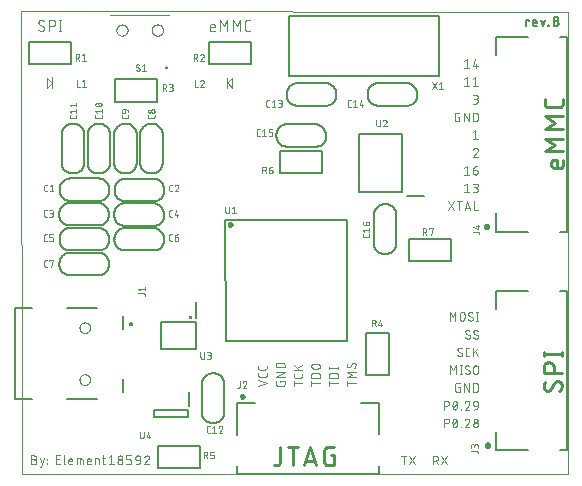
<source format=gto>
G75*
%MOIN*%
%OFA0B0*%
%FSLAX25Y25*%
%IPPOS*%
%LPD*%
%AMOC8*
5,1,8,0,0,1.08239X$1,22.5*
%
%ADD10C,0.00000*%
%ADD11C,0.00900*%
%ADD12C,0.00300*%
%ADD13C,0.00100*%
%ADD14C,0.00600*%
%ADD15C,0.00500*%
%ADD16C,0.00984*%
%ADD17C,0.00200*%
%ADD18C,0.00787*%
%ADD19C,0.00630*%
%ADD20C,0.00945*%
%ADD21C,0.01181*%
%ADD22C,0.00394*%
D10*
X0013086Y0010868D02*
X0012813Y0165237D01*
X0194882Y0164778D01*
X0194985Y0010987D01*
X0013086Y0010868D01*
X0032137Y0042349D02*
X0032139Y0042433D01*
X0032145Y0042516D01*
X0032155Y0042599D01*
X0032169Y0042682D01*
X0032186Y0042764D01*
X0032208Y0042845D01*
X0032233Y0042924D01*
X0032262Y0043003D01*
X0032295Y0043080D01*
X0032331Y0043155D01*
X0032371Y0043229D01*
X0032414Y0043301D01*
X0032461Y0043370D01*
X0032511Y0043437D01*
X0032564Y0043502D01*
X0032620Y0043564D01*
X0032678Y0043624D01*
X0032740Y0043681D01*
X0032804Y0043734D01*
X0032871Y0043785D01*
X0032940Y0043832D01*
X0033011Y0043877D01*
X0033084Y0043917D01*
X0033159Y0043954D01*
X0033236Y0043988D01*
X0033314Y0044018D01*
X0033393Y0044044D01*
X0033474Y0044067D01*
X0033556Y0044085D01*
X0033638Y0044100D01*
X0033721Y0044111D01*
X0033804Y0044118D01*
X0033888Y0044121D01*
X0033972Y0044120D01*
X0034055Y0044115D01*
X0034139Y0044106D01*
X0034221Y0044093D01*
X0034303Y0044077D01*
X0034384Y0044056D01*
X0034465Y0044032D01*
X0034543Y0044004D01*
X0034621Y0043972D01*
X0034697Y0043936D01*
X0034771Y0043897D01*
X0034843Y0043855D01*
X0034913Y0043809D01*
X0034981Y0043760D01*
X0035046Y0043708D01*
X0035109Y0043653D01*
X0035169Y0043595D01*
X0035227Y0043534D01*
X0035281Y0043470D01*
X0035333Y0043404D01*
X0035381Y0043336D01*
X0035426Y0043265D01*
X0035467Y0043192D01*
X0035506Y0043118D01*
X0035540Y0043042D01*
X0035571Y0042964D01*
X0035598Y0042885D01*
X0035622Y0042804D01*
X0035641Y0042723D01*
X0035657Y0042641D01*
X0035669Y0042558D01*
X0035677Y0042474D01*
X0035681Y0042391D01*
X0035681Y0042307D01*
X0035677Y0042224D01*
X0035669Y0042140D01*
X0035657Y0042057D01*
X0035641Y0041975D01*
X0035622Y0041894D01*
X0035598Y0041813D01*
X0035571Y0041734D01*
X0035540Y0041656D01*
X0035506Y0041580D01*
X0035467Y0041506D01*
X0035426Y0041433D01*
X0035381Y0041362D01*
X0035333Y0041294D01*
X0035281Y0041228D01*
X0035227Y0041164D01*
X0035169Y0041103D01*
X0035109Y0041045D01*
X0035046Y0040990D01*
X0034981Y0040938D01*
X0034913Y0040889D01*
X0034843Y0040843D01*
X0034771Y0040801D01*
X0034697Y0040762D01*
X0034621Y0040726D01*
X0034543Y0040694D01*
X0034465Y0040666D01*
X0034384Y0040642D01*
X0034303Y0040621D01*
X0034221Y0040605D01*
X0034139Y0040592D01*
X0034055Y0040583D01*
X0033972Y0040578D01*
X0033888Y0040577D01*
X0033804Y0040580D01*
X0033721Y0040587D01*
X0033638Y0040598D01*
X0033556Y0040613D01*
X0033474Y0040631D01*
X0033393Y0040654D01*
X0033314Y0040680D01*
X0033236Y0040710D01*
X0033159Y0040744D01*
X0033084Y0040781D01*
X0033011Y0040821D01*
X0032940Y0040866D01*
X0032871Y0040913D01*
X0032804Y0040964D01*
X0032740Y0041017D01*
X0032678Y0041074D01*
X0032620Y0041134D01*
X0032564Y0041196D01*
X0032511Y0041261D01*
X0032461Y0041328D01*
X0032414Y0041397D01*
X0032371Y0041469D01*
X0032331Y0041543D01*
X0032295Y0041618D01*
X0032262Y0041695D01*
X0032233Y0041774D01*
X0032208Y0041853D01*
X0032186Y0041934D01*
X0032169Y0042016D01*
X0032155Y0042099D01*
X0032145Y0042182D01*
X0032139Y0042265D01*
X0032137Y0042349D01*
X0032137Y0059671D02*
X0032139Y0059755D01*
X0032145Y0059838D01*
X0032155Y0059921D01*
X0032169Y0060004D01*
X0032186Y0060086D01*
X0032208Y0060167D01*
X0032233Y0060246D01*
X0032262Y0060325D01*
X0032295Y0060402D01*
X0032331Y0060477D01*
X0032371Y0060551D01*
X0032414Y0060623D01*
X0032461Y0060692D01*
X0032511Y0060759D01*
X0032564Y0060824D01*
X0032620Y0060886D01*
X0032678Y0060946D01*
X0032740Y0061003D01*
X0032804Y0061056D01*
X0032871Y0061107D01*
X0032940Y0061154D01*
X0033011Y0061199D01*
X0033084Y0061239D01*
X0033159Y0061276D01*
X0033236Y0061310D01*
X0033314Y0061340D01*
X0033393Y0061366D01*
X0033474Y0061389D01*
X0033556Y0061407D01*
X0033638Y0061422D01*
X0033721Y0061433D01*
X0033804Y0061440D01*
X0033888Y0061443D01*
X0033972Y0061442D01*
X0034055Y0061437D01*
X0034139Y0061428D01*
X0034221Y0061415D01*
X0034303Y0061399D01*
X0034384Y0061378D01*
X0034465Y0061354D01*
X0034543Y0061326D01*
X0034621Y0061294D01*
X0034697Y0061258D01*
X0034771Y0061219D01*
X0034843Y0061177D01*
X0034913Y0061131D01*
X0034981Y0061082D01*
X0035046Y0061030D01*
X0035109Y0060975D01*
X0035169Y0060917D01*
X0035227Y0060856D01*
X0035281Y0060792D01*
X0035333Y0060726D01*
X0035381Y0060658D01*
X0035426Y0060587D01*
X0035467Y0060514D01*
X0035506Y0060440D01*
X0035540Y0060364D01*
X0035571Y0060286D01*
X0035598Y0060207D01*
X0035622Y0060126D01*
X0035641Y0060045D01*
X0035657Y0059963D01*
X0035669Y0059880D01*
X0035677Y0059796D01*
X0035681Y0059713D01*
X0035681Y0059629D01*
X0035677Y0059546D01*
X0035669Y0059462D01*
X0035657Y0059379D01*
X0035641Y0059297D01*
X0035622Y0059216D01*
X0035598Y0059135D01*
X0035571Y0059056D01*
X0035540Y0058978D01*
X0035506Y0058902D01*
X0035467Y0058828D01*
X0035426Y0058755D01*
X0035381Y0058684D01*
X0035333Y0058616D01*
X0035281Y0058550D01*
X0035227Y0058486D01*
X0035169Y0058425D01*
X0035109Y0058367D01*
X0035046Y0058312D01*
X0034981Y0058260D01*
X0034913Y0058211D01*
X0034843Y0058165D01*
X0034771Y0058123D01*
X0034697Y0058084D01*
X0034621Y0058048D01*
X0034543Y0058016D01*
X0034465Y0057988D01*
X0034384Y0057964D01*
X0034303Y0057943D01*
X0034221Y0057927D01*
X0034139Y0057914D01*
X0034055Y0057905D01*
X0033972Y0057900D01*
X0033888Y0057899D01*
X0033804Y0057902D01*
X0033721Y0057909D01*
X0033638Y0057920D01*
X0033556Y0057935D01*
X0033474Y0057953D01*
X0033393Y0057976D01*
X0033314Y0058002D01*
X0033236Y0058032D01*
X0033159Y0058066D01*
X0033084Y0058103D01*
X0033011Y0058143D01*
X0032940Y0058188D01*
X0032871Y0058235D01*
X0032804Y0058286D01*
X0032740Y0058339D01*
X0032678Y0058396D01*
X0032620Y0058456D01*
X0032564Y0058518D01*
X0032511Y0058583D01*
X0032461Y0058650D01*
X0032414Y0058719D01*
X0032371Y0058791D01*
X0032331Y0058865D01*
X0032295Y0058940D01*
X0032262Y0059017D01*
X0032233Y0059096D01*
X0032208Y0059175D01*
X0032186Y0059256D01*
X0032169Y0059338D01*
X0032155Y0059421D01*
X0032145Y0059504D01*
X0032139Y0059587D01*
X0032137Y0059671D01*
X0044435Y0158887D02*
X0044437Y0158973D01*
X0044443Y0159060D01*
X0044453Y0159145D01*
X0044467Y0159231D01*
X0044485Y0159315D01*
X0044506Y0159399D01*
X0044532Y0159481D01*
X0044561Y0159563D01*
X0044594Y0159642D01*
X0044631Y0159721D01*
X0044671Y0159797D01*
X0044715Y0159871D01*
X0044762Y0159944D01*
X0044813Y0160014D01*
X0044866Y0160082D01*
X0044923Y0160147D01*
X0044983Y0160209D01*
X0045045Y0160269D01*
X0045110Y0160326D01*
X0045178Y0160379D01*
X0045248Y0160430D01*
X0045321Y0160477D01*
X0045395Y0160521D01*
X0045471Y0160561D01*
X0045550Y0160598D01*
X0045629Y0160631D01*
X0045711Y0160660D01*
X0045793Y0160686D01*
X0045877Y0160707D01*
X0045961Y0160725D01*
X0046047Y0160739D01*
X0046132Y0160749D01*
X0046219Y0160755D01*
X0046305Y0160757D01*
X0046391Y0160755D01*
X0046478Y0160749D01*
X0046563Y0160739D01*
X0046649Y0160725D01*
X0046733Y0160707D01*
X0046817Y0160686D01*
X0046899Y0160660D01*
X0046981Y0160631D01*
X0047060Y0160598D01*
X0047139Y0160561D01*
X0047215Y0160521D01*
X0047289Y0160477D01*
X0047362Y0160430D01*
X0047432Y0160379D01*
X0047500Y0160326D01*
X0047565Y0160269D01*
X0047627Y0160209D01*
X0047687Y0160147D01*
X0047744Y0160082D01*
X0047797Y0160014D01*
X0047848Y0159944D01*
X0047895Y0159871D01*
X0047939Y0159797D01*
X0047979Y0159721D01*
X0048016Y0159642D01*
X0048049Y0159563D01*
X0048078Y0159481D01*
X0048104Y0159399D01*
X0048125Y0159315D01*
X0048143Y0159231D01*
X0048157Y0159145D01*
X0048167Y0159060D01*
X0048173Y0158973D01*
X0048175Y0158887D01*
X0048173Y0158801D01*
X0048167Y0158714D01*
X0048157Y0158629D01*
X0048143Y0158543D01*
X0048125Y0158459D01*
X0048104Y0158375D01*
X0048078Y0158293D01*
X0048049Y0158211D01*
X0048016Y0158132D01*
X0047979Y0158053D01*
X0047939Y0157977D01*
X0047895Y0157903D01*
X0047848Y0157830D01*
X0047797Y0157760D01*
X0047744Y0157692D01*
X0047687Y0157627D01*
X0047627Y0157565D01*
X0047565Y0157505D01*
X0047500Y0157448D01*
X0047432Y0157395D01*
X0047362Y0157344D01*
X0047289Y0157297D01*
X0047215Y0157253D01*
X0047139Y0157213D01*
X0047060Y0157176D01*
X0046981Y0157143D01*
X0046899Y0157114D01*
X0046817Y0157088D01*
X0046733Y0157067D01*
X0046649Y0157049D01*
X0046563Y0157035D01*
X0046478Y0157025D01*
X0046391Y0157019D01*
X0046305Y0157017D01*
X0046219Y0157019D01*
X0046132Y0157025D01*
X0046047Y0157035D01*
X0045961Y0157049D01*
X0045877Y0157067D01*
X0045793Y0157088D01*
X0045711Y0157114D01*
X0045629Y0157143D01*
X0045550Y0157176D01*
X0045471Y0157213D01*
X0045395Y0157253D01*
X0045321Y0157297D01*
X0045248Y0157344D01*
X0045178Y0157395D01*
X0045110Y0157448D01*
X0045045Y0157505D01*
X0044983Y0157565D01*
X0044923Y0157627D01*
X0044866Y0157692D01*
X0044813Y0157760D01*
X0044762Y0157830D01*
X0044715Y0157903D01*
X0044671Y0157977D01*
X0044631Y0158053D01*
X0044594Y0158132D01*
X0044561Y0158211D01*
X0044532Y0158293D01*
X0044506Y0158375D01*
X0044485Y0158459D01*
X0044467Y0158543D01*
X0044453Y0158629D01*
X0044443Y0158714D01*
X0044437Y0158801D01*
X0044435Y0158887D01*
X0056246Y0158887D02*
X0056248Y0158973D01*
X0056254Y0159060D01*
X0056264Y0159145D01*
X0056278Y0159231D01*
X0056296Y0159315D01*
X0056317Y0159399D01*
X0056343Y0159481D01*
X0056372Y0159563D01*
X0056405Y0159642D01*
X0056442Y0159721D01*
X0056482Y0159797D01*
X0056526Y0159871D01*
X0056573Y0159944D01*
X0056624Y0160014D01*
X0056677Y0160082D01*
X0056734Y0160147D01*
X0056794Y0160209D01*
X0056856Y0160269D01*
X0056921Y0160326D01*
X0056989Y0160379D01*
X0057059Y0160430D01*
X0057132Y0160477D01*
X0057206Y0160521D01*
X0057282Y0160561D01*
X0057361Y0160598D01*
X0057440Y0160631D01*
X0057522Y0160660D01*
X0057604Y0160686D01*
X0057688Y0160707D01*
X0057772Y0160725D01*
X0057858Y0160739D01*
X0057943Y0160749D01*
X0058030Y0160755D01*
X0058116Y0160757D01*
X0058202Y0160755D01*
X0058289Y0160749D01*
X0058374Y0160739D01*
X0058460Y0160725D01*
X0058544Y0160707D01*
X0058628Y0160686D01*
X0058710Y0160660D01*
X0058792Y0160631D01*
X0058871Y0160598D01*
X0058950Y0160561D01*
X0059026Y0160521D01*
X0059100Y0160477D01*
X0059173Y0160430D01*
X0059243Y0160379D01*
X0059311Y0160326D01*
X0059376Y0160269D01*
X0059438Y0160209D01*
X0059498Y0160147D01*
X0059555Y0160082D01*
X0059608Y0160014D01*
X0059659Y0159944D01*
X0059706Y0159871D01*
X0059750Y0159797D01*
X0059790Y0159721D01*
X0059827Y0159642D01*
X0059860Y0159563D01*
X0059889Y0159481D01*
X0059915Y0159399D01*
X0059936Y0159315D01*
X0059954Y0159231D01*
X0059968Y0159145D01*
X0059978Y0159060D01*
X0059984Y0158973D01*
X0059986Y0158887D01*
X0059984Y0158801D01*
X0059978Y0158714D01*
X0059968Y0158629D01*
X0059954Y0158543D01*
X0059936Y0158459D01*
X0059915Y0158375D01*
X0059889Y0158293D01*
X0059860Y0158211D01*
X0059827Y0158132D01*
X0059790Y0158053D01*
X0059750Y0157977D01*
X0059706Y0157903D01*
X0059659Y0157830D01*
X0059608Y0157760D01*
X0059555Y0157692D01*
X0059498Y0157627D01*
X0059438Y0157565D01*
X0059376Y0157505D01*
X0059311Y0157448D01*
X0059243Y0157395D01*
X0059173Y0157344D01*
X0059100Y0157297D01*
X0059026Y0157253D01*
X0058950Y0157213D01*
X0058871Y0157176D01*
X0058792Y0157143D01*
X0058710Y0157114D01*
X0058628Y0157088D01*
X0058544Y0157067D01*
X0058460Y0157049D01*
X0058374Y0157035D01*
X0058289Y0157025D01*
X0058202Y0157019D01*
X0058116Y0157017D01*
X0058030Y0157019D01*
X0057943Y0157025D01*
X0057858Y0157035D01*
X0057772Y0157049D01*
X0057688Y0157067D01*
X0057604Y0157088D01*
X0057522Y0157114D01*
X0057440Y0157143D01*
X0057361Y0157176D01*
X0057282Y0157213D01*
X0057206Y0157253D01*
X0057132Y0157297D01*
X0057059Y0157344D01*
X0056989Y0157395D01*
X0056921Y0157448D01*
X0056856Y0157505D01*
X0056794Y0157565D01*
X0056734Y0157627D01*
X0056677Y0157692D01*
X0056624Y0157760D01*
X0056573Y0157830D01*
X0056526Y0157903D01*
X0056482Y0157977D01*
X0056442Y0158053D01*
X0056405Y0158132D01*
X0056372Y0158211D01*
X0056343Y0158293D01*
X0056317Y0158375D01*
X0056296Y0158459D01*
X0056278Y0158543D01*
X0056264Y0158629D01*
X0056254Y0158714D01*
X0056248Y0158801D01*
X0056246Y0158887D01*
D11*
X0187216Y0135818D02*
X0187216Y0134462D01*
X0187218Y0134389D01*
X0187224Y0134315D01*
X0187234Y0134243D01*
X0187248Y0134170D01*
X0187265Y0134099D01*
X0187287Y0134029D01*
X0187312Y0133960D01*
X0187341Y0133893D01*
X0187374Y0133827D01*
X0187410Y0133763D01*
X0187450Y0133701D01*
X0187493Y0133641D01*
X0187539Y0133584D01*
X0187588Y0133529D01*
X0187639Y0133478D01*
X0187694Y0133429D01*
X0187751Y0133382D01*
X0187811Y0133340D01*
X0187873Y0133300D01*
X0187937Y0133264D01*
X0188003Y0133231D01*
X0188070Y0133202D01*
X0188139Y0133177D01*
X0188209Y0133155D01*
X0188281Y0133138D01*
X0188353Y0133124D01*
X0188425Y0133114D01*
X0188499Y0133108D01*
X0188572Y0133106D01*
X0188572Y0133107D02*
X0191961Y0133107D01*
X0191961Y0133106D02*
X0192034Y0133108D01*
X0192108Y0133114D01*
X0192180Y0133124D01*
X0192253Y0133138D01*
X0192324Y0133155D01*
X0192394Y0133177D01*
X0192463Y0133202D01*
X0192530Y0133231D01*
X0192596Y0133264D01*
X0192660Y0133300D01*
X0192722Y0133340D01*
X0192782Y0133383D01*
X0192839Y0133429D01*
X0192894Y0133478D01*
X0192945Y0133529D01*
X0192994Y0133584D01*
X0193041Y0133641D01*
X0193083Y0133701D01*
X0193123Y0133763D01*
X0193159Y0133827D01*
X0193192Y0133893D01*
X0193221Y0133960D01*
X0193246Y0134029D01*
X0193268Y0134099D01*
X0193285Y0134171D01*
X0193299Y0134243D01*
X0193309Y0134315D01*
X0193315Y0134389D01*
X0193317Y0134462D01*
X0193316Y0134462D02*
X0193316Y0135818D01*
X0193316Y0130085D02*
X0187216Y0130085D01*
X0190605Y0128052D01*
X0187216Y0126019D01*
X0193316Y0126019D01*
X0193316Y0122700D02*
X0187216Y0122700D01*
X0190605Y0120667D01*
X0187216Y0118634D01*
X0193316Y0118634D01*
X0193316Y0115664D02*
X0193316Y0113969D01*
X0193317Y0113969D02*
X0193315Y0113908D01*
X0193310Y0113846D01*
X0193300Y0113786D01*
X0193287Y0113726D01*
X0193271Y0113666D01*
X0193251Y0113608D01*
X0193227Y0113552D01*
X0193201Y0113496D01*
X0193170Y0113443D01*
X0193137Y0113391D01*
X0193101Y0113342D01*
X0193061Y0113295D01*
X0193019Y0113250D01*
X0192974Y0113208D01*
X0192927Y0113168D01*
X0192878Y0113132D01*
X0192826Y0113099D01*
X0192773Y0113068D01*
X0192717Y0113042D01*
X0192661Y0113018D01*
X0192603Y0112998D01*
X0192543Y0112982D01*
X0192483Y0112969D01*
X0192423Y0112959D01*
X0192361Y0112954D01*
X0192300Y0112952D01*
X0190605Y0112952D01*
X0191283Y0112952D02*
X0191283Y0115664D01*
X0190605Y0115664D01*
X0190533Y0115662D01*
X0190461Y0115656D01*
X0190389Y0115647D01*
X0190318Y0115633D01*
X0190248Y0115616D01*
X0190179Y0115595D01*
X0190111Y0115571D01*
X0190045Y0115543D01*
X0189980Y0115511D01*
X0189917Y0115476D01*
X0189855Y0115438D01*
X0189796Y0115396D01*
X0189740Y0115352D01*
X0189685Y0115304D01*
X0189633Y0115254D01*
X0189585Y0115201D01*
X0189538Y0115145D01*
X0189495Y0115087D01*
X0189455Y0115027D01*
X0189419Y0114965D01*
X0189386Y0114901D01*
X0189356Y0114835D01*
X0189329Y0114768D01*
X0189307Y0114699D01*
X0189288Y0114630D01*
X0189272Y0114559D01*
X0189261Y0114488D01*
X0189253Y0114416D01*
X0189249Y0114344D01*
X0189249Y0114272D01*
X0189253Y0114200D01*
X0189261Y0114128D01*
X0189272Y0114057D01*
X0189288Y0113986D01*
X0189307Y0113917D01*
X0189329Y0113848D01*
X0189356Y0113781D01*
X0189386Y0113715D01*
X0189419Y0113651D01*
X0189455Y0113589D01*
X0189495Y0113529D01*
X0189538Y0113471D01*
X0189585Y0113415D01*
X0189633Y0113362D01*
X0189685Y0113312D01*
X0189740Y0113264D01*
X0189796Y0113220D01*
X0189855Y0113178D01*
X0189917Y0113140D01*
X0189980Y0113105D01*
X0190045Y0113073D01*
X0190111Y0113045D01*
X0190179Y0113021D01*
X0190248Y0113000D01*
X0190318Y0112983D01*
X0190389Y0112969D01*
X0190461Y0112960D01*
X0190533Y0112954D01*
X0190605Y0112952D01*
X0192924Y0051720D02*
X0192924Y0050365D01*
X0192924Y0051042D02*
X0186824Y0051042D01*
X0186824Y0050365D02*
X0186824Y0051720D01*
X0186824Y0046433D02*
X0186824Y0044738D01*
X0192924Y0044738D01*
X0190212Y0044738D02*
X0190212Y0046433D01*
X0190210Y0046514D01*
X0190204Y0046594D01*
X0190195Y0046674D01*
X0190181Y0046754D01*
X0190164Y0046832D01*
X0190143Y0046910D01*
X0190119Y0046987D01*
X0190091Y0047063D01*
X0190059Y0047137D01*
X0190024Y0047209D01*
X0189985Y0047280D01*
X0189943Y0047349D01*
X0189898Y0047416D01*
X0189850Y0047480D01*
X0189798Y0047542D01*
X0189744Y0047602D01*
X0189687Y0047659D01*
X0189627Y0047713D01*
X0189565Y0047765D01*
X0189501Y0047813D01*
X0189434Y0047858D01*
X0189365Y0047900D01*
X0189294Y0047939D01*
X0189222Y0047974D01*
X0189148Y0048006D01*
X0189072Y0048034D01*
X0188995Y0048058D01*
X0188917Y0048079D01*
X0188839Y0048096D01*
X0188759Y0048110D01*
X0188679Y0048119D01*
X0188599Y0048125D01*
X0188518Y0048127D01*
X0188437Y0048125D01*
X0188357Y0048119D01*
X0188277Y0048110D01*
X0188197Y0048096D01*
X0188119Y0048079D01*
X0188041Y0048058D01*
X0187964Y0048034D01*
X0187888Y0048006D01*
X0187814Y0047974D01*
X0187742Y0047939D01*
X0187671Y0047900D01*
X0187602Y0047858D01*
X0187535Y0047813D01*
X0187471Y0047765D01*
X0187409Y0047713D01*
X0187349Y0047659D01*
X0187292Y0047602D01*
X0187238Y0047542D01*
X0187186Y0047480D01*
X0187138Y0047416D01*
X0187093Y0047349D01*
X0187051Y0047280D01*
X0187012Y0047209D01*
X0186977Y0047137D01*
X0186945Y0047063D01*
X0186917Y0046987D01*
X0186893Y0046910D01*
X0186872Y0046832D01*
X0186855Y0046754D01*
X0186841Y0046674D01*
X0186832Y0046594D01*
X0186826Y0046514D01*
X0186824Y0046433D01*
X0190382Y0041187D02*
X0189365Y0039323D01*
X0186823Y0040001D02*
X0186825Y0040097D01*
X0186830Y0040193D01*
X0186839Y0040289D01*
X0186852Y0040384D01*
X0186868Y0040479D01*
X0186888Y0040573D01*
X0186912Y0040667D01*
X0186939Y0040759D01*
X0186969Y0040850D01*
X0187003Y0040940D01*
X0187040Y0041029D01*
X0187081Y0041116D01*
X0187125Y0041202D01*
X0187172Y0041286D01*
X0187222Y0041368D01*
X0187275Y0041448D01*
X0187331Y0041526D01*
X0189365Y0039323D02*
X0189327Y0039262D01*
X0189287Y0039204D01*
X0189243Y0039147D01*
X0189196Y0039093D01*
X0189146Y0039042D01*
X0189094Y0038993D01*
X0189039Y0038947D01*
X0188982Y0038904D01*
X0188923Y0038863D01*
X0188862Y0038826D01*
X0188799Y0038793D01*
X0188735Y0038762D01*
X0188668Y0038735D01*
X0188601Y0038711D01*
X0188532Y0038691D01*
X0188463Y0038675D01*
X0188393Y0038662D01*
X0188322Y0038652D01*
X0188250Y0038647D01*
X0188179Y0038645D01*
X0188108Y0038647D01*
X0188037Y0038652D01*
X0187967Y0038662D01*
X0187897Y0038675D01*
X0187828Y0038691D01*
X0187760Y0038711D01*
X0187693Y0038735D01*
X0187627Y0038762D01*
X0187563Y0038793D01*
X0187501Y0038827D01*
X0187440Y0038864D01*
X0187382Y0038904D01*
X0187326Y0038947D01*
X0187272Y0038993D01*
X0187220Y0039042D01*
X0187171Y0039094D01*
X0187125Y0039148D01*
X0187082Y0039204D01*
X0187042Y0039262D01*
X0187005Y0039323D01*
X0186971Y0039385D01*
X0186940Y0039449D01*
X0186913Y0039515D01*
X0186889Y0039582D01*
X0186869Y0039650D01*
X0186853Y0039719D01*
X0186840Y0039789D01*
X0186830Y0039859D01*
X0186825Y0039930D01*
X0186823Y0040001D01*
X0192077Y0038475D02*
X0192148Y0038549D01*
X0192217Y0038625D01*
X0192284Y0038704D01*
X0192347Y0038785D01*
X0192407Y0038868D01*
X0192465Y0038953D01*
X0192519Y0039041D01*
X0192570Y0039130D01*
X0192618Y0039221D01*
X0192662Y0039313D01*
X0192704Y0039407D01*
X0192742Y0039503D01*
X0192776Y0039600D01*
X0192807Y0039698D01*
X0192834Y0039797D01*
X0192858Y0039897D01*
X0192878Y0039998D01*
X0192895Y0040099D01*
X0192907Y0040201D01*
X0192917Y0040304D01*
X0192922Y0040406D01*
X0192924Y0040509D01*
X0192922Y0040580D01*
X0192917Y0040651D01*
X0192907Y0040721D01*
X0192894Y0040791D01*
X0192878Y0040860D01*
X0192858Y0040928D01*
X0192834Y0040995D01*
X0192807Y0041061D01*
X0192776Y0041125D01*
X0192742Y0041187D01*
X0192705Y0041248D01*
X0192665Y0041306D01*
X0192622Y0041362D01*
X0192576Y0041416D01*
X0192527Y0041468D01*
X0192475Y0041517D01*
X0192421Y0041563D01*
X0192365Y0041606D01*
X0192307Y0041646D01*
X0192246Y0041683D01*
X0192184Y0041717D01*
X0192120Y0041748D01*
X0192054Y0041775D01*
X0191987Y0041799D01*
X0191919Y0041819D01*
X0191850Y0041835D01*
X0191780Y0041848D01*
X0191710Y0041858D01*
X0191639Y0041863D01*
X0191568Y0041865D01*
X0191497Y0041863D01*
X0191425Y0041858D01*
X0191354Y0041848D01*
X0191284Y0041835D01*
X0191215Y0041819D01*
X0191146Y0041799D01*
X0191079Y0041775D01*
X0191012Y0041748D01*
X0190948Y0041717D01*
X0190885Y0041684D01*
X0190824Y0041647D01*
X0190765Y0041606D01*
X0190708Y0041563D01*
X0190653Y0041517D01*
X0190601Y0041468D01*
X0190551Y0041417D01*
X0190504Y0041363D01*
X0190461Y0041306D01*
X0190420Y0041248D01*
X0190382Y0041187D01*
X0117060Y0019866D02*
X0115027Y0019866D01*
X0114954Y0019864D01*
X0114880Y0019858D01*
X0114808Y0019848D01*
X0114735Y0019834D01*
X0114664Y0019817D01*
X0114594Y0019795D01*
X0114525Y0019770D01*
X0114458Y0019741D01*
X0114392Y0019708D01*
X0114328Y0019672D01*
X0114266Y0019632D01*
X0114206Y0019589D01*
X0114149Y0019543D01*
X0114094Y0019494D01*
X0114043Y0019443D01*
X0113994Y0019388D01*
X0113947Y0019331D01*
X0113905Y0019271D01*
X0113865Y0019209D01*
X0113829Y0019145D01*
X0113796Y0019079D01*
X0113767Y0019012D01*
X0113742Y0018943D01*
X0113720Y0018873D01*
X0113703Y0018801D01*
X0113689Y0018729D01*
X0113679Y0018657D01*
X0113673Y0018583D01*
X0113671Y0018510D01*
X0113672Y0018510D02*
X0113672Y0015121D01*
X0113671Y0015121D02*
X0113673Y0015050D01*
X0113678Y0014979D01*
X0113688Y0014909D01*
X0113701Y0014839D01*
X0113717Y0014770D01*
X0113737Y0014702D01*
X0113761Y0014635D01*
X0113788Y0014569D01*
X0113819Y0014505D01*
X0113853Y0014443D01*
X0113890Y0014382D01*
X0113930Y0014324D01*
X0113973Y0014268D01*
X0114019Y0014214D01*
X0114068Y0014162D01*
X0114120Y0014113D01*
X0114174Y0014067D01*
X0114230Y0014024D01*
X0114288Y0013984D01*
X0114349Y0013947D01*
X0114411Y0013913D01*
X0114475Y0013882D01*
X0114541Y0013855D01*
X0114608Y0013831D01*
X0114676Y0013811D01*
X0114745Y0013795D01*
X0114815Y0013782D01*
X0114885Y0013772D01*
X0114956Y0013767D01*
X0115027Y0013765D01*
X0115027Y0013766D02*
X0117060Y0013766D01*
X0117060Y0017154D01*
X0116044Y0017154D01*
X0110532Y0015291D02*
X0107482Y0015291D01*
X0106974Y0013766D02*
X0109007Y0019866D01*
X0111040Y0013766D01*
X0103263Y0013766D02*
X0103263Y0019866D01*
X0101569Y0019866D02*
X0104958Y0019866D01*
X0099036Y0019866D02*
X0099036Y0015121D01*
X0099037Y0015121D02*
X0099035Y0015050D01*
X0099030Y0014979D01*
X0099020Y0014909D01*
X0099007Y0014839D01*
X0098991Y0014770D01*
X0098971Y0014702D01*
X0098947Y0014635D01*
X0098920Y0014569D01*
X0098889Y0014505D01*
X0098855Y0014443D01*
X0098818Y0014382D01*
X0098778Y0014324D01*
X0098735Y0014268D01*
X0098689Y0014214D01*
X0098640Y0014162D01*
X0098588Y0014113D01*
X0098534Y0014067D01*
X0098478Y0014024D01*
X0098420Y0013984D01*
X0098359Y0013947D01*
X0098297Y0013913D01*
X0098233Y0013882D01*
X0098167Y0013855D01*
X0098100Y0013831D01*
X0098032Y0013811D01*
X0097963Y0013795D01*
X0097893Y0013782D01*
X0097823Y0013772D01*
X0097752Y0013767D01*
X0097681Y0013765D01*
X0097681Y0013766D02*
X0097003Y0013766D01*
D12*
X0098256Y0040297D02*
X0099867Y0040297D01*
X0099915Y0040299D01*
X0099963Y0040304D01*
X0100010Y0040313D01*
X0100057Y0040326D01*
X0100102Y0040342D01*
X0100146Y0040361D01*
X0100189Y0040383D01*
X0100230Y0040409D01*
X0100269Y0040438D01*
X0100305Y0040469D01*
X0100339Y0040503D01*
X0100370Y0040539D01*
X0100399Y0040578D01*
X0100425Y0040619D01*
X0100447Y0040662D01*
X0100466Y0040706D01*
X0100482Y0040751D01*
X0100495Y0040798D01*
X0100504Y0040845D01*
X0100509Y0040893D01*
X0100511Y0040941D01*
X0100512Y0040941D02*
X0100512Y0041908D01*
X0098901Y0041908D01*
X0098901Y0041425D01*
X0098256Y0040297D02*
X0098205Y0040299D01*
X0098155Y0040305D01*
X0098106Y0040315D01*
X0098057Y0040329D01*
X0098010Y0040346D01*
X0097964Y0040367D01*
X0097920Y0040392D01*
X0097877Y0040420D01*
X0097838Y0040451D01*
X0097801Y0040486D01*
X0097766Y0040523D01*
X0097735Y0040562D01*
X0097707Y0040604D01*
X0097682Y0040649D01*
X0097661Y0040695D01*
X0097644Y0040742D01*
X0097630Y0040791D01*
X0097620Y0040840D01*
X0097614Y0040890D01*
X0097612Y0040941D01*
X0097612Y0041908D01*
X0097612Y0043369D02*
X0100512Y0044980D01*
X0097612Y0044980D01*
X0097612Y0046441D02*
X0097612Y0047246D01*
X0097611Y0047246D02*
X0097613Y0047301D01*
X0097619Y0047356D01*
X0097628Y0047410D01*
X0097641Y0047463D01*
X0097658Y0047516D01*
X0097678Y0047567D01*
X0097701Y0047617D01*
X0097728Y0047665D01*
X0097759Y0047711D01*
X0097792Y0047755D01*
X0097828Y0047796D01*
X0097867Y0047835D01*
X0097908Y0047871D01*
X0097952Y0047904D01*
X0097998Y0047935D01*
X0098046Y0047962D01*
X0098096Y0047985D01*
X0098147Y0048005D01*
X0098200Y0048022D01*
X0098253Y0048035D01*
X0098307Y0048044D01*
X0098362Y0048050D01*
X0098417Y0048052D01*
X0099706Y0048052D01*
X0099761Y0048050D01*
X0099816Y0048044D01*
X0099870Y0048035D01*
X0099923Y0048022D01*
X0099976Y0048005D01*
X0100027Y0047985D01*
X0100077Y0047962D01*
X0100125Y0047935D01*
X0100171Y0047904D01*
X0100215Y0047871D01*
X0100256Y0047835D01*
X0100295Y0047796D01*
X0100331Y0047755D01*
X0100364Y0047711D01*
X0100395Y0047665D01*
X0100422Y0047617D01*
X0100445Y0047567D01*
X0100465Y0047516D01*
X0100482Y0047463D01*
X0100495Y0047410D01*
X0100504Y0047356D01*
X0100510Y0047301D01*
X0100512Y0047246D01*
X0100512Y0046441D01*
X0097612Y0046441D01*
X0094564Y0046373D02*
X0094564Y0047018D01*
X0094564Y0046373D02*
X0094562Y0046325D01*
X0094557Y0046277D01*
X0094548Y0046230D01*
X0094535Y0046183D01*
X0094519Y0046138D01*
X0094500Y0046094D01*
X0094478Y0046051D01*
X0094452Y0046010D01*
X0094423Y0045971D01*
X0094392Y0045935D01*
X0094358Y0045901D01*
X0094322Y0045870D01*
X0094283Y0045841D01*
X0094242Y0045815D01*
X0094199Y0045793D01*
X0094155Y0045774D01*
X0094110Y0045758D01*
X0094063Y0045745D01*
X0094016Y0045736D01*
X0093968Y0045731D01*
X0093920Y0045729D01*
X0092309Y0045729D01*
X0092258Y0045731D01*
X0092208Y0045737D01*
X0092159Y0045747D01*
X0092110Y0045761D01*
X0092063Y0045778D01*
X0092017Y0045799D01*
X0091973Y0045824D01*
X0091930Y0045852D01*
X0091891Y0045883D01*
X0091854Y0045918D01*
X0091819Y0045955D01*
X0091788Y0045994D01*
X0091760Y0046036D01*
X0091735Y0046081D01*
X0091714Y0046127D01*
X0091697Y0046174D01*
X0091683Y0046223D01*
X0091673Y0046272D01*
X0091667Y0046322D01*
X0091665Y0046373D01*
X0091664Y0046373D02*
X0091664Y0047018D01*
X0091664Y0044618D02*
X0091664Y0043973D01*
X0091665Y0043973D02*
X0091667Y0043922D01*
X0091673Y0043872D01*
X0091683Y0043823D01*
X0091697Y0043774D01*
X0091714Y0043727D01*
X0091735Y0043681D01*
X0091760Y0043636D01*
X0091788Y0043594D01*
X0091819Y0043555D01*
X0091854Y0043518D01*
X0091891Y0043483D01*
X0091930Y0043452D01*
X0091973Y0043424D01*
X0092017Y0043399D01*
X0092063Y0043378D01*
X0092110Y0043361D01*
X0092159Y0043347D01*
X0092208Y0043337D01*
X0092258Y0043331D01*
X0092309Y0043329D01*
X0093920Y0043329D01*
X0093968Y0043331D01*
X0094016Y0043336D01*
X0094063Y0043345D01*
X0094110Y0043358D01*
X0094155Y0043374D01*
X0094199Y0043393D01*
X0094242Y0043415D01*
X0094283Y0043441D01*
X0094322Y0043470D01*
X0094358Y0043501D01*
X0094392Y0043535D01*
X0094423Y0043571D01*
X0094452Y0043610D01*
X0094478Y0043651D01*
X0094500Y0043694D01*
X0094519Y0043738D01*
X0094535Y0043783D01*
X0094548Y0043830D01*
X0094557Y0043877D01*
X0094562Y0043925D01*
X0094564Y0043973D01*
X0094564Y0044618D01*
X0097612Y0043369D02*
X0100512Y0043369D01*
X0103534Y0043620D02*
X0103534Y0044265D01*
X0103534Y0043620D02*
X0103536Y0043569D01*
X0103542Y0043519D01*
X0103552Y0043470D01*
X0103566Y0043421D01*
X0103583Y0043374D01*
X0103604Y0043328D01*
X0103629Y0043283D01*
X0103657Y0043241D01*
X0103688Y0043202D01*
X0103723Y0043165D01*
X0103760Y0043130D01*
X0103799Y0043099D01*
X0103842Y0043071D01*
X0103886Y0043046D01*
X0103932Y0043025D01*
X0103979Y0043008D01*
X0104028Y0042994D01*
X0104077Y0042984D01*
X0104127Y0042978D01*
X0104178Y0042976D01*
X0105789Y0042976D01*
X0105837Y0042978D01*
X0105885Y0042983D01*
X0105932Y0042992D01*
X0105979Y0043005D01*
X0106024Y0043021D01*
X0106068Y0043040D01*
X0106111Y0043062D01*
X0106152Y0043088D01*
X0106191Y0043117D01*
X0106227Y0043148D01*
X0106261Y0043182D01*
X0106292Y0043218D01*
X0106321Y0043257D01*
X0106347Y0043298D01*
X0106369Y0043341D01*
X0106388Y0043385D01*
X0106404Y0043430D01*
X0106417Y0043477D01*
X0106426Y0043524D01*
X0106431Y0043572D01*
X0106433Y0043620D01*
X0106434Y0043620D02*
X0106434Y0044265D01*
X0106434Y0045527D02*
X0103534Y0045527D01*
X0104661Y0046172D02*
X0106434Y0047138D01*
X0105306Y0045527D02*
X0103534Y0047138D01*
X0103534Y0041908D02*
X0103534Y0040297D01*
X0103534Y0041102D02*
X0106434Y0041102D01*
X0109422Y0041102D02*
X0112322Y0041102D01*
X0109422Y0040297D02*
X0109422Y0041908D01*
X0109422Y0043081D02*
X0109422Y0043886D01*
X0109421Y0043886D02*
X0109423Y0043941D01*
X0109429Y0043996D01*
X0109438Y0044050D01*
X0109451Y0044103D01*
X0109468Y0044156D01*
X0109488Y0044207D01*
X0109511Y0044257D01*
X0109538Y0044305D01*
X0109569Y0044351D01*
X0109602Y0044395D01*
X0109638Y0044436D01*
X0109677Y0044475D01*
X0109718Y0044511D01*
X0109762Y0044544D01*
X0109808Y0044575D01*
X0109856Y0044602D01*
X0109906Y0044625D01*
X0109957Y0044645D01*
X0110010Y0044662D01*
X0110063Y0044675D01*
X0110117Y0044684D01*
X0110172Y0044690D01*
X0110227Y0044692D01*
X0111516Y0044692D01*
X0111571Y0044690D01*
X0111626Y0044684D01*
X0111680Y0044675D01*
X0111733Y0044662D01*
X0111786Y0044645D01*
X0111837Y0044625D01*
X0111887Y0044602D01*
X0111935Y0044575D01*
X0111981Y0044544D01*
X0112025Y0044511D01*
X0112066Y0044475D01*
X0112105Y0044436D01*
X0112141Y0044395D01*
X0112174Y0044351D01*
X0112205Y0044305D01*
X0112232Y0044257D01*
X0112255Y0044207D01*
X0112275Y0044156D01*
X0112292Y0044103D01*
X0112305Y0044050D01*
X0112314Y0043996D01*
X0112320Y0043941D01*
X0112322Y0043886D01*
X0112322Y0043081D01*
X0109422Y0043081D01*
X0110227Y0046057D02*
X0111516Y0046057D01*
X0111516Y0046056D02*
X0111571Y0046058D01*
X0111626Y0046064D01*
X0111680Y0046073D01*
X0111733Y0046086D01*
X0111786Y0046103D01*
X0111837Y0046123D01*
X0111887Y0046146D01*
X0111935Y0046173D01*
X0111981Y0046204D01*
X0112025Y0046237D01*
X0112066Y0046273D01*
X0112105Y0046312D01*
X0112141Y0046353D01*
X0112174Y0046397D01*
X0112205Y0046443D01*
X0112232Y0046491D01*
X0112255Y0046541D01*
X0112275Y0046592D01*
X0112292Y0046645D01*
X0112305Y0046698D01*
X0112314Y0046752D01*
X0112320Y0046807D01*
X0112322Y0046862D01*
X0112320Y0046917D01*
X0112314Y0046972D01*
X0112305Y0047026D01*
X0112292Y0047079D01*
X0112275Y0047132D01*
X0112255Y0047183D01*
X0112232Y0047233D01*
X0112205Y0047281D01*
X0112174Y0047327D01*
X0112141Y0047371D01*
X0112105Y0047412D01*
X0112066Y0047451D01*
X0112025Y0047487D01*
X0111981Y0047520D01*
X0111935Y0047551D01*
X0111887Y0047578D01*
X0111837Y0047601D01*
X0111786Y0047621D01*
X0111733Y0047638D01*
X0111680Y0047651D01*
X0111626Y0047660D01*
X0111571Y0047666D01*
X0111516Y0047668D01*
X0110227Y0047668D01*
X0110172Y0047666D01*
X0110117Y0047660D01*
X0110063Y0047651D01*
X0110010Y0047638D01*
X0109957Y0047621D01*
X0109906Y0047601D01*
X0109856Y0047578D01*
X0109808Y0047551D01*
X0109762Y0047520D01*
X0109718Y0047487D01*
X0109677Y0047451D01*
X0109638Y0047412D01*
X0109602Y0047371D01*
X0109569Y0047327D01*
X0109538Y0047281D01*
X0109511Y0047233D01*
X0109488Y0047183D01*
X0109468Y0047132D01*
X0109451Y0047079D01*
X0109438Y0047026D01*
X0109429Y0046972D01*
X0109423Y0046917D01*
X0109421Y0046862D01*
X0109423Y0046807D01*
X0109429Y0046752D01*
X0109438Y0046698D01*
X0109451Y0046645D01*
X0109468Y0046592D01*
X0109488Y0046541D01*
X0109511Y0046491D01*
X0109538Y0046443D01*
X0109569Y0046397D01*
X0109602Y0046353D01*
X0109638Y0046312D01*
X0109677Y0046273D01*
X0109718Y0046237D01*
X0109762Y0046204D01*
X0109808Y0046173D01*
X0109856Y0046146D01*
X0109906Y0046123D01*
X0109957Y0046103D01*
X0110010Y0046086D01*
X0110063Y0046073D01*
X0110117Y0046064D01*
X0110172Y0046058D01*
X0110227Y0046056D01*
X0115367Y0045964D02*
X0115367Y0046609D01*
X0115367Y0046286D02*
X0118267Y0046286D01*
X0118267Y0045964D02*
X0118267Y0046609D01*
X0117461Y0044692D02*
X0116172Y0044692D01*
X0116117Y0044690D01*
X0116062Y0044684D01*
X0116008Y0044675D01*
X0115955Y0044662D01*
X0115902Y0044645D01*
X0115851Y0044625D01*
X0115801Y0044602D01*
X0115753Y0044575D01*
X0115707Y0044544D01*
X0115663Y0044511D01*
X0115622Y0044475D01*
X0115583Y0044436D01*
X0115547Y0044395D01*
X0115514Y0044351D01*
X0115483Y0044305D01*
X0115456Y0044257D01*
X0115433Y0044207D01*
X0115413Y0044156D01*
X0115396Y0044103D01*
X0115383Y0044050D01*
X0115374Y0043996D01*
X0115368Y0043941D01*
X0115366Y0043886D01*
X0115367Y0043886D02*
X0115367Y0043081D01*
X0118267Y0043081D01*
X0118267Y0043886D01*
X0118265Y0043941D01*
X0118259Y0043996D01*
X0118250Y0044050D01*
X0118237Y0044103D01*
X0118220Y0044156D01*
X0118200Y0044207D01*
X0118177Y0044257D01*
X0118150Y0044305D01*
X0118119Y0044351D01*
X0118086Y0044395D01*
X0118050Y0044436D01*
X0118011Y0044475D01*
X0117970Y0044511D01*
X0117926Y0044544D01*
X0117880Y0044575D01*
X0117832Y0044602D01*
X0117782Y0044625D01*
X0117731Y0044645D01*
X0117678Y0044662D01*
X0117625Y0044675D01*
X0117571Y0044684D01*
X0117516Y0044690D01*
X0117461Y0044692D01*
X0115367Y0041908D02*
X0115367Y0040297D01*
X0115367Y0041102D02*
X0118267Y0041102D01*
X0121279Y0041102D02*
X0124179Y0041102D01*
X0121279Y0040297D02*
X0121279Y0041908D01*
X0121279Y0043112D02*
X0122890Y0044078D01*
X0121279Y0045045D01*
X0124179Y0045045D01*
X0124179Y0043112D02*
X0121279Y0043112D01*
X0122487Y0046748D02*
X0122970Y0047634D01*
X0124178Y0047311D02*
X0124176Y0047239D01*
X0124170Y0047168D01*
X0124161Y0047097D01*
X0124148Y0047027D01*
X0124131Y0046957D01*
X0124111Y0046888D01*
X0124087Y0046821D01*
X0124059Y0046755D01*
X0124028Y0046690D01*
X0123994Y0046627D01*
X0123956Y0046566D01*
X0123915Y0046507D01*
X0123872Y0046451D01*
X0123825Y0046396D01*
X0123775Y0046345D01*
X0122970Y0047634D02*
X0122996Y0047674D01*
X0123025Y0047713D01*
X0123057Y0047750D01*
X0123092Y0047784D01*
X0123129Y0047815D01*
X0123168Y0047844D01*
X0123209Y0047870D01*
X0123252Y0047892D01*
X0123297Y0047911D01*
X0123343Y0047927D01*
X0123389Y0047940D01*
X0123437Y0047949D01*
X0123485Y0047954D01*
X0123534Y0047956D01*
X0123534Y0047955D02*
X0123582Y0047953D01*
X0123630Y0047948D01*
X0123677Y0047939D01*
X0123724Y0047926D01*
X0123769Y0047910D01*
X0123813Y0047891D01*
X0123856Y0047869D01*
X0123897Y0047843D01*
X0123936Y0047814D01*
X0123972Y0047783D01*
X0124006Y0047749D01*
X0124037Y0047713D01*
X0124066Y0047674D01*
X0124092Y0047633D01*
X0124114Y0047590D01*
X0124133Y0047546D01*
X0124149Y0047501D01*
X0124162Y0047454D01*
X0124171Y0047407D01*
X0124176Y0047359D01*
X0124178Y0047311D01*
X0121521Y0047795D02*
X0121483Y0047742D01*
X0121449Y0047687D01*
X0121417Y0047631D01*
X0121388Y0047572D01*
X0121363Y0047513D01*
X0121341Y0047452D01*
X0121322Y0047390D01*
X0121307Y0047327D01*
X0121295Y0047264D01*
X0121286Y0047199D01*
X0121281Y0047135D01*
X0121279Y0047070D01*
X0121281Y0047022D01*
X0121286Y0046974D01*
X0121295Y0046927D01*
X0121308Y0046880D01*
X0121324Y0046835D01*
X0121343Y0046791D01*
X0121365Y0046748D01*
X0121391Y0046707D01*
X0121420Y0046668D01*
X0121451Y0046632D01*
X0121485Y0046598D01*
X0121521Y0046567D01*
X0121560Y0046538D01*
X0121601Y0046512D01*
X0121644Y0046490D01*
X0121688Y0046471D01*
X0121733Y0046455D01*
X0121780Y0046442D01*
X0121827Y0046433D01*
X0121875Y0046428D01*
X0121923Y0046426D01*
X0121923Y0046425D02*
X0121972Y0046427D01*
X0122020Y0046432D01*
X0122068Y0046441D01*
X0122114Y0046454D01*
X0122160Y0046470D01*
X0122205Y0046489D01*
X0122248Y0046511D01*
X0122289Y0046537D01*
X0122328Y0046566D01*
X0122365Y0046597D01*
X0122400Y0046631D01*
X0122432Y0046668D01*
X0122461Y0046707D01*
X0122487Y0046747D01*
X0094564Y0041263D02*
X0091664Y0042230D01*
X0091664Y0040297D02*
X0094564Y0041263D01*
X0055140Y0015761D02*
X0053724Y0014094D01*
X0055390Y0014094D01*
X0053723Y0016428D02*
X0053743Y0016485D01*
X0053767Y0016541D01*
X0053795Y0016595D01*
X0053826Y0016647D01*
X0053860Y0016697D01*
X0053897Y0016745D01*
X0053937Y0016790D01*
X0053980Y0016833D01*
X0054025Y0016873D01*
X0054073Y0016911D01*
X0054123Y0016945D01*
X0054175Y0016976D01*
X0054229Y0017003D01*
X0054285Y0017027D01*
X0054342Y0017048D01*
X0054400Y0017065D01*
X0054459Y0017078D01*
X0054519Y0017087D01*
X0054579Y0017093D01*
X0054640Y0017095D01*
X0054640Y0017094D02*
X0054694Y0017092D01*
X0054747Y0017086D01*
X0054799Y0017077D01*
X0054851Y0017064D01*
X0054902Y0017047D01*
X0054952Y0017026D01*
X0054999Y0017002D01*
X0055045Y0016975D01*
X0055089Y0016944D01*
X0055131Y0016911D01*
X0055170Y0016874D01*
X0055207Y0016835D01*
X0055240Y0016793D01*
X0055271Y0016749D01*
X0055298Y0016703D01*
X0055322Y0016656D01*
X0055343Y0016606D01*
X0055360Y0016555D01*
X0055373Y0016503D01*
X0055382Y0016451D01*
X0055388Y0016398D01*
X0055390Y0016344D01*
X0055391Y0016344D02*
X0055389Y0016290D01*
X0055384Y0016236D01*
X0055375Y0016182D01*
X0055362Y0016129D01*
X0055346Y0016077D01*
X0055326Y0016027D01*
X0055303Y0015977D01*
X0055276Y0015930D01*
X0055247Y0015884D01*
X0055214Y0015840D01*
X0055179Y0015799D01*
X0055141Y0015760D01*
X0052420Y0015428D02*
X0052420Y0016261D01*
X0052418Y0016318D01*
X0052412Y0016374D01*
X0052403Y0016430D01*
X0052389Y0016486D01*
X0052372Y0016540D01*
X0052351Y0016593D01*
X0052327Y0016644D01*
X0052299Y0016694D01*
X0052268Y0016741D01*
X0052233Y0016787D01*
X0052196Y0016830D01*
X0052156Y0016870D01*
X0052113Y0016907D01*
X0052067Y0016942D01*
X0052020Y0016973D01*
X0051970Y0017001D01*
X0051919Y0017025D01*
X0051866Y0017046D01*
X0051812Y0017063D01*
X0051756Y0017077D01*
X0051700Y0017086D01*
X0051644Y0017092D01*
X0051587Y0017094D01*
X0051530Y0017092D01*
X0051474Y0017086D01*
X0051418Y0017077D01*
X0051362Y0017063D01*
X0051308Y0017046D01*
X0051255Y0017025D01*
X0051204Y0017001D01*
X0051154Y0016973D01*
X0051107Y0016942D01*
X0051061Y0016907D01*
X0051018Y0016870D01*
X0050978Y0016830D01*
X0050941Y0016787D01*
X0050906Y0016741D01*
X0050875Y0016694D01*
X0050847Y0016644D01*
X0050823Y0016593D01*
X0050802Y0016540D01*
X0050785Y0016486D01*
X0050771Y0016430D01*
X0050762Y0016374D01*
X0050756Y0016318D01*
X0050754Y0016261D01*
X0050754Y0016094D01*
X0050753Y0016094D02*
X0050755Y0016044D01*
X0050760Y0015995D01*
X0050770Y0015946D01*
X0050783Y0015897D01*
X0050799Y0015850D01*
X0050819Y0015805D01*
X0050842Y0015761D01*
X0050869Y0015718D01*
X0050899Y0015678D01*
X0050931Y0015640D01*
X0050966Y0015605D01*
X0051004Y0015573D01*
X0051044Y0015543D01*
X0051086Y0015516D01*
X0051131Y0015493D01*
X0051176Y0015473D01*
X0051223Y0015457D01*
X0051272Y0015444D01*
X0051321Y0015434D01*
X0051370Y0015429D01*
X0051420Y0015427D01*
X0051420Y0015428D02*
X0052420Y0015428D01*
X0052418Y0015356D01*
X0052412Y0015284D01*
X0052402Y0015212D01*
X0052389Y0015141D01*
X0052371Y0015071D01*
X0052350Y0015002D01*
X0052325Y0014935D01*
X0052297Y0014868D01*
X0052265Y0014804D01*
X0052229Y0014741D01*
X0052190Y0014680D01*
X0052148Y0014621D01*
X0052103Y0014565D01*
X0052055Y0014511D01*
X0052004Y0014460D01*
X0051950Y0014412D01*
X0051894Y0014367D01*
X0051835Y0014325D01*
X0051774Y0014286D01*
X0051711Y0014250D01*
X0051647Y0014218D01*
X0051580Y0014190D01*
X0051513Y0014165D01*
X0051444Y0014144D01*
X0051374Y0014126D01*
X0051303Y0014113D01*
X0051231Y0014103D01*
X0051159Y0014097D01*
X0051087Y0014095D01*
X0049450Y0014761D02*
X0049450Y0015094D01*
X0049451Y0015094D02*
X0049449Y0015144D01*
X0049444Y0015193D01*
X0049434Y0015242D01*
X0049421Y0015291D01*
X0049405Y0015338D01*
X0049385Y0015383D01*
X0049362Y0015428D01*
X0049335Y0015470D01*
X0049305Y0015510D01*
X0049273Y0015548D01*
X0049238Y0015583D01*
X0049200Y0015615D01*
X0049160Y0015645D01*
X0049118Y0015672D01*
X0049073Y0015695D01*
X0049028Y0015715D01*
X0048981Y0015731D01*
X0048932Y0015744D01*
X0048883Y0015754D01*
X0048834Y0015759D01*
X0048784Y0015761D01*
X0047784Y0015761D01*
X0047784Y0017094D01*
X0049450Y0017094D01*
X0049451Y0014761D02*
X0049449Y0014711D01*
X0049444Y0014662D01*
X0049434Y0014613D01*
X0049421Y0014564D01*
X0049405Y0014517D01*
X0049385Y0014472D01*
X0049362Y0014428D01*
X0049335Y0014385D01*
X0049305Y0014345D01*
X0049273Y0014307D01*
X0049238Y0014272D01*
X0049200Y0014240D01*
X0049160Y0014210D01*
X0049118Y0014183D01*
X0049073Y0014160D01*
X0049028Y0014140D01*
X0048981Y0014124D01*
X0048932Y0014111D01*
X0048883Y0014101D01*
X0048834Y0014096D01*
X0048784Y0014094D01*
X0047784Y0014094D01*
X0046480Y0014928D02*
X0046478Y0014871D01*
X0046472Y0014815D01*
X0046463Y0014759D01*
X0046449Y0014703D01*
X0046432Y0014649D01*
X0046411Y0014596D01*
X0046387Y0014545D01*
X0046359Y0014495D01*
X0046328Y0014448D01*
X0046293Y0014402D01*
X0046256Y0014359D01*
X0046216Y0014319D01*
X0046173Y0014282D01*
X0046127Y0014247D01*
X0046080Y0014216D01*
X0046030Y0014188D01*
X0045979Y0014164D01*
X0045926Y0014143D01*
X0045872Y0014126D01*
X0045816Y0014112D01*
X0045760Y0014103D01*
X0045704Y0014097D01*
X0045647Y0014095D01*
X0045590Y0014097D01*
X0045534Y0014103D01*
X0045478Y0014112D01*
X0045422Y0014126D01*
X0045368Y0014143D01*
X0045315Y0014164D01*
X0045264Y0014188D01*
X0045214Y0014216D01*
X0045167Y0014247D01*
X0045121Y0014282D01*
X0045078Y0014319D01*
X0045038Y0014359D01*
X0045001Y0014402D01*
X0044966Y0014448D01*
X0044935Y0014495D01*
X0044907Y0014545D01*
X0044883Y0014596D01*
X0044862Y0014649D01*
X0044845Y0014703D01*
X0044831Y0014759D01*
X0044822Y0014815D01*
X0044816Y0014871D01*
X0044814Y0014928D01*
X0044816Y0014985D01*
X0044822Y0015041D01*
X0044831Y0015097D01*
X0044845Y0015153D01*
X0044862Y0015207D01*
X0044883Y0015260D01*
X0044907Y0015311D01*
X0044935Y0015361D01*
X0044966Y0015408D01*
X0045001Y0015454D01*
X0045038Y0015497D01*
X0045078Y0015537D01*
X0045121Y0015574D01*
X0045167Y0015609D01*
X0045214Y0015640D01*
X0045264Y0015668D01*
X0045315Y0015692D01*
X0045368Y0015713D01*
X0045422Y0015730D01*
X0045478Y0015744D01*
X0045534Y0015753D01*
X0045590Y0015759D01*
X0045647Y0015761D01*
X0045704Y0015759D01*
X0045760Y0015753D01*
X0045816Y0015744D01*
X0045872Y0015730D01*
X0045926Y0015713D01*
X0045979Y0015692D01*
X0046030Y0015668D01*
X0046080Y0015640D01*
X0046127Y0015609D01*
X0046173Y0015574D01*
X0046216Y0015537D01*
X0046256Y0015497D01*
X0046293Y0015454D01*
X0046328Y0015408D01*
X0046359Y0015361D01*
X0046387Y0015311D01*
X0046411Y0015260D01*
X0046432Y0015207D01*
X0046449Y0015153D01*
X0046463Y0015097D01*
X0046472Y0015041D01*
X0046478Y0014985D01*
X0046480Y0014928D01*
X0046314Y0016428D02*
X0046312Y0016378D01*
X0046307Y0016329D01*
X0046297Y0016280D01*
X0046284Y0016231D01*
X0046268Y0016184D01*
X0046248Y0016139D01*
X0046225Y0016095D01*
X0046198Y0016052D01*
X0046168Y0016012D01*
X0046136Y0015974D01*
X0046101Y0015939D01*
X0046063Y0015907D01*
X0046023Y0015877D01*
X0045981Y0015850D01*
X0045936Y0015827D01*
X0045891Y0015807D01*
X0045844Y0015791D01*
X0045795Y0015778D01*
X0045746Y0015768D01*
X0045697Y0015763D01*
X0045647Y0015761D01*
X0045597Y0015763D01*
X0045548Y0015768D01*
X0045499Y0015778D01*
X0045450Y0015791D01*
X0045403Y0015807D01*
X0045358Y0015827D01*
X0045314Y0015850D01*
X0045271Y0015877D01*
X0045231Y0015907D01*
X0045193Y0015939D01*
X0045158Y0015974D01*
X0045126Y0016012D01*
X0045096Y0016052D01*
X0045069Y0016095D01*
X0045046Y0016139D01*
X0045026Y0016184D01*
X0045010Y0016231D01*
X0044997Y0016280D01*
X0044987Y0016329D01*
X0044982Y0016378D01*
X0044980Y0016428D01*
X0044982Y0016478D01*
X0044987Y0016527D01*
X0044997Y0016576D01*
X0045010Y0016625D01*
X0045026Y0016672D01*
X0045046Y0016717D01*
X0045069Y0016762D01*
X0045096Y0016804D01*
X0045126Y0016844D01*
X0045158Y0016882D01*
X0045193Y0016917D01*
X0045231Y0016949D01*
X0045271Y0016979D01*
X0045314Y0017006D01*
X0045358Y0017029D01*
X0045403Y0017049D01*
X0045450Y0017065D01*
X0045499Y0017078D01*
X0045548Y0017088D01*
X0045597Y0017093D01*
X0045647Y0017095D01*
X0045697Y0017093D01*
X0045746Y0017088D01*
X0045795Y0017078D01*
X0045844Y0017065D01*
X0045891Y0017049D01*
X0045936Y0017029D01*
X0045981Y0017006D01*
X0046023Y0016979D01*
X0046063Y0016949D01*
X0046101Y0016917D01*
X0046136Y0016882D01*
X0046168Y0016844D01*
X0046198Y0016804D01*
X0046225Y0016762D01*
X0046248Y0016717D01*
X0046268Y0016672D01*
X0046284Y0016625D01*
X0046297Y0016576D01*
X0046307Y0016527D01*
X0046312Y0016478D01*
X0046314Y0016428D01*
X0043510Y0014094D02*
X0041844Y0014094D01*
X0042677Y0014094D02*
X0042677Y0017094D01*
X0041844Y0016428D01*
X0040677Y0016094D02*
X0039677Y0016094D01*
X0040010Y0017094D02*
X0040010Y0014594D01*
X0040012Y0014550D01*
X0040018Y0014507D01*
X0040027Y0014465D01*
X0040040Y0014423D01*
X0040057Y0014383D01*
X0040077Y0014344D01*
X0040100Y0014307D01*
X0040127Y0014273D01*
X0040156Y0014240D01*
X0040189Y0014211D01*
X0040223Y0014184D01*
X0040260Y0014161D01*
X0040299Y0014141D01*
X0040339Y0014124D01*
X0040381Y0014111D01*
X0040423Y0014102D01*
X0040466Y0014096D01*
X0040510Y0014094D01*
X0040677Y0014094D01*
X0038592Y0014094D02*
X0038592Y0015594D01*
X0038590Y0015638D01*
X0038584Y0015681D01*
X0038575Y0015723D01*
X0038562Y0015765D01*
X0038545Y0015805D01*
X0038525Y0015844D01*
X0038502Y0015881D01*
X0038475Y0015915D01*
X0038446Y0015948D01*
X0038413Y0015977D01*
X0038379Y0016004D01*
X0038342Y0016027D01*
X0038303Y0016047D01*
X0038263Y0016064D01*
X0038221Y0016077D01*
X0038179Y0016086D01*
X0038136Y0016092D01*
X0038092Y0016094D01*
X0037259Y0016094D01*
X0037259Y0014094D01*
X0035919Y0014094D02*
X0035086Y0014094D01*
X0035042Y0014096D01*
X0034999Y0014102D01*
X0034957Y0014111D01*
X0034915Y0014124D01*
X0034875Y0014141D01*
X0034836Y0014161D01*
X0034799Y0014184D01*
X0034765Y0014211D01*
X0034732Y0014240D01*
X0034703Y0014273D01*
X0034676Y0014307D01*
X0034653Y0014344D01*
X0034633Y0014383D01*
X0034616Y0014423D01*
X0034603Y0014465D01*
X0034594Y0014507D01*
X0034588Y0014550D01*
X0034586Y0014594D01*
X0034586Y0015428D01*
X0034586Y0015094D02*
X0035919Y0015094D01*
X0035919Y0015428D01*
X0035917Y0015478D01*
X0035912Y0015527D01*
X0035902Y0015576D01*
X0035889Y0015625D01*
X0035873Y0015672D01*
X0035853Y0015717D01*
X0035830Y0015762D01*
X0035803Y0015804D01*
X0035773Y0015844D01*
X0035741Y0015882D01*
X0035706Y0015917D01*
X0035668Y0015949D01*
X0035628Y0015979D01*
X0035586Y0016006D01*
X0035541Y0016029D01*
X0035496Y0016049D01*
X0035449Y0016065D01*
X0035400Y0016078D01*
X0035351Y0016088D01*
X0035302Y0016093D01*
X0035252Y0016095D01*
X0035202Y0016093D01*
X0035153Y0016088D01*
X0035104Y0016078D01*
X0035055Y0016065D01*
X0035008Y0016049D01*
X0034963Y0016029D01*
X0034919Y0016006D01*
X0034876Y0015979D01*
X0034836Y0015949D01*
X0034798Y0015917D01*
X0034763Y0015882D01*
X0034731Y0015844D01*
X0034701Y0015804D01*
X0034674Y0015762D01*
X0034651Y0015717D01*
X0034631Y0015672D01*
X0034615Y0015625D01*
X0034602Y0015576D01*
X0034592Y0015527D01*
X0034587Y0015478D01*
X0034585Y0015428D01*
X0033183Y0015594D02*
X0033183Y0014094D01*
X0032183Y0014094D02*
X0032183Y0016094D01*
X0032683Y0016094D02*
X0031183Y0016094D01*
X0031183Y0014094D01*
X0029781Y0014094D02*
X0028948Y0014094D01*
X0028904Y0014096D01*
X0028861Y0014102D01*
X0028819Y0014111D01*
X0028777Y0014124D01*
X0028737Y0014141D01*
X0028698Y0014161D01*
X0028661Y0014184D01*
X0028627Y0014211D01*
X0028594Y0014240D01*
X0028565Y0014273D01*
X0028538Y0014307D01*
X0028515Y0014344D01*
X0028495Y0014383D01*
X0028478Y0014423D01*
X0028465Y0014465D01*
X0028456Y0014507D01*
X0028450Y0014550D01*
X0028448Y0014594D01*
X0028448Y0015428D01*
X0028448Y0015094D02*
X0029781Y0015094D01*
X0029781Y0015428D01*
X0029779Y0015478D01*
X0029774Y0015527D01*
X0029764Y0015576D01*
X0029751Y0015625D01*
X0029735Y0015672D01*
X0029715Y0015717D01*
X0029692Y0015762D01*
X0029665Y0015804D01*
X0029635Y0015844D01*
X0029603Y0015882D01*
X0029568Y0015917D01*
X0029530Y0015949D01*
X0029490Y0015979D01*
X0029448Y0016006D01*
X0029403Y0016029D01*
X0029358Y0016049D01*
X0029311Y0016065D01*
X0029262Y0016078D01*
X0029213Y0016088D01*
X0029164Y0016093D01*
X0029114Y0016095D01*
X0029064Y0016093D01*
X0029015Y0016088D01*
X0028966Y0016078D01*
X0028917Y0016065D01*
X0028870Y0016049D01*
X0028825Y0016029D01*
X0028781Y0016006D01*
X0028738Y0015979D01*
X0028698Y0015949D01*
X0028660Y0015917D01*
X0028625Y0015882D01*
X0028593Y0015844D01*
X0028563Y0015804D01*
X0028536Y0015762D01*
X0028513Y0015717D01*
X0028493Y0015672D01*
X0028477Y0015625D01*
X0028464Y0015576D01*
X0028454Y0015527D01*
X0028449Y0015478D01*
X0028447Y0015428D01*
X0027398Y0014094D02*
X0027354Y0014096D01*
X0027311Y0014102D01*
X0027269Y0014111D01*
X0027227Y0014124D01*
X0027187Y0014141D01*
X0027148Y0014161D01*
X0027111Y0014184D01*
X0027077Y0014211D01*
X0027044Y0014240D01*
X0027015Y0014273D01*
X0026988Y0014307D01*
X0026965Y0014344D01*
X0026945Y0014383D01*
X0026928Y0014423D01*
X0026915Y0014465D01*
X0026906Y0014507D01*
X0026900Y0014550D01*
X0026898Y0014594D01*
X0026898Y0017094D01*
X0025760Y0017094D02*
X0024426Y0017094D01*
X0024426Y0014094D01*
X0025760Y0014094D01*
X0025426Y0015761D02*
X0024426Y0015761D01*
X0021476Y0015678D02*
X0021309Y0015678D01*
X0021309Y0015844D01*
X0021476Y0015844D01*
X0021476Y0015678D01*
X0021476Y0014511D02*
X0021476Y0014344D01*
X0021309Y0014344D01*
X0021309Y0014511D01*
X0021476Y0014511D01*
X0019511Y0014094D02*
X0018845Y0016094D01*
X0020178Y0016094D02*
X0019178Y0013094D01*
X0018845Y0013094D01*
X0016984Y0014094D02*
X0016151Y0014094D01*
X0016151Y0017094D01*
X0016984Y0017094D01*
X0016984Y0017095D02*
X0017034Y0017093D01*
X0017083Y0017088D01*
X0017132Y0017078D01*
X0017181Y0017065D01*
X0017228Y0017049D01*
X0017273Y0017029D01*
X0017317Y0017006D01*
X0017360Y0016979D01*
X0017400Y0016949D01*
X0017438Y0016917D01*
X0017473Y0016882D01*
X0017505Y0016844D01*
X0017535Y0016804D01*
X0017562Y0016762D01*
X0017585Y0016717D01*
X0017605Y0016672D01*
X0017621Y0016625D01*
X0017634Y0016576D01*
X0017644Y0016527D01*
X0017649Y0016478D01*
X0017651Y0016428D01*
X0017649Y0016378D01*
X0017644Y0016329D01*
X0017634Y0016280D01*
X0017621Y0016231D01*
X0017605Y0016184D01*
X0017585Y0016139D01*
X0017562Y0016095D01*
X0017535Y0016052D01*
X0017505Y0016012D01*
X0017473Y0015974D01*
X0017438Y0015939D01*
X0017400Y0015907D01*
X0017360Y0015877D01*
X0017318Y0015850D01*
X0017273Y0015827D01*
X0017228Y0015807D01*
X0017181Y0015791D01*
X0017132Y0015778D01*
X0017083Y0015768D01*
X0017034Y0015763D01*
X0016984Y0015761D01*
X0016151Y0015761D01*
X0016984Y0015761D02*
X0017041Y0015759D01*
X0017097Y0015753D01*
X0017153Y0015744D01*
X0017209Y0015730D01*
X0017263Y0015713D01*
X0017316Y0015692D01*
X0017367Y0015668D01*
X0017417Y0015640D01*
X0017464Y0015609D01*
X0017510Y0015574D01*
X0017553Y0015537D01*
X0017593Y0015497D01*
X0017630Y0015454D01*
X0017665Y0015408D01*
X0017696Y0015361D01*
X0017724Y0015311D01*
X0017748Y0015260D01*
X0017769Y0015207D01*
X0017786Y0015153D01*
X0017800Y0015097D01*
X0017809Y0015041D01*
X0017815Y0014985D01*
X0017817Y0014928D01*
X0017815Y0014871D01*
X0017809Y0014815D01*
X0017800Y0014759D01*
X0017786Y0014703D01*
X0017769Y0014649D01*
X0017748Y0014596D01*
X0017724Y0014545D01*
X0017696Y0014495D01*
X0017665Y0014448D01*
X0017630Y0014402D01*
X0017593Y0014359D01*
X0017553Y0014319D01*
X0017510Y0014282D01*
X0017464Y0014247D01*
X0017417Y0014216D01*
X0017367Y0014188D01*
X0017316Y0014164D01*
X0017263Y0014143D01*
X0017209Y0014126D01*
X0017153Y0014112D01*
X0017097Y0014103D01*
X0017041Y0014097D01*
X0016984Y0014095D01*
X0032683Y0016094D02*
X0032727Y0016092D01*
X0032770Y0016086D01*
X0032812Y0016077D01*
X0032854Y0016064D01*
X0032894Y0016047D01*
X0032933Y0016027D01*
X0032970Y0016004D01*
X0033004Y0015977D01*
X0033037Y0015948D01*
X0033066Y0015915D01*
X0033093Y0015881D01*
X0033116Y0015844D01*
X0033136Y0015805D01*
X0033153Y0015765D01*
X0033166Y0015723D01*
X0033175Y0015681D01*
X0033181Y0015638D01*
X0033183Y0015594D01*
X0139409Y0016994D02*
X0141020Y0016994D01*
X0140214Y0016994D02*
X0140214Y0014094D01*
X0141935Y0014094D02*
X0143869Y0016994D01*
X0141935Y0016994D02*
X0143869Y0014094D01*
X0150067Y0014094D02*
X0150067Y0016994D01*
X0150872Y0016994D01*
X0150872Y0016995D02*
X0150927Y0016993D01*
X0150982Y0016987D01*
X0151036Y0016978D01*
X0151089Y0016965D01*
X0151142Y0016948D01*
X0151193Y0016928D01*
X0151243Y0016905D01*
X0151291Y0016878D01*
X0151337Y0016847D01*
X0151381Y0016814D01*
X0151422Y0016778D01*
X0151461Y0016739D01*
X0151497Y0016698D01*
X0151530Y0016654D01*
X0151561Y0016608D01*
X0151588Y0016560D01*
X0151611Y0016510D01*
X0151631Y0016459D01*
X0151648Y0016406D01*
X0151661Y0016353D01*
X0151670Y0016299D01*
X0151676Y0016244D01*
X0151678Y0016189D01*
X0151676Y0016134D01*
X0151670Y0016079D01*
X0151661Y0016025D01*
X0151648Y0015972D01*
X0151631Y0015919D01*
X0151611Y0015868D01*
X0151588Y0015818D01*
X0151561Y0015770D01*
X0151530Y0015724D01*
X0151497Y0015680D01*
X0151461Y0015639D01*
X0151422Y0015600D01*
X0151381Y0015564D01*
X0151337Y0015531D01*
X0151291Y0015500D01*
X0151243Y0015473D01*
X0151193Y0015450D01*
X0151142Y0015430D01*
X0151089Y0015413D01*
X0151036Y0015400D01*
X0150982Y0015391D01*
X0150927Y0015385D01*
X0150872Y0015383D01*
X0150067Y0015383D01*
X0151034Y0015383D02*
X0151678Y0014094D01*
X0152766Y0014094D02*
X0154699Y0016994D01*
X0152766Y0016994D02*
X0154699Y0014094D01*
X0153736Y0026499D02*
X0153736Y0029399D01*
X0154542Y0029399D01*
X0154542Y0029400D02*
X0154597Y0029398D01*
X0154652Y0029392D01*
X0154706Y0029383D01*
X0154759Y0029370D01*
X0154812Y0029353D01*
X0154863Y0029333D01*
X0154913Y0029310D01*
X0154961Y0029283D01*
X0155007Y0029252D01*
X0155051Y0029219D01*
X0155092Y0029183D01*
X0155131Y0029144D01*
X0155167Y0029103D01*
X0155200Y0029059D01*
X0155231Y0029013D01*
X0155258Y0028965D01*
X0155281Y0028915D01*
X0155301Y0028864D01*
X0155318Y0028811D01*
X0155331Y0028758D01*
X0155340Y0028704D01*
X0155346Y0028649D01*
X0155348Y0028594D01*
X0155346Y0028539D01*
X0155340Y0028484D01*
X0155331Y0028430D01*
X0155318Y0028377D01*
X0155301Y0028324D01*
X0155281Y0028273D01*
X0155258Y0028223D01*
X0155231Y0028175D01*
X0155200Y0028129D01*
X0155167Y0028085D01*
X0155131Y0028044D01*
X0155092Y0028005D01*
X0155051Y0027969D01*
X0155007Y0027936D01*
X0154961Y0027905D01*
X0154913Y0027878D01*
X0154863Y0027855D01*
X0154812Y0027835D01*
X0154759Y0027818D01*
X0154706Y0027805D01*
X0154652Y0027796D01*
X0154597Y0027790D01*
X0154542Y0027788D01*
X0153736Y0027788D01*
X0157843Y0026902D02*
X0157881Y0026984D01*
X0157916Y0027067D01*
X0157948Y0027152D01*
X0157977Y0027237D01*
X0158002Y0027324D01*
X0158024Y0027412D01*
X0158042Y0027500D01*
X0158058Y0027589D01*
X0158070Y0027679D01*
X0158078Y0027768D01*
X0158083Y0027859D01*
X0158085Y0027949D01*
X0156474Y0027949D02*
X0156476Y0028039D01*
X0156481Y0028130D01*
X0156489Y0028219D01*
X0156501Y0028309D01*
X0156517Y0028398D01*
X0156535Y0028486D01*
X0156557Y0028574D01*
X0156582Y0028661D01*
X0156611Y0028746D01*
X0156643Y0028831D01*
X0156678Y0028914D01*
X0156716Y0028996D01*
X0157279Y0029399D02*
X0157325Y0029397D01*
X0157371Y0029392D01*
X0157416Y0029383D01*
X0157461Y0029371D01*
X0157504Y0029355D01*
X0157546Y0029336D01*
X0157587Y0029313D01*
X0157625Y0029288D01*
X0157662Y0029260D01*
X0157696Y0029229D01*
X0157728Y0029195D01*
X0157757Y0029159D01*
X0157783Y0029121D01*
X0157806Y0029081D01*
X0157826Y0029039D01*
X0157843Y0028996D01*
X0157924Y0028755D02*
X0156635Y0027144D01*
X0157279Y0026499D02*
X0157325Y0026501D01*
X0157371Y0026506D01*
X0157416Y0026515D01*
X0157461Y0026527D01*
X0157504Y0026543D01*
X0157546Y0026562D01*
X0157587Y0026585D01*
X0157625Y0026610D01*
X0157662Y0026638D01*
X0157696Y0026669D01*
X0157728Y0026703D01*
X0157757Y0026739D01*
X0157783Y0026777D01*
X0157806Y0026817D01*
X0157826Y0026859D01*
X0157843Y0026902D01*
X0157279Y0026499D02*
X0157233Y0026501D01*
X0157187Y0026506D01*
X0157142Y0026515D01*
X0157097Y0026527D01*
X0157054Y0026543D01*
X0157012Y0026562D01*
X0156971Y0026585D01*
X0156933Y0026610D01*
X0156896Y0026638D01*
X0156862Y0026669D01*
X0156830Y0026703D01*
X0156801Y0026739D01*
X0156775Y0026777D01*
X0156752Y0026817D01*
X0156732Y0026859D01*
X0156715Y0026902D01*
X0158085Y0027949D02*
X0158083Y0028039D01*
X0158078Y0028130D01*
X0158070Y0028219D01*
X0158058Y0028309D01*
X0158042Y0028398D01*
X0158024Y0028486D01*
X0158002Y0028574D01*
X0157977Y0028661D01*
X0157948Y0028746D01*
X0157916Y0028831D01*
X0157881Y0028914D01*
X0157843Y0028996D01*
X0157279Y0029399D02*
X0157233Y0029397D01*
X0157187Y0029392D01*
X0157142Y0029383D01*
X0157097Y0029371D01*
X0157054Y0029355D01*
X0157012Y0029336D01*
X0156971Y0029313D01*
X0156933Y0029288D01*
X0156896Y0029260D01*
X0156862Y0029229D01*
X0156830Y0029195D01*
X0156801Y0029159D01*
X0156775Y0029121D01*
X0156752Y0029081D01*
X0156732Y0029039D01*
X0156715Y0028996D01*
X0156474Y0027949D02*
X0156476Y0027859D01*
X0156481Y0027768D01*
X0156489Y0027679D01*
X0156501Y0027589D01*
X0156517Y0027500D01*
X0156535Y0027412D01*
X0156557Y0027324D01*
X0156582Y0027237D01*
X0156611Y0027152D01*
X0156643Y0027067D01*
X0156678Y0026984D01*
X0156716Y0026902D01*
X0159215Y0026660D02*
X0159376Y0026660D01*
X0159376Y0026499D01*
X0159215Y0026499D01*
X0159215Y0026660D01*
X0160506Y0026499D02*
X0161875Y0028110D01*
X0161392Y0029399D02*
X0161333Y0029397D01*
X0161275Y0029392D01*
X0161217Y0029382D01*
X0161160Y0029370D01*
X0161104Y0029353D01*
X0161049Y0029334D01*
X0160995Y0029310D01*
X0160943Y0029284D01*
X0160893Y0029254D01*
X0160844Y0029221D01*
X0160798Y0029185D01*
X0160754Y0029146D01*
X0160713Y0029105D01*
X0160674Y0029061D01*
X0160638Y0029015D01*
X0160606Y0028966D01*
X0160576Y0028916D01*
X0160549Y0028864D01*
X0160526Y0028810D01*
X0160506Y0028755D01*
X0161875Y0028110D02*
X0161912Y0028147D01*
X0161946Y0028187D01*
X0161978Y0028229D01*
X0162006Y0028274D01*
X0162032Y0028320D01*
X0162054Y0028367D01*
X0162073Y0028416D01*
X0162089Y0028466D01*
X0162101Y0028517D01*
X0162110Y0028569D01*
X0162115Y0028621D01*
X0162117Y0028674D01*
X0162115Y0028726D01*
X0162110Y0028777D01*
X0162100Y0028828D01*
X0162088Y0028878D01*
X0162071Y0028927D01*
X0162051Y0028975D01*
X0162028Y0029021D01*
X0162002Y0029066D01*
X0161972Y0029108D01*
X0161940Y0029149D01*
X0161905Y0029187D01*
X0161867Y0029222D01*
X0161826Y0029254D01*
X0161784Y0029284D01*
X0161739Y0029310D01*
X0161693Y0029333D01*
X0161645Y0029353D01*
X0161596Y0029370D01*
X0161546Y0029382D01*
X0161495Y0029392D01*
X0161444Y0029397D01*
X0161392Y0029399D01*
X0163547Y0028755D02*
X0163549Y0028706D01*
X0163555Y0028657D01*
X0163564Y0028608D01*
X0163577Y0028561D01*
X0163594Y0028514D01*
X0163614Y0028469D01*
X0163637Y0028426D01*
X0163664Y0028384D01*
X0163694Y0028345D01*
X0163727Y0028308D01*
X0163763Y0028274D01*
X0163801Y0028243D01*
X0163841Y0028214D01*
X0163883Y0028189D01*
X0163928Y0028167D01*
X0163973Y0028149D01*
X0164020Y0028134D01*
X0164068Y0028123D01*
X0164117Y0028115D01*
X0164166Y0028111D01*
X0164216Y0028111D01*
X0164265Y0028115D01*
X0164314Y0028123D01*
X0164362Y0028134D01*
X0164409Y0028149D01*
X0164454Y0028167D01*
X0164499Y0028189D01*
X0164541Y0028214D01*
X0164581Y0028243D01*
X0164619Y0028274D01*
X0164655Y0028308D01*
X0164688Y0028345D01*
X0164718Y0028384D01*
X0164745Y0028426D01*
X0164768Y0028469D01*
X0164788Y0028514D01*
X0164805Y0028561D01*
X0164818Y0028608D01*
X0164827Y0028657D01*
X0164833Y0028706D01*
X0164835Y0028755D01*
X0164833Y0028804D01*
X0164827Y0028853D01*
X0164818Y0028902D01*
X0164805Y0028949D01*
X0164788Y0028996D01*
X0164768Y0029041D01*
X0164745Y0029084D01*
X0164718Y0029126D01*
X0164688Y0029165D01*
X0164655Y0029202D01*
X0164619Y0029236D01*
X0164581Y0029267D01*
X0164541Y0029296D01*
X0164499Y0029321D01*
X0164454Y0029343D01*
X0164409Y0029361D01*
X0164362Y0029376D01*
X0164314Y0029387D01*
X0164265Y0029395D01*
X0164216Y0029399D01*
X0164166Y0029399D01*
X0164117Y0029395D01*
X0164068Y0029387D01*
X0164020Y0029376D01*
X0163973Y0029361D01*
X0163928Y0029343D01*
X0163883Y0029321D01*
X0163841Y0029296D01*
X0163801Y0029267D01*
X0163763Y0029236D01*
X0163727Y0029202D01*
X0163694Y0029165D01*
X0163664Y0029126D01*
X0163637Y0029084D01*
X0163614Y0029041D01*
X0163594Y0028996D01*
X0163577Y0028949D01*
X0163564Y0028902D01*
X0163555Y0028853D01*
X0163549Y0028804D01*
X0163547Y0028755D01*
X0163385Y0027305D02*
X0163387Y0027250D01*
X0163393Y0027195D01*
X0163402Y0027141D01*
X0163415Y0027088D01*
X0163432Y0027035D01*
X0163452Y0026984D01*
X0163475Y0026934D01*
X0163502Y0026886D01*
X0163533Y0026840D01*
X0163566Y0026796D01*
X0163602Y0026755D01*
X0163641Y0026716D01*
X0163682Y0026680D01*
X0163726Y0026647D01*
X0163772Y0026616D01*
X0163820Y0026589D01*
X0163870Y0026566D01*
X0163921Y0026546D01*
X0163974Y0026529D01*
X0164027Y0026516D01*
X0164081Y0026507D01*
X0164136Y0026501D01*
X0164191Y0026499D01*
X0164246Y0026501D01*
X0164301Y0026507D01*
X0164355Y0026516D01*
X0164408Y0026529D01*
X0164461Y0026546D01*
X0164512Y0026566D01*
X0164562Y0026589D01*
X0164610Y0026616D01*
X0164656Y0026647D01*
X0164700Y0026680D01*
X0164741Y0026716D01*
X0164780Y0026755D01*
X0164816Y0026796D01*
X0164849Y0026840D01*
X0164880Y0026886D01*
X0164907Y0026934D01*
X0164930Y0026984D01*
X0164950Y0027035D01*
X0164967Y0027088D01*
X0164980Y0027141D01*
X0164989Y0027195D01*
X0164995Y0027250D01*
X0164997Y0027305D01*
X0164995Y0027360D01*
X0164989Y0027415D01*
X0164980Y0027469D01*
X0164967Y0027522D01*
X0164950Y0027575D01*
X0164930Y0027626D01*
X0164907Y0027676D01*
X0164880Y0027724D01*
X0164849Y0027770D01*
X0164816Y0027814D01*
X0164780Y0027855D01*
X0164741Y0027894D01*
X0164700Y0027930D01*
X0164656Y0027963D01*
X0164610Y0027994D01*
X0164562Y0028021D01*
X0164512Y0028044D01*
X0164461Y0028064D01*
X0164408Y0028081D01*
X0164355Y0028094D01*
X0164301Y0028103D01*
X0164246Y0028109D01*
X0164191Y0028111D01*
X0164136Y0028109D01*
X0164081Y0028103D01*
X0164027Y0028094D01*
X0163974Y0028081D01*
X0163921Y0028064D01*
X0163870Y0028044D01*
X0163820Y0028021D01*
X0163772Y0027994D01*
X0163726Y0027963D01*
X0163682Y0027930D01*
X0163641Y0027894D01*
X0163602Y0027855D01*
X0163566Y0027814D01*
X0163533Y0027770D01*
X0163502Y0027724D01*
X0163475Y0027676D01*
X0163452Y0027626D01*
X0163432Y0027575D01*
X0163415Y0027522D01*
X0163402Y0027469D01*
X0163393Y0027415D01*
X0163387Y0027360D01*
X0163385Y0027305D01*
X0162117Y0026499D02*
X0160506Y0026499D01*
X0160506Y0032414D02*
X0162117Y0032414D01*
X0160506Y0032414D02*
X0161875Y0034025D01*
X0161392Y0035314D02*
X0161333Y0035312D01*
X0161275Y0035307D01*
X0161217Y0035297D01*
X0161160Y0035285D01*
X0161104Y0035268D01*
X0161049Y0035249D01*
X0160995Y0035225D01*
X0160943Y0035199D01*
X0160893Y0035169D01*
X0160844Y0035136D01*
X0160798Y0035100D01*
X0160754Y0035061D01*
X0160713Y0035020D01*
X0160674Y0034976D01*
X0160638Y0034930D01*
X0160606Y0034881D01*
X0160576Y0034831D01*
X0160549Y0034779D01*
X0160526Y0034725D01*
X0160506Y0034670D01*
X0161875Y0034025D02*
X0161912Y0034062D01*
X0161946Y0034102D01*
X0161978Y0034144D01*
X0162006Y0034189D01*
X0162032Y0034235D01*
X0162054Y0034282D01*
X0162073Y0034331D01*
X0162089Y0034381D01*
X0162101Y0034432D01*
X0162110Y0034484D01*
X0162115Y0034536D01*
X0162117Y0034589D01*
X0162115Y0034641D01*
X0162110Y0034692D01*
X0162100Y0034743D01*
X0162088Y0034793D01*
X0162071Y0034842D01*
X0162051Y0034890D01*
X0162028Y0034936D01*
X0162002Y0034981D01*
X0161972Y0035023D01*
X0161940Y0035064D01*
X0161905Y0035102D01*
X0161867Y0035137D01*
X0161826Y0035169D01*
X0161784Y0035199D01*
X0161739Y0035225D01*
X0161693Y0035248D01*
X0161645Y0035268D01*
X0161596Y0035285D01*
X0161546Y0035297D01*
X0161495Y0035307D01*
X0161444Y0035312D01*
X0161392Y0035314D01*
X0163386Y0034509D02*
X0163386Y0034347D01*
X0163388Y0034299D01*
X0163393Y0034251D01*
X0163402Y0034204D01*
X0163415Y0034157D01*
X0163431Y0034112D01*
X0163450Y0034068D01*
X0163472Y0034025D01*
X0163498Y0033984D01*
X0163526Y0033945D01*
X0163558Y0033909D01*
X0163592Y0033875D01*
X0163628Y0033844D01*
X0163667Y0033815D01*
X0163708Y0033789D01*
X0163751Y0033767D01*
X0163795Y0033748D01*
X0163840Y0033732D01*
X0163887Y0033719D01*
X0163934Y0033710D01*
X0163982Y0033705D01*
X0164030Y0033703D01*
X0164997Y0033703D01*
X0164997Y0034509D01*
X0164995Y0034564D01*
X0164989Y0034619D01*
X0164980Y0034673D01*
X0164967Y0034726D01*
X0164950Y0034779D01*
X0164930Y0034830D01*
X0164907Y0034880D01*
X0164880Y0034928D01*
X0164849Y0034974D01*
X0164816Y0035018D01*
X0164780Y0035059D01*
X0164741Y0035098D01*
X0164700Y0035134D01*
X0164656Y0035167D01*
X0164610Y0035198D01*
X0164562Y0035225D01*
X0164512Y0035248D01*
X0164461Y0035268D01*
X0164408Y0035285D01*
X0164355Y0035298D01*
X0164301Y0035307D01*
X0164246Y0035313D01*
X0164191Y0035315D01*
X0164136Y0035313D01*
X0164081Y0035307D01*
X0164027Y0035298D01*
X0163974Y0035285D01*
X0163921Y0035268D01*
X0163870Y0035248D01*
X0163820Y0035225D01*
X0163772Y0035198D01*
X0163726Y0035167D01*
X0163682Y0035134D01*
X0163641Y0035098D01*
X0163602Y0035059D01*
X0163566Y0035018D01*
X0163533Y0034974D01*
X0163502Y0034928D01*
X0163475Y0034880D01*
X0163452Y0034830D01*
X0163432Y0034779D01*
X0163415Y0034726D01*
X0163402Y0034673D01*
X0163393Y0034619D01*
X0163387Y0034564D01*
X0163385Y0034509D01*
X0164997Y0033703D02*
X0164995Y0033633D01*
X0164989Y0033564D01*
X0164980Y0033494D01*
X0164967Y0033426D01*
X0164950Y0033358D01*
X0164930Y0033291D01*
X0164905Y0033226D01*
X0164878Y0033162D01*
X0164847Y0033099D01*
X0164812Y0033038D01*
X0164775Y0032980D01*
X0164734Y0032923D01*
X0164690Y0032869D01*
X0164644Y0032817D01*
X0164594Y0032767D01*
X0164542Y0032721D01*
X0164488Y0032677D01*
X0164431Y0032636D01*
X0164373Y0032599D01*
X0164312Y0032564D01*
X0164249Y0032533D01*
X0164185Y0032506D01*
X0164120Y0032481D01*
X0164053Y0032461D01*
X0163985Y0032444D01*
X0163917Y0032431D01*
X0163847Y0032422D01*
X0163778Y0032416D01*
X0163708Y0032414D01*
X0159376Y0032414D02*
X0159215Y0032414D01*
X0159215Y0032575D01*
X0159376Y0032575D01*
X0159376Y0032414D01*
X0156716Y0032817D02*
X0156678Y0032899D01*
X0156643Y0032982D01*
X0156611Y0033067D01*
X0156582Y0033152D01*
X0156557Y0033239D01*
X0156535Y0033327D01*
X0156517Y0033415D01*
X0156501Y0033504D01*
X0156489Y0033594D01*
X0156481Y0033683D01*
X0156476Y0033774D01*
X0156474Y0033864D01*
X0158085Y0033864D02*
X0158083Y0033954D01*
X0158078Y0034045D01*
X0158070Y0034134D01*
X0158058Y0034224D01*
X0158042Y0034313D01*
X0158024Y0034401D01*
X0158002Y0034489D01*
X0157977Y0034576D01*
X0157948Y0034661D01*
X0157916Y0034746D01*
X0157881Y0034829D01*
X0157843Y0034911D01*
X0157924Y0034670D02*
X0156635Y0033059D01*
X0156715Y0032817D02*
X0156732Y0032774D01*
X0156752Y0032732D01*
X0156775Y0032692D01*
X0156801Y0032654D01*
X0156830Y0032618D01*
X0156862Y0032584D01*
X0156896Y0032553D01*
X0156933Y0032525D01*
X0156971Y0032500D01*
X0157012Y0032477D01*
X0157054Y0032458D01*
X0157097Y0032442D01*
X0157142Y0032430D01*
X0157187Y0032421D01*
X0157233Y0032416D01*
X0157279Y0032414D01*
X0157325Y0032416D01*
X0157371Y0032421D01*
X0157416Y0032430D01*
X0157461Y0032442D01*
X0157504Y0032458D01*
X0157546Y0032477D01*
X0157587Y0032500D01*
X0157625Y0032525D01*
X0157662Y0032553D01*
X0157696Y0032584D01*
X0157728Y0032618D01*
X0157757Y0032654D01*
X0157783Y0032692D01*
X0157806Y0032732D01*
X0157826Y0032774D01*
X0157843Y0032817D01*
X0156474Y0033864D02*
X0156476Y0033954D01*
X0156481Y0034045D01*
X0156489Y0034134D01*
X0156501Y0034224D01*
X0156517Y0034313D01*
X0156535Y0034401D01*
X0156557Y0034489D01*
X0156582Y0034576D01*
X0156611Y0034661D01*
X0156643Y0034746D01*
X0156678Y0034829D01*
X0156716Y0034911D01*
X0157279Y0035314D02*
X0157325Y0035312D01*
X0157371Y0035307D01*
X0157416Y0035298D01*
X0157461Y0035286D01*
X0157504Y0035270D01*
X0157546Y0035251D01*
X0157587Y0035228D01*
X0157625Y0035203D01*
X0157662Y0035175D01*
X0157696Y0035144D01*
X0157728Y0035110D01*
X0157757Y0035074D01*
X0157783Y0035036D01*
X0157806Y0034996D01*
X0157826Y0034954D01*
X0157843Y0034911D01*
X0157279Y0035314D02*
X0157233Y0035312D01*
X0157187Y0035307D01*
X0157142Y0035298D01*
X0157097Y0035286D01*
X0157054Y0035270D01*
X0157012Y0035251D01*
X0156971Y0035228D01*
X0156933Y0035203D01*
X0156896Y0035175D01*
X0156862Y0035144D01*
X0156830Y0035110D01*
X0156801Y0035074D01*
X0156775Y0035036D01*
X0156752Y0034996D01*
X0156732Y0034954D01*
X0156715Y0034911D01*
X0158085Y0033864D02*
X0158083Y0033774D01*
X0158078Y0033683D01*
X0158070Y0033594D01*
X0158058Y0033504D01*
X0158042Y0033415D01*
X0158024Y0033327D01*
X0158002Y0033239D01*
X0157977Y0033152D01*
X0157948Y0033067D01*
X0157916Y0032982D01*
X0157881Y0032899D01*
X0157843Y0032817D01*
X0154542Y0033703D02*
X0153736Y0033703D01*
X0154542Y0033703D02*
X0154597Y0033705D01*
X0154652Y0033711D01*
X0154706Y0033720D01*
X0154759Y0033733D01*
X0154812Y0033750D01*
X0154863Y0033770D01*
X0154913Y0033793D01*
X0154961Y0033820D01*
X0155007Y0033851D01*
X0155051Y0033884D01*
X0155092Y0033920D01*
X0155131Y0033959D01*
X0155167Y0034000D01*
X0155200Y0034044D01*
X0155231Y0034090D01*
X0155258Y0034138D01*
X0155281Y0034188D01*
X0155301Y0034239D01*
X0155318Y0034292D01*
X0155331Y0034345D01*
X0155340Y0034399D01*
X0155346Y0034454D01*
X0155348Y0034509D01*
X0155346Y0034564D01*
X0155340Y0034619D01*
X0155331Y0034673D01*
X0155318Y0034726D01*
X0155301Y0034779D01*
X0155281Y0034830D01*
X0155258Y0034880D01*
X0155231Y0034928D01*
X0155200Y0034974D01*
X0155167Y0035018D01*
X0155131Y0035059D01*
X0155092Y0035098D01*
X0155051Y0035134D01*
X0155007Y0035167D01*
X0154961Y0035198D01*
X0154913Y0035225D01*
X0154863Y0035248D01*
X0154812Y0035268D01*
X0154759Y0035285D01*
X0154706Y0035298D01*
X0154652Y0035307D01*
X0154597Y0035313D01*
X0154542Y0035315D01*
X0154542Y0035314D02*
X0153736Y0035314D01*
X0153736Y0032414D01*
X0157886Y0038319D02*
X0158853Y0038319D01*
X0158853Y0039930D01*
X0158370Y0039930D01*
X0157242Y0040574D02*
X0157244Y0040625D01*
X0157250Y0040675D01*
X0157260Y0040724D01*
X0157274Y0040773D01*
X0157291Y0040820D01*
X0157312Y0040866D01*
X0157337Y0040910D01*
X0157365Y0040953D01*
X0157396Y0040992D01*
X0157431Y0041029D01*
X0157468Y0041064D01*
X0157507Y0041095D01*
X0157550Y0041123D01*
X0157594Y0041148D01*
X0157640Y0041169D01*
X0157687Y0041186D01*
X0157736Y0041200D01*
X0157785Y0041210D01*
X0157835Y0041216D01*
X0157886Y0041218D01*
X0157886Y0041219D02*
X0158853Y0041219D01*
X0160314Y0041219D02*
X0161925Y0038319D01*
X0161925Y0041219D01*
X0163386Y0041219D02*
X0163386Y0038319D01*
X0164191Y0038319D01*
X0164191Y0038318D02*
X0164246Y0038320D01*
X0164301Y0038326D01*
X0164355Y0038335D01*
X0164408Y0038348D01*
X0164461Y0038365D01*
X0164512Y0038385D01*
X0164562Y0038408D01*
X0164610Y0038435D01*
X0164656Y0038466D01*
X0164700Y0038499D01*
X0164741Y0038535D01*
X0164780Y0038574D01*
X0164816Y0038615D01*
X0164849Y0038659D01*
X0164880Y0038705D01*
X0164907Y0038753D01*
X0164930Y0038803D01*
X0164950Y0038854D01*
X0164967Y0038907D01*
X0164980Y0038960D01*
X0164989Y0039014D01*
X0164995Y0039069D01*
X0164997Y0039124D01*
X0164997Y0040413D01*
X0164995Y0040468D01*
X0164989Y0040523D01*
X0164980Y0040577D01*
X0164967Y0040630D01*
X0164950Y0040683D01*
X0164930Y0040734D01*
X0164907Y0040784D01*
X0164880Y0040832D01*
X0164849Y0040878D01*
X0164816Y0040922D01*
X0164780Y0040963D01*
X0164741Y0041002D01*
X0164700Y0041038D01*
X0164656Y0041071D01*
X0164610Y0041102D01*
X0164562Y0041129D01*
X0164512Y0041152D01*
X0164461Y0041172D01*
X0164408Y0041189D01*
X0164355Y0041202D01*
X0164301Y0041211D01*
X0164246Y0041217D01*
X0164191Y0041219D01*
X0163386Y0041219D01*
X0160314Y0041219D02*
X0160314Y0038319D01*
X0157886Y0038319D02*
X0157838Y0038321D01*
X0157790Y0038326D01*
X0157743Y0038335D01*
X0157696Y0038348D01*
X0157651Y0038364D01*
X0157607Y0038383D01*
X0157564Y0038405D01*
X0157523Y0038431D01*
X0157484Y0038460D01*
X0157448Y0038491D01*
X0157414Y0038525D01*
X0157383Y0038561D01*
X0157354Y0038600D01*
X0157328Y0038641D01*
X0157306Y0038684D01*
X0157287Y0038728D01*
X0157271Y0038773D01*
X0157258Y0038820D01*
X0157249Y0038867D01*
X0157244Y0038915D01*
X0157242Y0038963D01*
X0157242Y0040574D01*
X0157574Y0044224D02*
X0157574Y0047124D01*
X0156607Y0045512D01*
X0155641Y0047124D01*
X0155641Y0044224D01*
X0158877Y0044224D02*
X0159522Y0044224D01*
X0159199Y0044224D02*
X0159199Y0047124D01*
X0158877Y0047124D02*
X0159522Y0047124D01*
X0161005Y0045915D02*
X0161891Y0045432D01*
X0161568Y0044224D02*
X0161496Y0044226D01*
X0161425Y0044232D01*
X0161354Y0044241D01*
X0161284Y0044254D01*
X0161214Y0044271D01*
X0161145Y0044291D01*
X0161078Y0044315D01*
X0161012Y0044343D01*
X0160947Y0044374D01*
X0160884Y0044408D01*
X0160823Y0044446D01*
X0160764Y0044487D01*
X0160708Y0044530D01*
X0160653Y0044577D01*
X0160602Y0044627D01*
X0161891Y0045432D02*
X0161931Y0045406D01*
X0161970Y0045377D01*
X0162007Y0045345D01*
X0162041Y0045310D01*
X0162072Y0045273D01*
X0162101Y0045234D01*
X0162127Y0045193D01*
X0162149Y0045150D01*
X0162168Y0045105D01*
X0162184Y0045059D01*
X0162197Y0045013D01*
X0162206Y0044965D01*
X0162211Y0044917D01*
X0162213Y0044868D01*
X0162212Y0044868D02*
X0162210Y0044820D01*
X0162205Y0044772D01*
X0162196Y0044725D01*
X0162183Y0044678D01*
X0162167Y0044633D01*
X0162148Y0044589D01*
X0162126Y0044546D01*
X0162100Y0044505D01*
X0162071Y0044466D01*
X0162040Y0044430D01*
X0162006Y0044396D01*
X0161970Y0044365D01*
X0161931Y0044336D01*
X0161890Y0044310D01*
X0161847Y0044288D01*
X0161803Y0044269D01*
X0161758Y0044253D01*
X0161711Y0044240D01*
X0161664Y0044231D01*
X0161616Y0044226D01*
X0161568Y0044224D01*
X0162052Y0046881D02*
X0161999Y0046919D01*
X0161944Y0046953D01*
X0161888Y0046985D01*
X0161829Y0047014D01*
X0161770Y0047039D01*
X0161709Y0047061D01*
X0161647Y0047080D01*
X0161584Y0047095D01*
X0161521Y0047107D01*
X0161456Y0047116D01*
X0161392Y0047121D01*
X0161327Y0047123D01*
X0161279Y0047121D01*
X0161231Y0047116D01*
X0161184Y0047107D01*
X0161137Y0047094D01*
X0161092Y0047078D01*
X0161048Y0047059D01*
X0161005Y0047037D01*
X0160964Y0047011D01*
X0160925Y0046983D01*
X0160889Y0046951D01*
X0160855Y0046917D01*
X0160824Y0046881D01*
X0160795Y0046842D01*
X0160769Y0046801D01*
X0160747Y0046758D01*
X0160728Y0046714D01*
X0160712Y0046669D01*
X0160699Y0046622D01*
X0160690Y0046575D01*
X0160685Y0046527D01*
X0160683Y0046479D01*
X0160682Y0046479D02*
X0160684Y0046430D01*
X0160689Y0046382D01*
X0160698Y0046334D01*
X0160711Y0046288D01*
X0160727Y0046242D01*
X0160746Y0046197D01*
X0160768Y0046154D01*
X0160794Y0046113D01*
X0160823Y0046074D01*
X0160854Y0046037D01*
X0160888Y0046002D01*
X0160925Y0045970D01*
X0160964Y0045941D01*
X0161004Y0045915D01*
X0163386Y0046318D02*
X0163386Y0045029D01*
X0163385Y0045029D02*
X0163387Y0044974D01*
X0163393Y0044919D01*
X0163402Y0044865D01*
X0163415Y0044812D01*
X0163432Y0044759D01*
X0163452Y0044708D01*
X0163475Y0044658D01*
X0163502Y0044610D01*
X0163533Y0044564D01*
X0163566Y0044520D01*
X0163602Y0044479D01*
X0163641Y0044440D01*
X0163682Y0044404D01*
X0163726Y0044371D01*
X0163772Y0044340D01*
X0163820Y0044313D01*
X0163870Y0044290D01*
X0163921Y0044270D01*
X0163974Y0044253D01*
X0164027Y0044240D01*
X0164081Y0044231D01*
X0164136Y0044225D01*
X0164191Y0044223D01*
X0164246Y0044225D01*
X0164301Y0044231D01*
X0164355Y0044240D01*
X0164408Y0044253D01*
X0164461Y0044270D01*
X0164512Y0044290D01*
X0164562Y0044313D01*
X0164610Y0044340D01*
X0164656Y0044371D01*
X0164700Y0044404D01*
X0164741Y0044440D01*
X0164780Y0044479D01*
X0164816Y0044520D01*
X0164849Y0044564D01*
X0164880Y0044610D01*
X0164907Y0044658D01*
X0164930Y0044708D01*
X0164950Y0044759D01*
X0164967Y0044812D01*
X0164980Y0044865D01*
X0164989Y0044919D01*
X0164995Y0044974D01*
X0164997Y0045029D01*
X0164997Y0046318D01*
X0164995Y0046373D01*
X0164989Y0046428D01*
X0164980Y0046482D01*
X0164967Y0046535D01*
X0164950Y0046588D01*
X0164930Y0046639D01*
X0164907Y0046689D01*
X0164880Y0046737D01*
X0164849Y0046783D01*
X0164816Y0046827D01*
X0164780Y0046868D01*
X0164741Y0046907D01*
X0164700Y0046943D01*
X0164656Y0046976D01*
X0164610Y0047007D01*
X0164562Y0047034D01*
X0164512Y0047057D01*
X0164461Y0047077D01*
X0164408Y0047094D01*
X0164355Y0047107D01*
X0164301Y0047116D01*
X0164246Y0047122D01*
X0164191Y0047124D01*
X0164136Y0047122D01*
X0164081Y0047116D01*
X0164027Y0047107D01*
X0163974Y0047094D01*
X0163921Y0047077D01*
X0163870Y0047057D01*
X0163820Y0047034D01*
X0163772Y0047007D01*
X0163726Y0046976D01*
X0163682Y0046943D01*
X0163641Y0046907D01*
X0163602Y0046868D01*
X0163566Y0046827D01*
X0163533Y0046783D01*
X0163502Y0046737D01*
X0163475Y0046689D01*
X0163452Y0046639D01*
X0163432Y0046588D01*
X0163415Y0046535D01*
X0163402Y0046482D01*
X0163393Y0046428D01*
X0163387Y0046373D01*
X0163385Y0046318D01*
X0163386Y0050128D02*
X0163386Y0053028D01*
X0162123Y0053028D02*
X0161479Y0053028D01*
X0161428Y0053026D01*
X0161378Y0053020D01*
X0161329Y0053010D01*
X0161280Y0052996D01*
X0161233Y0052979D01*
X0161187Y0052958D01*
X0161143Y0052933D01*
X0161100Y0052905D01*
X0161061Y0052874D01*
X0161024Y0052839D01*
X0160989Y0052802D01*
X0160958Y0052763D01*
X0160930Y0052720D01*
X0160905Y0052676D01*
X0160884Y0052630D01*
X0160867Y0052583D01*
X0160853Y0052534D01*
X0160843Y0052485D01*
X0160837Y0052435D01*
X0160835Y0052384D01*
X0160834Y0052384D02*
X0160834Y0050773D01*
X0160835Y0050773D02*
X0160837Y0050725D01*
X0160842Y0050677D01*
X0160851Y0050630D01*
X0160864Y0050583D01*
X0160880Y0050538D01*
X0160899Y0050494D01*
X0160921Y0050451D01*
X0160947Y0050410D01*
X0160976Y0050371D01*
X0161007Y0050335D01*
X0161041Y0050301D01*
X0161077Y0050270D01*
X0161116Y0050241D01*
X0161157Y0050215D01*
X0161200Y0050193D01*
X0161244Y0050174D01*
X0161289Y0050158D01*
X0161336Y0050145D01*
X0161383Y0050136D01*
X0161431Y0050131D01*
X0161479Y0050129D01*
X0161479Y0050128D02*
X0162123Y0050128D01*
X0163386Y0051256D02*
X0164997Y0053028D01*
X0164030Y0051900D02*
X0164997Y0050128D01*
X0159348Y0051337D02*
X0158462Y0051820D01*
X0158784Y0053028D02*
X0158849Y0053026D01*
X0158913Y0053021D01*
X0158978Y0053012D01*
X0159041Y0053000D01*
X0159104Y0052985D01*
X0159166Y0052966D01*
X0159227Y0052944D01*
X0159286Y0052919D01*
X0159345Y0052890D01*
X0159401Y0052858D01*
X0159456Y0052824D01*
X0159509Y0052786D01*
X0158462Y0051820D02*
X0158422Y0051846D01*
X0158383Y0051875D01*
X0158346Y0051907D01*
X0158312Y0051942D01*
X0158281Y0051979D01*
X0158252Y0052018D01*
X0158226Y0052059D01*
X0158204Y0052102D01*
X0158185Y0052147D01*
X0158169Y0052193D01*
X0158156Y0052239D01*
X0158147Y0052287D01*
X0158142Y0052335D01*
X0158140Y0052384D01*
X0158142Y0052432D01*
X0158147Y0052480D01*
X0158156Y0052527D01*
X0158169Y0052574D01*
X0158185Y0052619D01*
X0158204Y0052663D01*
X0158226Y0052706D01*
X0158252Y0052747D01*
X0158281Y0052786D01*
X0158312Y0052822D01*
X0158346Y0052856D01*
X0158382Y0052888D01*
X0158421Y0052916D01*
X0158462Y0052942D01*
X0158505Y0052964D01*
X0158549Y0052983D01*
X0158594Y0052999D01*
X0158641Y0053012D01*
X0158688Y0053021D01*
X0158736Y0053026D01*
X0158784Y0053028D01*
X0158060Y0050532D02*
X0158111Y0050482D01*
X0158166Y0050435D01*
X0158222Y0050392D01*
X0158281Y0050351D01*
X0158342Y0050313D01*
X0158405Y0050279D01*
X0158470Y0050248D01*
X0158536Y0050220D01*
X0158603Y0050196D01*
X0158672Y0050176D01*
X0158742Y0050159D01*
X0158812Y0050146D01*
X0158883Y0050137D01*
X0158954Y0050131D01*
X0159026Y0050129D01*
X0159074Y0050131D01*
X0159122Y0050136D01*
X0159169Y0050145D01*
X0159216Y0050158D01*
X0159261Y0050174D01*
X0159305Y0050193D01*
X0159348Y0050215D01*
X0159389Y0050241D01*
X0159428Y0050270D01*
X0159464Y0050301D01*
X0159498Y0050335D01*
X0159529Y0050371D01*
X0159558Y0050410D01*
X0159584Y0050451D01*
X0159606Y0050494D01*
X0159625Y0050538D01*
X0159641Y0050583D01*
X0159654Y0050630D01*
X0159663Y0050677D01*
X0159668Y0050725D01*
X0159670Y0050773D01*
X0159671Y0050773D02*
X0159669Y0050822D01*
X0159664Y0050870D01*
X0159655Y0050918D01*
X0159642Y0050964D01*
X0159626Y0051010D01*
X0159607Y0051055D01*
X0159585Y0051098D01*
X0159559Y0051139D01*
X0159530Y0051178D01*
X0159499Y0051215D01*
X0159465Y0051250D01*
X0159428Y0051282D01*
X0159389Y0051311D01*
X0159349Y0051337D01*
X0162309Y0056694D02*
X0162307Y0056743D01*
X0162302Y0056791D01*
X0162293Y0056839D01*
X0162280Y0056885D01*
X0162264Y0056931D01*
X0162245Y0056976D01*
X0162223Y0057019D01*
X0162197Y0057060D01*
X0162168Y0057099D01*
X0162137Y0057136D01*
X0162103Y0057171D01*
X0162066Y0057203D01*
X0162027Y0057232D01*
X0161987Y0057258D01*
X0161987Y0057257D02*
X0161101Y0057741D01*
X0161423Y0058949D02*
X0161488Y0058947D01*
X0161552Y0058942D01*
X0161617Y0058933D01*
X0161680Y0058921D01*
X0161743Y0058906D01*
X0161805Y0058887D01*
X0161866Y0058865D01*
X0161925Y0058840D01*
X0161984Y0058811D01*
X0162040Y0058779D01*
X0162095Y0058745D01*
X0162148Y0058707D01*
X0161100Y0057741D02*
X0161060Y0057767D01*
X0161021Y0057796D01*
X0160984Y0057828D01*
X0160950Y0057863D01*
X0160919Y0057900D01*
X0160890Y0057939D01*
X0160864Y0057980D01*
X0160842Y0058023D01*
X0160823Y0058068D01*
X0160807Y0058114D01*
X0160794Y0058160D01*
X0160785Y0058208D01*
X0160780Y0058256D01*
X0160778Y0058305D01*
X0160779Y0058305D02*
X0160781Y0058353D01*
X0160786Y0058401D01*
X0160795Y0058448D01*
X0160808Y0058495D01*
X0160824Y0058540D01*
X0160843Y0058584D01*
X0160865Y0058627D01*
X0160891Y0058668D01*
X0160920Y0058707D01*
X0160951Y0058743D01*
X0160985Y0058777D01*
X0161021Y0058809D01*
X0161060Y0058837D01*
X0161101Y0058863D01*
X0161144Y0058885D01*
X0161188Y0058904D01*
X0161233Y0058920D01*
X0161280Y0058933D01*
X0161327Y0058942D01*
X0161375Y0058947D01*
X0161423Y0058949D01*
X0160698Y0056453D02*
X0160749Y0056403D01*
X0160804Y0056356D01*
X0160860Y0056313D01*
X0160919Y0056272D01*
X0160980Y0056234D01*
X0161043Y0056200D01*
X0161108Y0056169D01*
X0161174Y0056141D01*
X0161241Y0056117D01*
X0161310Y0056097D01*
X0161380Y0056080D01*
X0161450Y0056067D01*
X0161521Y0056058D01*
X0161592Y0056052D01*
X0161664Y0056050D01*
X0161712Y0056052D01*
X0161760Y0056057D01*
X0161807Y0056066D01*
X0161854Y0056079D01*
X0161899Y0056095D01*
X0161943Y0056114D01*
X0161986Y0056136D01*
X0162027Y0056162D01*
X0162066Y0056191D01*
X0162102Y0056222D01*
X0162136Y0056256D01*
X0162167Y0056292D01*
X0162196Y0056331D01*
X0162222Y0056372D01*
X0162244Y0056415D01*
X0162263Y0056459D01*
X0162279Y0056504D01*
X0162292Y0056551D01*
X0162301Y0056598D01*
X0162306Y0056646D01*
X0162308Y0056694D01*
X0163789Y0057741D02*
X0164675Y0057257D01*
X0164352Y0056050D02*
X0164280Y0056052D01*
X0164209Y0056058D01*
X0164138Y0056067D01*
X0164068Y0056080D01*
X0163998Y0056097D01*
X0163929Y0056117D01*
X0163862Y0056141D01*
X0163796Y0056169D01*
X0163731Y0056200D01*
X0163668Y0056234D01*
X0163607Y0056272D01*
X0163548Y0056313D01*
X0163492Y0056356D01*
X0163437Y0056403D01*
X0163386Y0056453D01*
X0164675Y0057258D02*
X0164715Y0057232D01*
X0164754Y0057203D01*
X0164791Y0057171D01*
X0164825Y0057136D01*
X0164856Y0057099D01*
X0164885Y0057060D01*
X0164911Y0057019D01*
X0164933Y0056976D01*
X0164952Y0056931D01*
X0164968Y0056885D01*
X0164981Y0056839D01*
X0164990Y0056791D01*
X0164995Y0056743D01*
X0164997Y0056694D01*
X0164996Y0056694D02*
X0164994Y0056646D01*
X0164989Y0056598D01*
X0164980Y0056551D01*
X0164967Y0056504D01*
X0164951Y0056459D01*
X0164932Y0056415D01*
X0164910Y0056372D01*
X0164884Y0056331D01*
X0164855Y0056292D01*
X0164824Y0056256D01*
X0164790Y0056222D01*
X0164754Y0056191D01*
X0164715Y0056162D01*
X0164674Y0056136D01*
X0164631Y0056114D01*
X0164587Y0056095D01*
X0164542Y0056079D01*
X0164495Y0056066D01*
X0164448Y0056057D01*
X0164400Y0056052D01*
X0164352Y0056050D01*
X0164836Y0058707D02*
X0164783Y0058745D01*
X0164728Y0058779D01*
X0164672Y0058811D01*
X0164613Y0058840D01*
X0164554Y0058865D01*
X0164493Y0058887D01*
X0164431Y0058906D01*
X0164368Y0058921D01*
X0164305Y0058933D01*
X0164240Y0058942D01*
X0164176Y0058947D01*
X0164111Y0058949D01*
X0164063Y0058947D01*
X0164015Y0058942D01*
X0163968Y0058933D01*
X0163921Y0058920D01*
X0163876Y0058904D01*
X0163832Y0058885D01*
X0163789Y0058863D01*
X0163748Y0058837D01*
X0163709Y0058809D01*
X0163673Y0058777D01*
X0163639Y0058743D01*
X0163608Y0058707D01*
X0163579Y0058668D01*
X0163553Y0058627D01*
X0163531Y0058584D01*
X0163512Y0058540D01*
X0163496Y0058495D01*
X0163483Y0058448D01*
X0163474Y0058401D01*
X0163469Y0058353D01*
X0163467Y0058305D01*
X0163466Y0058305D02*
X0163468Y0058256D01*
X0163473Y0058208D01*
X0163482Y0058160D01*
X0163495Y0058114D01*
X0163511Y0058068D01*
X0163530Y0058023D01*
X0163552Y0057980D01*
X0163578Y0057939D01*
X0163607Y0057900D01*
X0163638Y0057863D01*
X0163672Y0057828D01*
X0163709Y0057796D01*
X0163748Y0057767D01*
X0163788Y0057741D01*
X0164352Y0062048D02*
X0164997Y0062048D01*
X0164675Y0062048D02*
X0164675Y0064948D01*
X0164997Y0064948D02*
X0164352Y0064948D01*
X0162063Y0063740D02*
X0162023Y0063766D01*
X0161984Y0063795D01*
X0161947Y0063827D01*
X0161913Y0063862D01*
X0161882Y0063899D01*
X0161853Y0063938D01*
X0161827Y0063979D01*
X0161805Y0064022D01*
X0161786Y0064067D01*
X0161770Y0064113D01*
X0161757Y0064159D01*
X0161748Y0064207D01*
X0161743Y0064255D01*
X0161741Y0064304D01*
X0161742Y0064304D02*
X0161744Y0064352D01*
X0161749Y0064400D01*
X0161758Y0064447D01*
X0161771Y0064494D01*
X0161787Y0064539D01*
X0161806Y0064583D01*
X0161828Y0064626D01*
X0161854Y0064667D01*
X0161883Y0064706D01*
X0161914Y0064742D01*
X0161948Y0064776D01*
X0161984Y0064808D01*
X0162023Y0064836D01*
X0162064Y0064862D01*
X0162107Y0064884D01*
X0162151Y0064903D01*
X0162196Y0064919D01*
X0162243Y0064932D01*
X0162290Y0064941D01*
X0162338Y0064946D01*
X0162386Y0064948D01*
X0162451Y0064946D01*
X0162515Y0064941D01*
X0162580Y0064932D01*
X0162643Y0064920D01*
X0162706Y0064905D01*
X0162768Y0064886D01*
X0162829Y0064864D01*
X0162888Y0064839D01*
X0162947Y0064810D01*
X0163003Y0064778D01*
X0163058Y0064744D01*
X0163111Y0064706D01*
X0161662Y0062452D02*
X0161713Y0062402D01*
X0161768Y0062355D01*
X0161824Y0062312D01*
X0161883Y0062271D01*
X0161944Y0062233D01*
X0162007Y0062199D01*
X0162072Y0062168D01*
X0162138Y0062140D01*
X0162205Y0062116D01*
X0162274Y0062096D01*
X0162344Y0062079D01*
X0162414Y0062066D01*
X0162485Y0062057D01*
X0162556Y0062051D01*
X0162628Y0062049D01*
X0162676Y0062051D01*
X0162724Y0062056D01*
X0162771Y0062065D01*
X0162818Y0062078D01*
X0162863Y0062094D01*
X0162907Y0062113D01*
X0162950Y0062135D01*
X0162991Y0062161D01*
X0163030Y0062190D01*
X0163066Y0062221D01*
X0163100Y0062255D01*
X0163131Y0062291D01*
X0163160Y0062330D01*
X0163186Y0062371D01*
X0163208Y0062414D01*
X0163227Y0062458D01*
X0163243Y0062503D01*
X0163256Y0062550D01*
X0163265Y0062597D01*
X0163270Y0062645D01*
X0163272Y0062693D01*
X0162950Y0063257D02*
X0162064Y0063740D01*
X0162951Y0063257D02*
X0162991Y0063231D01*
X0163030Y0063202D01*
X0163067Y0063170D01*
X0163101Y0063135D01*
X0163132Y0063098D01*
X0163161Y0063059D01*
X0163187Y0063018D01*
X0163209Y0062975D01*
X0163228Y0062930D01*
X0163244Y0062884D01*
X0163257Y0062838D01*
X0163266Y0062790D01*
X0163271Y0062742D01*
X0163273Y0062693D01*
X0160488Y0062854D02*
X0160488Y0064143D01*
X0160489Y0064143D02*
X0160487Y0064198D01*
X0160481Y0064253D01*
X0160472Y0064307D01*
X0160459Y0064360D01*
X0160442Y0064413D01*
X0160422Y0064464D01*
X0160399Y0064514D01*
X0160372Y0064562D01*
X0160341Y0064608D01*
X0160308Y0064652D01*
X0160272Y0064693D01*
X0160233Y0064732D01*
X0160192Y0064768D01*
X0160148Y0064801D01*
X0160102Y0064832D01*
X0160054Y0064859D01*
X0160004Y0064882D01*
X0159953Y0064902D01*
X0159900Y0064919D01*
X0159847Y0064932D01*
X0159793Y0064941D01*
X0159738Y0064947D01*
X0159683Y0064949D01*
X0159628Y0064947D01*
X0159573Y0064941D01*
X0159519Y0064932D01*
X0159466Y0064919D01*
X0159413Y0064902D01*
X0159362Y0064882D01*
X0159312Y0064859D01*
X0159264Y0064832D01*
X0159218Y0064801D01*
X0159174Y0064768D01*
X0159133Y0064732D01*
X0159094Y0064693D01*
X0159058Y0064652D01*
X0159025Y0064608D01*
X0158994Y0064562D01*
X0158967Y0064514D01*
X0158944Y0064464D01*
X0158924Y0064413D01*
X0158907Y0064360D01*
X0158894Y0064307D01*
X0158885Y0064253D01*
X0158879Y0064198D01*
X0158877Y0064143D01*
X0158877Y0062854D01*
X0158879Y0062799D01*
X0158885Y0062744D01*
X0158894Y0062690D01*
X0158907Y0062637D01*
X0158924Y0062584D01*
X0158944Y0062533D01*
X0158967Y0062483D01*
X0158994Y0062435D01*
X0159025Y0062389D01*
X0159058Y0062345D01*
X0159094Y0062304D01*
X0159133Y0062265D01*
X0159174Y0062229D01*
X0159218Y0062196D01*
X0159264Y0062165D01*
X0159312Y0062138D01*
X0159362Y0062115D01*
X0159413Y0062095D01*
X0159466Y0062078D01*
X0159519Y0062065D01*
X0159573Y0062056D01*
X0159628Y0062050D01*
X0159683Y0062048D01*
X0159738Y0062050D01*
X0159793Y0062056D01*
X0159847Y0062065D01*
X0159900Y0062078D01*
X0159953Y0062095D01*
X0160004Y0062115D01*
X0160054Y0062138D01*
X0160102Y0062165D01*
X0160148Y0062196D01*
X0160192Y0062229D01*
X0160233Y0062265D01*
X0160272Y0062304D01*
X0160308Y0062345D01*
X0160341Y0062389D01*
X0160372Y0062435D01*
X0160399Y0062483D01*
X0160422Y0062533D01*
X0160442Y0062584D01*
X0160459Y0062637D01*
X0160472Y0062690D01*
X0160481Y0062744D01*
X0160487Y0062799D01*
X0160489Y0062854D01*
X0157481Y0062048D02*
X0157481Y0064948D01*
X0156515Y0063337D01*
X0155548Y0064948D01*
X0155548Y0062048D01*
X0155117Y0098935D02*
X0157050Y0101835D01*
X0157966Y0101835D02*
X0159577Y0101835D01*
X0158772Y0101835D02*
X0158772Y0098935D01*
X0160493Y0098935D02*
X0161460Y0101835D01*
X0162426Y0098935D01*
X0162185Y0099660D02*
X0160735Y0099660D01*
X0163636Y0098935D02*
X0164925Y0098935D01*
X0163636Y0098935D02*
X0163636Y0101835D01*
X0163314Y0104847D02*
X0164120Y0104847D01*
X0164120Y0104846D02*
X0164175Y0104848D01*
X0164230Y0104854D01*
X0164284Y0104863D01*
X0164337Y0104876D01*
X0164390Y0104893D01*
X0164441Y0104913D01*
X0164491Y0104936D01*
X0164539Y0104963D01*
X0164585Y0104994D01*
X0164629Y0105027D01*
X0164670Y0105063D01*
X0164709Y0105102D01*
X0164745Y0105143D01*
X0164778Y0105187D01*
X0164809Y0105233D01*
X0164836Y0105281D01*
X0164859Y0105331D01*
X0164879Y0105382D01*
X0164896Y0105435D01*
X0164909Y0105488D01*
X0164918Y0105542D01*
X0164924Y0105597D01*
X0164926Y0105652D01*
X0164924Y0105707D01*
X0164918Y0105762D01*
X0164909Y0105816D01*
X0164896Y0105869D01*
X0164879Y0105922D01*
X0164859Y0105973D01*
X0164836Y0106023D01*
X0164809Y0106071D01*
X0164778Y0106117D01*
X0164745Y0106161D01*
X0164709Y0106202D01*
X0164670Y0106241D01*
X0164629Y0106277D01*
X0164585Y0106310D01*
X0164539Y0106341D01*
X0164491Y0106368D01*
X0164441Y0106391D01*
X0164390Y0106411D01*
X0164337Y0106428D01*
X0164284Y0106441D01*
X0164230Y0106450D01*
X0164175Y0106456D01*
X0164120Y0106458D01*
X0164281Y0106458D02*
X0163636Y0106458D01*
X0164281Y0106458D02*
X0164330Y0106460D01*
X0164379Y0106466D01*
X0164428Y0106475D01*
X0164475Y0106488D01*
X0164522Y0106505D01*
X0164567Y0106525D01*
X0164610Y0106548D01*
X0164652Y0106575D01*
X0164691Y0106605D01*
X0164728Y0106638D01*
X0164762Y0106674D01*
X0164793Y0106712D01*
X0164822Y0106752D01*
X0164847Y0106794D01*
X0164869Y0106839D01*
X0164887Y0106884D01*
X0164902Y0106931D01*
X0164913Y0106979D01*
X0164921Y0107028D01*
X0164925Y0107077D01*
X0164925Y0107127D01*
X0164921Y0107176D01*
X0164913Y0107225D01*
X0164902Y0107273D01*
X0164887Y0107320D01*
X0164869Y0107365D01*
X0164847Y0107410D01*
X0164822Y0107452D01*
X0164793Y0107492D01*
X0164762Y0107530D01*
X0164728Y0107566D01*
X0164691Y0107599D01*
X0164652Y0107629D01*
X0164610Y0107656D01*
X0164567Y0107679D01*
X0164522Y0107699D01*
X0164475Y0107716D01*
X0164428Y0107729D01*
X0164379Y0107738D01*
X0164330Y0107744D01*
X0164281Y0107746D01*
X0164281Y0107747D02*
X0163314Y0107747D01*
X0161240Y0107747D02*
X0161240Y0104847D01*
X0162045Y0104847D02*
X0160434Y0104847D01*
X0160434Y0107102D02*
X0161240Y0107747D01*
X0161240Y0110740D02*
X0161240Y0113640D01*
X0160434Y0112996D01*
X0160434Y0110740D02*
X0162045Y0110740D01*
X0163314Y0111546D02*
X0163314Y0112351D01*
X0164281Y0112351D01*
X0163314Y0112351D02*
X0163316Y0112421D01*
X0163322Y0112490D01*
X0163331Y0112560D01*
X0163344Y0112628D01*
X0163361Y0112696D01*
X0163381Y0112763D01*
X0163406Y0112828D01*
X0163433Y0112892D01*
X0163464Y0112955D01*
X0163499Y0113016D01*
X0163536Y0113074D01*
X0163577Y0113131D01*
X0163621Y0113185D01*
X0163667Y0113237D01*
X0163717Y0113287D01*
X0163769Y0113333D01*
X0163823Y0113377D01*
X0163880Y0113418D01*
X0163938Y0113455D01*
X0163999Y0113490D01*
X0164062Y0113521D01*
X0164126Y0113548D01*
X0164191Y0113573D01*
X0164258Y0113593D01*
X0164326Y0113610D01*
X0164394Y0113623D01*
X0164464Y0113632D01*
X0164533Y0113638D01*
X0164603Y0113640D01*
X0164925Y0111707D02*
X0164925Y0111546D01*
X0164925Y0111707D02*
X0164923Y0111755D01*
X0164918Y0111803D01*
X0164909Y0111850D01*
X0164896Y0111897D01*
X0164880Y0111942D01*
X0164861Y0111986D01*
X0164839Y0112029D01*
X0164813Y0112070D01*
X0164784Y0112109D01*
X0164753Y0112145D01*
X0164719Y0112179D01*
X0164683Y0112210D01*
X0164644Y0112239D01*
X0164603Y0112265D01*
X0164560Y0112287D01*
X0164516Y0112306D01*
X0164471Y0112322D01*
X0164424Y0112335D01*
X0164377Y0112344D01*
X0164329Y0112349D01*
X0164281Y0112351D01*
X0164926Y0111546D02*
X0164924Y0111491D01*
X0164918Y0111436D01*
X0164909Y0111382D01*
X0164896Y0111329D01*
X0164879Y0111276D01*
X0164859Y0111225D01*
X0164836Y0111175D01*
X0164809Y0111127D01*
X0164778Y0111081D01*
X0164745Y0111037D01*
X0164709Y0110996D01*
X0164670Y0110957D01*
X0164629Y0110921D01*
X0164585Y0110888D01*
X0164539Y0110857D01*
X0164491Y0110830D01*
X0164441Y0110807D01*
X0164390Y0110787D01*
X0164337Y0110770D01*
X0164284Y0110757D01*
X0164230Y0110748D01*
X0164175Y0110742D01*
X0164120Y0110740D01*
X0164065Y0110742D01*
X0164010Y0110748D01*
X0163956Y0110757D01*
X0163903Y0110770D01*
X0163850Y0110787D01*
X0163799Y0110807D01*
X0163749Y0110830D01*
X0163701Y0110857D01*
X0163655Y0110888D01*
X0163611Y0110921D01*
X0163570Y0110957D01*
X0163531Y0110996D01*
X0163495Y0111037D01*
X0163462Y0111081D01*
X0163431Y0111127D01*
X0163404Y0111175D01*
X0163381Y0111225D01*
X0163361Y0111276D01*
X0163344Y0111329D01*
X0163331Y0111382D01*
X0163322Y0111436D01*
X0163316Y0111491D01*
X0163314Y0111546D01*
X0163314Y0116632D02*
X0164925Y0116632D01*
X0163314Y0116632D02*
X0164684Y0118243D01*
X0164200Y0119531D02*
X0164141Y0119529D01*
X0164083Y0119524D01*
X0164025Y0119514D01*
X0163968Y0119502D01*
X0163912Y0119485D01*
X0163857Y0119466D01*
X0163803Y0119442D01*
X0163751Y0119416D01*
X0163701Y0119386D01*
X0163652Y0119353D01*
X0163606Y0119317D01*
X0163562Y0119278D01*
X0163521Y0119237D01*
X0163482Y0119193D01*
X0163446Y0119147D01*
X0163414Y0119098D01*
X0163384Y0119048D01*
X0163357Y0118996D01*
X0163334Y0118942D01*
X0163314Y0118887D01*
X0164683Y0118243D02*
X0164720Y0118280D01*
X0164754Y0118320D01*
X0164786Y0118362D01*
X0164814Y0118407D01*
X0164840Y0118453D01*
X0164862Y0118500D01*
X0164881Y0118549D01*
X0164897Y0118599D01*
X0164909Y0118650D01*
X0164918Y0118702D01*
X0164923Y0118754D01*
X0164925Y0118807D01*
X0164923Y0118859D01*
X0164918Y0118910D01*
X0164908Y0118961D01*
X0164896Y0119011D01*
X0164879Y0119060D01*
X0164859Y0119108D01*
X0164836Y0119154D01*
X0164810Y0119199D01*
X0164780Y0119241D01*
X0164748Y0119282D01*
X0164713Y0119320D01*
X0164675Y0119355D01*
X0164634Y0119387D01*
X0164592Y0119417D01*
X0164547Y0119443D01*
X0164501Y0119466D01*
X0164453Y0119486D01*
X0164404Y0119503D01*
X0164354Y0119515D01*
X0164303Y0119525D01*
X0164252Y0119530D01*
X0164200Y0119532D01*
X0164120Y0122557D02*
X0164120Y0125457D01*
X0163314Y0124813D01*
X0163314Y0122557D02*
X0164925Y0122557D01*
X0164120Y0128464D02*
X0163314Y0128464D01*
X0163314Y0131364D01*
X0164120Y0131364D01*
X0164175Y0131362D01*
X0164230Y0131356D01*
X0164284Y0131347D01*
X0164337Y0131334D01*
X0164390Y0131317D01*
X0164441Y0131297D01*
X0164491Y0131274D01*
X0164539Y0131247D01*
X0164585Y0131216D01*
X0164629Y0131183D01*
X0164670Y0131147D01*
X0164709Y0131108D01*
X0164745Y0131067D01*
X0164778Y0131023D01*
X0164809Y0130977D01*
X0164836Y0130929D01*
X0164859Y0130879D01*
X0164879Y0130828D01*
X0164896Y0130775D01*
X0164909Y0130722D01*
X0164918Y0130668D01*
X0164924Y0130613D01*
X0164926Y0130558D01*
X0164925Y0130558D02*
X0164925Y0129269D01*
X0164926Y0129269D02*
X0164924Y0129214D01*
X0164918Y0129159D01*
X0164909Y0129105D01*
X0164896Y0129052D01*
X0164879Y0128999D01*
X0164859Y0128948D01*
X0164836Y0128898D01*
X0164809Y0128850D01*
X0164778Y0128804D01*
X0164745Y0128760D01*
X0164709Y0128719D01*
X0164670Y0128680D01*
X0164629Y0128644D01*
X0164585Y0128611D01*
X0164539Y0128580D01*
X0164491Y0128553D01*
X0164441Y0128530D01*
X0164390Y0128510D01*
X0164337Y0128493D01*
X0164284Y0128480D01*
X0164230Y0128471D01*
X0164175Y0128465D01*
X0164120Y0128463D01*
X0161853Y0128464D02*
X0161853Y0131364D01*
X0160242Y0131364D02*
X0161853Y0128464D01*
X0160242Y0128464D02*
X0160242Y0131364D01*
X0158781Y0131364D02*
X0157815Y0131364D01*
X0157815Y0131363D02*
X0157764Y0131361D01*
X0157714Y0131355D01*
X0157665Y0131345D01*
X0157616Y0131331D01*
X0157569Y0131314D01*
X0157523Y0131293D01*
X0157479Y0131268D01*
X0157436Y0131240D01*
X0157397Y0131209D01*
X0157360Y0131174D01*
X0157325Y0131137D01*
X0157294Y0131098D01*
X0157266Y0131055D01*
X0157241Y0131011D01*
X0157220Y0130965D01*
X0157203Y0130918D01*
X0157189Y0130869D01*
X0157179Y0130820D01*
X0157173Y0130770D01*
X0157171Y0130719D01*
X0157170Y0130719D02*
X0157170Y0129108D01*
X0157171Y0129108D02*
X0157173Y0129060D01*
X0157178Y0129012D01*
X0157187Y0128965D01*
X0157200Y0128918D01*
X0157216Y0128873D01*
X0157235Y0128829D01*
X0157257Y0128786D01*
X0157283Y0128745D01*
X0157312Y0128706D01*
X0157343Y0128670D01*
X0157377Y0128636D01*
X0157413Y0128605D01*
X0157452Y0128576D01*
X0157493Y0128550D01*
X0157536Y0128528D01*
X0157580Y0128509D01*
X0157625Y0128493D01*
X0157672Y0128480D01*
X0157719Y0128471D01*
X0157767Y0128466D01*
X0157815Y0128464D01*
X0158781Y0128464D01*
X0158781Y0130075D01*
X0158298Y0130075D01*
X0163314Y0134374D02*
X0164120Y0134374D01*
X0164120Y0134373D02*
X0164175Y0134375D01*
X0164230Y0134381D01*
X0164284Y0134390D01*
X0164337Y0134403D01*
X0164390Y0134420D01*
X0164441Y0134440D01*
X0164491Y0134463D01*
X0164539Y0134490D01*
X0164585Y0134521D01*
X0164629Y0134554D01*
X0164670Y0134590D01*
X0164709Y0134629D01*
X0164745Y0134670D01*
X0164778Y0134714D01*
X0164809Y0134760D01*
X0164836Y0134808D01*
X0164859Y0134858D01*
X0164879Y0134909D01*
X0164896Y0134962D01*
X0164909Y0135015D01*
X0164918Y0135069D01*
X0164924Y0135124D01*
X0164926Y0135179D01*
X0164924Y0135234D01*
X0164918Y0135289D01*
X0164909Y0135343D01*
X0164896Y0135396D01*
X0164879Y0135449D01*
X0164859Y0135500D01*
X0164836Y0135550D01*
X0164809Y0135598D01*
X0164778Y0135644D01*
X0164745Y0135688D01*
X0164709Y0135729D01*
X0164670Y0135768D01*
X0164629Y0135804D01*
X0164585Y0135837D01*
X0164539Y0135868D01*
X0164491Y0135895D01*
X0164441Y0135918D01*
X0164390Y0135938D01*
X0164337Y0135955D01*
X0164284Y0135968D01*
X0164230Y0135977D01*
X0164175Y0135983D01*
X0164120Y0135985D01*
X0164281Y0135985D02*
X0163636Y0135985D01*
X0164281Y0135985D02*
X0164330Y0135987D01*
X0164379Y0135993D01*
X0164428Y0136002D01*
X0164475Y0136015D01*
X0164522Y0136032D01*
X0164567Y0136052D01*
X0164610Y0136075D01*
X0164652Y0136102D01*
X0164691Y0136132D01*
X0164728Y0136165D01*
X0164762Y0136201D01*
X0164793Y0136239D01*
X0164822Y0136279D01*
X0164847Y0136321D01*
X0164869Y0136366D01*
X0164887Y0136411D01*
X0164902Y0136458D01*
X0164913Y0136506D01*
X0164921Y0136555D01*
X0164925Y0136604D01*
X0164925Y0136654D01*
X0164921Y0136703D01*
X0164913Y0136752D01*
X0164902Y0136800D01*
X0164887Y0136847D01*
X0164869Y0136892D01*
X0164847Y0136937D01*
X0164822Y0136979D01*
X0164793Y0137019D01*
X0164762Y0137057D01*
X0164728Y0137093D01*
X0164691Y0137126D01*
X0164652Y0137156D01*
X0164610Y0137183D01*
X0164567Y0137206D01*
X0164522Y0137226D01*
X0164475Y0137243D01*
X0164428Y0137256D01*
X0164379Y0137265D01*
X0164330Y0137271D01*
X0164281Y0137273D01*
X0164281Y0137274D02*
X0163314Y0137274D01*
X0163314Y0140269D02*
X0164925Y0140269D01*
X0164120Y0140269D02*
X0164120Y0143169D01*
X0163314Y0142524D01*
X0161240Y0143169D02*
X0161240Y0140269D01*
X0162045Y0140269D02*
X0160434Y0140269D01*
X0160434Y0142524D02*
X0161240Y0143169D01*
X0161240Y0146197D02*
X0161240Y0149097D01*
X0160434Y0148452D01*
X0163314Y0146841D02*
X0164925Y0146841D01*
X0164442Y0147486D02*
X0164442Y0146197D01*
X0163314Y0146841D02*
X0163959Y0149097D01*
X0162045Y0146197D02*
X0160434Y0146197D01*
X0155117Y0101835D02*
X0157050Y0098935D01*
X0089058Y0158569D02*
X0088236Y0158569D01*
X0088180Y0158571D01*
X0088124Y0158577D01*
X0088069Y0158586D01*
X0088014Y0158599D01*
X0087961Y0158616D01*
X0087909Y0158637D01*
X0087858Y0158661D01*
X0087809Y0158689D01*
X0087762Y0158719D01*
X0087717Y0158753D01*
X0087675Y0158790D01*
X0087635Y0158830D01*
X0087598Y0158872D01*
X0087564Y0158917D01*
X0087534Y0158964D01*
X0087506Y0159013D01*
X0087482Y0159064D01*
X0087461Y0159116D01*
X0087444Y0159169D01*
X0087431Y0159224D01*
X0087422Y0159279D01*
X0087416Y0159335D01*
X0087414Y0159391D01*
X0087414Y0161447D01*
X0087416Y0161503D01*
X0087422Y0161559D01*
X0087431Y0161614D01*
X0087444Y0161669D01*
X0087461Y0161722D01*
X0087482Y0161774D01*
X0087506Y0161825D01*
X0087534Y0161874D01*
X0087564Y0161921D01*
X0087598Y0161966D01*
X0087635Y0162008D01*
X0087675Y0162048D01*
X0087717Y0162085D01*
X0087762Y0162119D01*
X0087809Y0162149D01*
X0087858Y0162177D01*
X0087909Y0162201D01*
X0087961Y0162222D01*
X0088014Y0162239D01*
X0088069Y0162252D01*
X0088124Y0162261D01*
X0088180Y0162267D01*
X0088236Y0162269D01*
X0089058Y0162269D01*
X0085725Y0162269D02*
X0085725Y0158569D01*
X0084492Y0160213D02*
X0085725Y0162269D01*
X0084492Y0160213D02*
X0083259Y0162269D01*
X0083259Y0158569D01*
X0081405Y0158569D02*
X0081405Y0162269D01*
X0080172Y0160213D01*
X0078939Y0162269D01*
X0078939Y0158569D01*
X0077274Y0158569D02*
X0076246Y0158569D01*
X0076198Y0158571D01*
X0076149Y0158577D01*
X0076102Y0158586D01*
X0076055Y0158599D01*
X0076010Y0158616D01*
X0075966Y0158636D01*
X0075924Y0158660D01*
X0075883Y0158687D01*
X0075845Y0158717D01*
X0075810Y0158750D01*
X0075777Y0158785D01*
X0075747Y0158823D01*
X0075720Y0158864D01*
X0075696Y0158906D01*
X0075676Y0158950D01*
X0075659Y0158995D01*
X0075646Y0159042D01*
X0075637Y0159089D01*
X0075631Y0159138D01*
X0075629Y0159186D01*
X0075630Y0159186D02*
X0075630Y0160213D01*
X0075630Y0159802D02*
X0077274Y0159802D01*
X0077274Y0160213D01*
X0077272Y0160269D01*
X0077266Y0160325D01*
X0077257Y0160380D01*
X0077244Y0160435D01*
X0077227Y0160488D01*
X0077206Y0160540D01*
X0077182Y0160591D01*
X0077154Y0160640D01*
X0077124Y0160687D01*
X0077090Y0160732D01*
X0077053Y0160774D01*
X0077013Y0160814D01*
X0076971Y0160851D01*
X0076926Y0160885D01*
X0076879Y0160915D01*
X0076830Y0160943D01*
X0076779Y0160967D01*
X0076727Y0160988D01*
X0076674Y0161005D01*
X0076619Y0161018D01*
X0076564Y0161027D01*
X0076508Y0161033D01*
X0076452Y0161035D01*
X0076396Y0161033D01*
X0076340Y0161027D01*
X0076285Y0161018D01*
X0076230Y0161005D01*
X0076177Y0160988D01*
X0076125Y0160967D01*
X0076074Y0160943D01*
X0076025Y0160915D01*
X0075978Y0160885D01*
X0075933Y0160851D01*
X0075891Y0160814D01*
X0075851Y0160774D01*
X0075814Y0160732D01*
X0075780Y0160687D01*
X0075750Y0160640D01*
X0075722Y0160591D01*
X0075698Y0160540D01*
X0075677Y0160488D01*
X0075660Y0160435D01*
X0075647Y0160380D01*
X0075638Y0160325D01*
X0075632Y0160269D01*
X0075630Y0160213D01*
X0026142Y0158569D02*
X0025319Y0158569D01*
X0025730Y0158569D02*
X0025730Y0162269D01*
X0025319Y0162269D02*
X0026142Y0162269D01*
X0023022Y0162269D02*
X0021994Y0162269D01*
X0021994Y0158569D01*
X0021994Y0160213D02*
X0023022Y0160213D01*
X0023085Y0160215D01*
X0023148Y0160221D01*
X0023211Y0160231D01*
X0023273Y0160244D01*
X0023334Y0160261D01*
X0023393Y0160282D01*
X0023452Y0160307D01*
X0023508Y0160335D01*
X0023563Y0160367D01*
X0023616Y0160402D01*
X0023666Y0160440D01*
X0023715Y0160481D01*
X0023760Y0160525D01*
X0023803Y0160572D01*
X0023842Y0160621D01*
X0023879Y0160673D01*
X0023912Y0160727D01*
X0023942Y0160783D01*
X0023969Y0160840D01*
X0023992Y0160899D01*
X0024011Y0160960D01*
X0024026Y0161021D01*
X0024038Y0161083D01*
X0024046Y0161146D01*
X0024050Y0161209D01*
X0024050Y0161273D01*
X0024046Y0161336D01*
X0024038Y0161399D01*
X0024026Y0161461D01*
X0024011Y0161522D01*
X0023992Y0161583D01*
X0023969Y0161642D01*
X0023942Y0161699D01*
X0023912Y0161755D01*
X0023879Y0161809D01*
X0023842Y0161861D01*
X0023803Y0161910D01*
X0023760Y0161957D01*
X0023715Y0162001D01*
X0023666Y0162042D01*
X0023616Y0162080D01*
X0023563Y0162115D01*
X0023508Y0162147D01*
X0023452Y0162175D01*
X0023393Y0162200D01*
X0023334Y0162221D01*
X0023273Y0162238D01*
X0023211Y0162251D01*
X0023148Y0162261D01*
X0023085Y0162267D01*
X0023022Y0162269D01*
X0019987Y0160111D02*
X0018857Y0160727D01*
X0019268Y0162269D02*
X0019344Y0162267D01*
X0019420Y0162261D01*
X0019496Y0162252D01*
X0019571Y0162239D01*
X0019646Y0162222D01*
X0019719Y0162201D01*
X0019792Y0162177D01*
X0019863Y0162150D01*
X0019932Y0162118D01*
X0020001Y0162084D01*
X0020067Y0162046D01*
X0020131Y0162005D01*
X0020193Y0161961D01*
X0018857Y0160728D02*
X0018811Y0160757D01*
X0018768Y0160789D01*
X0018726Y0160823D01*
X0018687Y0160861D01*
X0018650Y0160900D01*
X0018616Y0160942D01*
X0018584Y0160987D01*
X0018556Y0161033D01*
X0018531Y0161081D01*
X0018508Y0161130D01*
X0018490Y0161181D01*
X0018474Y0161233D01*
X0018462Y0161285D01*
X0018453Y0161339D01*
X0018448Y0161393D01*
X0018446Y0161447D01*
X0018448Y0161503D01*
X0018454Y0161559D01*
X0018463Y0161614D01*
X0018476Y0161669D01*
X0018493Y0161722D01*
X0018514Y0161774D01*
X0018538Y0161825D01*
X0018566Y0161874D01*
X0018596Y0161921D01*
X0018630Y0161966D01*
X0018667Y0162008D01*
X0018707Y0162048D01*
X0018749Y0162085D01*
X0018794Y0162119D01*
X0018841Y0162149D01*
X0018890Y0162177D01*
X0018941Y0162201D01*
X0018993Y0162222D01*
X0019046Y0162239D01*
X0019101Y0162252D01*
X0019156Y0162261D01*
X0019212Y0162267D01*
X0019268Y0162269D01*
X0018343Y0159083D02*
X0018401Y0159027D01*
X0018461Y0158974D01*
X0018524Y0158923D01*
X0018590Y0158876D01*
X0018657Y0158832D01*
X0018727Y0158791D01*
X0018798Y0158753D01*
X0018871Y0158719D01*
X0018945Y0158688D01*
X0019021Y0158660D01*
X0019098Y0158636D01*
X0019176Y0158616D01*
X0019255Y0158599D01*
X0019335Y0158586D01*
X0019415Y0158576D01*
X0019495Y0158571D01*
X0019576Y0158569D01*
X0019632Y0158571D01*
X0019688Y0158577D01*
X0019743Y0158586D01*
X0019798Y0158599D01*
X0019851Y0158616D01*
X0019903Y0158637D01*
X0019954Y0158661D01*
X0020003Y0158689D01*
X0020050Y0158719D01*
X0020095Y0158753D01*
X0020137Y0158790D01*
X0020177Y0158830D01*
X0020214Y0158872D01*
X0020248Y0158917D01*
X0020278Y0158964D01*
X0020306Y0159013D01*
X0020330Y0159064D01*
X0020351Y0159116D01*
X0020368Y0159169D01*
X0020381Y0159224D01*
X0020390Y0159279D01*
X0020396Y0159335D01*
X0020398Y0159391D01*
X0020396Y0159445D01*
X0020391Y0159499D01*
X0020382Y0159553D01*
X0020370Y0159605D01*
X0020354Y0159657D01*
X0020336Y0159708D01*
X0020313Y0159757D01*
X0020288Y0159805D01*
X0020260Y0159851D01*
X0020228Y0159896D01*
X0020194Y0159938D01*
X0020157Y0159977D01*
X0020118Y0160015D01*
X0020076Y0160049D01*
X0020033Y0160081D01*
X0019987Y0160110D01*
D13*
X0069096Y0063392D02*
X0068946Y0063117D01*
X0068571Y0063217D02*
X0068573Y0063251D01*
X0068577Y0063286D01*
X0068585Y0063319D01*
X0068596Y0063352D01*
X0068610Y0063383D01*
X0068627Y0063414D01*
X0068646Y0063442D01*
X0068946Y0063117D02*
X0068931Y0063095D01*
X0068914Y0063076D01*
X0068894Y0063058D01*
X0068872Y0063044D01*
X0068848Y0063032D01*
X0068823Y0063024D01*
X0068797Y0063019D01*
X0068771Y0063017D01*
X0068745Y0063019D01*
X0068719Y0063024D01*
X0068694Y0063032D01*
X0068671Y0063044D01*
X0068649Y0063058D01*
X0068630Y0063076D01*
X0068612Y0063095D01*
X0068598Y0063117D01*
X0068586Y0063140D01*
X0068578Y0063165D01*
X0068573Y0063191D01*
X0068571Y0063217D01*
X0069346Y0062992D02*
X0069371Y0063019D01*
X0069394Y0063048D01*
X0069414Y0063079D01*
X0069431Y0063112D01*
X0069445Y0063147D01*
X0069456Y0063182D01*
X0069465Y0063218D01*
X0069469Y0063255D01*
X0069471Y0063292D01*
X0069469Y0063318D01*
X0069464Y0063344D01*
X0069456Y0063369D01*
X0069444Y0063392D01*
X0069430Y0063414D01*
X0069412Y0063433D01*
X0069393Y0063451D01*
X0069371Y0063465D01*
X0069348Y0063477D01*
X0069323Y0063485D01*
X0069297Y0063490D01*
X0069271Y0063492D01*
X0069245Y0063490D01*
X0069219Y0063485D01*
X0069194Y0063477D01*
X0069170Y0063465D01*
X0069148Y0063451D01*
X0069128Y0063433D01*
X0069111Y0063414D01*
X0069096Y0063392D01*
D14*
X0080845Y0055169D02*
X0080770Y0095586D01*
X0105549Y0095567D01*
X0105502Y0095567D02*
X0121311Y0095511D01*
X0121371Y0055127D01*
X0080845Y0055169D01*
X0181111Y0160340D02*
X0181111Y0162340D01*
X0182111Y0162340D01*
X0182111Y0162007D01*
X0183241Y0161673D02*
X0183241Y0160840D01*
X0183241Y0161340D02*
X0184575Y0161340D01*
X0184575Y0161673D01*
X0184573Y0161723D01*
X0184568Y0161772D01*
X0184558Y0161821D01*
X0184545Y0161870D01*
X0184529Y0161917D01*
X0184509Y0161962D01*
X0184486Y0162007D01*
X0184459Y0162049D01*
X0184429Y0162089D01*
X0184397Y0162127D01*
X0184362Y0162162D01*
X0184324Y0162194D01*
X0184284Y0162224D01*
X0184242Y0162251D01*
X0184197Y0162274D01*
X0184152Y0162294D01*
X0184105Y0162310D01*
X0184056Y0162323D01*
X0184007Y0162333D01*
X0183958Y0162338D01*
X0183908Y0162340D01*
X0183858Y0162338D01*
X0183809Y0162333D01*
X0183760Y0162323D01*
X0183711Y0162310D01*
X0183664Y0162294D01*
X0183619Y0162274D01*
X0183575Y0162251D01*
X0183532Y0162224D01*
X0183492Y0162194D01*
X0183454Y0162162D01*
X0183419Y0162127D01*
X0183387Y0162089D01*
X0183357Y0162049D01*
X0183330Y0162007D01*
X0183307Y0161962D01*
X0183287Y0161917D01*
X0183271Y0161870D01*
X0183258Y0161821D01*
X0183248Y0161772D01*
X0183243Y0161723D01*
X0183241Y0161673D01*
X0183241Y0160840D02*
X0183243Y0160796D01*
X0183249Y0160753D01*
X0183258Y0160711D01*
X0183271Y0160669D01*
X0183288Y0160629D01*
X0183308Y0160590D01*
X0183331Y0160553D01*
X0183358Y0160519D01*
X0183387Y0160486D01*
X0183420Y0160457D01*
X0183454Y0160430D01*
X0183491Y0160407D01*
X0183530Y0160387D01*
X0183570Y0160370D01*
X0183612Y0160357D01*
X0183654Y0160348D01*
X0183697Y0160342D01*
X0183741Y0160340D01*
X0184575Y0160340D01*
X0186608Y0160340D02*
X0187275Y0162340D01*
X0185941Y0162340D02*
X0186608Y0160340D01*
X0188469Y0160340D02*
X0188635Y0160340D01*
X0188635Y0160507D01*
X0188469Y0160507D01*
X0188469Y0160340D01*
X0190169Y0160340D02*
X0190169Y0163340D01*
X0191002Y0163340D01*
X0191052Y0163338D01*
X0191101Y0163333D01*
X0191150Y0163323D01*
X0191199Y0163310D01*
X0191246Y0163294D01*
X0191291Y0163274D01*
X0191336Y0163251D01*
X0191378Y0163224D01*
X0191418Y0163194D01*
X0191456Y0163162D01*
X0191491Y0163127D01*
X0191523Y0163089D01*
X0191553Y0163049D01*
X0191580Y0163007D01*
X0191603Y0162962D01*
X0191623Y0162917D01*
X0191639Y0162870D01*
X0191652Y0162821D01*
X0191662Y0162772D01*
X0191667Y0162723D01*
X0191669Y0162673D01*
X0191667Y0162623D01*
X0191662Y0162574D01*
X0191652Y0162525D01*
X0191639Y0162476D01*
X0191623Y0162429D01*
X0191603Y0162384D01*
X0191580Y0162340D01*
X0191553Y0162297D01*
X0191523Y0162257D01*
X0191491Y0162219D01*
X0191456Y0162184D01*
X0191418Y0162152D01*
X0191378Y0162122D01*
X0191336Y0162095D01*
X0191291Y0162072D01*
X0191246Y0162052D01*
X0191199Y0162036D01*
X0191150Y0162023D01*
X0191101Y0162013D01*
X0191052Y0162008D01*
X0191002Y0162006D01*
X0191002Y0162007D02*
X0190169Y0162007D01*
X0191002Y0162006D02*
X0191059Y0162004D01*
X0191115Y0161998D01*
X0191171Y0161989D01*
X0191227Y0161975D01*
X0191281Y0161958D01*
X0191334Y0161937D01*
X0191385Y0161913D01*
X0191435Y0161885D01*
X0191482Y0161854D01*
X0191528Y0161819D01*
X0191571Y0161782D01*
X0191611Y0161742D01*
X0191648Y0161699D01*
X0191683Y0161653D01*
X0191714Y0161606D01*
X0191742Y0161556D01*
X0191766Y0161505D01*
X0191787Y0161452D01*
X0191804Y0161398D01*
X0191818Y0161342D01*
X0191827Y0161286D01*
X0191833Y0161230D01*
X0191835Y0161173D01*
X0191833Y0161116D01*
X0191827Y0161060D01*
X0191818Y0161004D01*
X0191804Y0160948D01*
X0191787Y0160894D01*
X0191766Y0160841D01*
X0191742Y0160790D01*
X0191714Y0160740D01*
X0191683Y0160693D01*
X0191648Y0160647D01*
X0191611Y0160604D01*
X0191571Y0160564D01*
X0191528Y0160527D01*
X0191482Y0160492D01*
X0191435Y0160461D01*
X0191385Y0160433D01*
X0191334Y0160409D01*
X0191281Y0160388D01*
X0191227Y0160371D01*
X0191171Y0160357D01*
X0191115Y0160348D01*
X0191059Y0160342D01*
X0191002Y0160340D01*
X0190169Y0160340D01*
D15*
X0192284Y0156680D02*
X0194646Y0156680D01*
X0194646Y0091720D01*
X0192284Y0091720D01*
X0181654Y0091720D02*
X0171024Y0091720D01*
X0171024Y0097822D01*
X0155933Y0089247D02*
X0155933Y0081762D01*
X0154803Y0081762D01*
X0154804Y0081761D02*
X0141968Y0081761D01*
X0141968Y0089247D01*
X0155933Y0089247D01*
X0137735Y0087540D02*
X0137740Y0092326D01*
X0137743Y0092163D02*
X0137739Y0097678D01*
X0137737Y0097673D02*
X0137727Y0097787D01*
X0137712Y0097901D01*
X0137694Y0098014D01*
X0137672Y0098126D01*
X0137646Y0098238D01*
X0137617Y0098349D01*
X0137584Y0098458D01*
X0137547Y0098567D01*
X0137507Y0098674D01*
X0137463Y0098780D01*
X0137416Y0098884D01*
X0137365Y0098987D01*
X0137311Y0099088D01*
X0137253Y0099187D01*
X0137192Y0099284D01*
X0137128Y0099379D01*
X0137061Y0099472D01*
X0136990Y0099562D01*
X0136917Y0099650D01*
X0136841Y0099736D01*
X0136762Y0099819D01*
X0136680Y0099899D01*
X0136596Y0099977D01*
X0136509Y0100051D01*
X0136420Y0100123D01*
X0136328Y0100192D01*
X0136234Y0100257D01*
X0136138Y0100320D01*
X0136040Y0100379D01*
X0135940Y0100435D01*
X0135838Y0100487D01*
X0135734Y0100536D01*
X0135629Y0100582D01*
X0135523Y0100624D01*
X0135415Y0100662D01*
X0135306Y0100697D01*
X0135195Y0100728D01*
X0135084Y0100755D01*
X0134972Y0100779D01*
X0134859Y0100799D01*
X0134746Y0100815D01*
X0134632Y0100828D01*
X0134518Y0100836D01*
X0134403Y0100841D01*
X0134289Y0100842D01*
X0134174Y0100839D01*
X0134060Y0100832D01*
X0134048Y0100833D02*
X0133931Y0100841D01*
X0133814Y0100844D01*
X0133697Y0100845D01*
X0133580Y0100841D01*
X0133464Y0100833D01*
X0133347Y0100821D01*
X0133231Y0100806D01*
X0133116Y0100786D01*
X0133001Y0100763D01*
X0132887Y0100736D01*
X0132775Y0100705D01*
X0132663Y0100671D01*
X0132552Y0100632D01*
X0132443Y0100590D01*
X0132335Y0100545D01*
X0132229Y0100495D01*
X0132125Y0100443D01*
X0132022Y0100387D01*
X0131922Y0100327D01*
X0131823Y0100264D01*
X0131727Y0100198D01*
X0131632Y0100129D01*
X0131541Y0100056D01*
X0131451Y0099981D01*
X0131364Y0099902D01*
X0131280Y0099821D01*
X0131199Y0099737D01*
X0131120Y0099650D01*
X0131045Y0099561D01*
X0130972Y0099469D01*
X0130903Y0099375D01*
X0130837Y0099279D01*
X0130774Y0099180D01*
X0130714Y0099079D01*
X0130658Y0098977D01*
X0130605Y0098873D01*
X0130556Y0098766D01*
X0130510Y0098659D01*
X0130468Y0098550D01*
X0130429Y0098439D01*
X0130395Y0098328D01*
X0130364Y0098215D01*
X0130337Y0098101D01*
X0130313Y0097986D01*
X0130294Y0097871D01*
X0130278Y0097755D01*
X0130266Y0097639D01*
X0130266Y0097654D02*
X0130276Y0092173D01*
X0130273Y0092336D02*
X0130263Y0087515D01*
X0130264Y0087520D02*
X0130275Y0087403D01*
X0130289Y0087287D01*
X0130308Y0087172D01*
X0130331Y0087057D01*
X0130358Y0086943D01*
X0130388Y0086830D01*
X0130422Y0086718D01*
X0130460Y0086607D01*
X0130502Y0086498D01*
X0130548Y0086390D01*
X0130597Y0086284D01*
X0130650Y0086180D01*
X0130706Y0086077D01*
X0130766Y0085976D01*
X0130829Y0085878D01*
X0130896Y0085782D01*
X0130966Y0085688D01*
X0131039Y0085596D01*
X0131115Y0085507D01*
X0131194Y0085421D01*
X0131276Y0085337D01*
X0131361Y0085257D01*
X0131448Y0085179D01*
X0131538Y0085104D01*
X0131631Y0085032D01*
X0131726Y0084964D01*
X0131823Y0084899D01*
X0131922Y0084837D01*
X0132024Y0084779D01*
X0132127Y0084724D01*
X0132233Y0084673D01*
X0132339Y0084625D01*
X0132448Y0084581D01*
X0132558Y0084541D01*
X0132669Y0084504D01*
X0132781Y0084471D01*
X0132895Y0084443D01*
X0133009Y0084418D01*
X0133124Y0084397D01*
X0133240Y0084380D01*
X0133357Y0084366D01*
X0133473Y0084357D01*
X0133590Y0084352D01*
X0133707Y0084351D01*
X0133824Y0084354D01*
X0133941Y0084361D01*
X0133954Y0084360D02*
X0134071Y0084352D01*
X0134188Y0084349D01*
X0134305Y0084348D01*
X0134422Y0084352D01*
X0134538Y0084360D01*
X0134655Y0084372D01*
X0134771Y0084387D01*
X0134886Y0084407D01*
X0135001Y0084430D01*
X0135115Y0084457D01*
X0135227Y0084488D01*
X0135339Y0084522D01*
X0135450Y0084561D01*
X0135559Y0084603D01*
X0135667Y0084648D01*
X0135773Y0084698D01*
X0135877Y0084750D01*
X0135980Y0084806D01*
X0136080Y0084866D01*
X0136179Y0084929D01*
X0136275Y0084995D01*
X0136370Y0085064D01*
X0136461Y0085137D01*
X0136551Y0085212D01*
X0136638Y0085291D01*
X0136722Y0085372D01*
X0136803Y0085456D01*
X0136882Y0085543D01*
X0136957Y0085632D01*
X0137030Y0085724D01*
X0137099Y0085818D01*
X0137165Y0085914D01*
X0137228Y0086013D01*
X0137288Y0086114D01*
X0137344Y0086216D01*
X0137397Y0086320D01*
X0137446Y0086427D01*
X0137492Y0086534D01*
X0137534Y0086643D01*
X0137573Y0086754D01*
X0137607Y0086865D01*
X0137638Y0086978D01*
X0137665Y0087092D01*
X0137689Y0087207D01*
X0137708Y0087322D01*
X0137724Y0087438D01*
X0137736Y0087554D01*
X0113061Y0111111D02*
X0111931Y0111111D01*
X0111932Y0111110D02*
X0099096Y0111110D01*
X0099096Y0118597D01*
X0113061Y0118597D01*
X0113061Y0111111D01*
X0111133Y0120076D02*
X0105619Y0120072D01*
X0105782Y0120075D02*
X0100995Y0120079D01*
X0101010Y0120079D02*
X0100894Y0120091D01*
X0100778Y0120107D01*
X0100663Y0120126D01*
X0100548Y0120150D01*
X0100434Y0120177D01*
X0100321Y0120208D01*
X0100210Y0120242D01*
X0100099Y0120281D01*
X0099990Y0120323D01*
X0099883Y0120369D01*
X0099776Y0120418D01*
X0099672Y0120471D01*
X0099570Y0120527D01*
X0099469Y0120587D01*
X0099370Y0120650D01*
X0099274Y0120716D01*
X0099180Y0120785D01*
X0099088Y0120858D01*
X0098999Y0120933D01*
X0098912Y0121012D01*
X0098828Y0121093D01*
X0098747Y0121177D01*
X0098668Y0121264D01*
X0098593Y0121354D01*
X0098520Y0121445D01*
X0098451Y0121540D01*
X0098385Y0121636D01*
X0098322Y0121735D01*
X0098262Y0121835D01*
X0098206Y0121938D01*
X0098154Y0122042D01*
X0098104Y0122148D01*
X0098059Y0122256D01*
X0098017Y0122365D01*
X0097978Y0122476D01*
X0097944Y0122588D01*
X0097913Y0122700D01*
X0097886Y0122814D01*
X0097863Y0122929D01*
X0097843Y0123044D01*
X0097828Y0123160D01*
X0097816Y0123277D01*
X0097808Y0123393D01*
X0097804Y0123510D01*
X0097805Y0123627D01*
X0097808Y0123744D01*
X0097816Y0123861D01*
X0097817Y0123873D02*
X0097810Y0123987D01*
X0097807Y0124102D01*
X0097808Y0124216D01*
X0097813Y0124331D01*
X0097821Y0124445D01*
X0097834Y0124559D01*
X0097850Y0124672D01*
X0097870Y0124785D01*
X0097894Y0124897D01*
X0097921Y0125008D01*
X0097952Y0125119D01*
X0097987Y0125228D01*
X0098025Y0125336D01*
X0098067Y0125442D01*
X0098113Y0125547D01*
X0098162Y0125651D01*
X0098214Y0125753D01*
X0098270Y0125853D01*
X0098329Y0125951D01*
X0098392Y0126047D01*
X0098457Y0126141D01*
X0098526Y0126233D01*
X0098598Y0126322D01*
X0098672Y0126409D01*
X0098750Y0126493D01*
X0098830Y0126575D01*
X0098913Y0126654D01*
X0098999Y0126730D01*
X0099087Y0126803D01*
X0099177Y0126874D01*
X0099270Y0126941D01*
X0099365Y0127005D01*
X0099462Y0127066D01*
X0099561Y0127124D01*
X0099662Y0127178D01*
X0099765Y0127229D01*
X0099869Y0127276D01*
X0099975Y0127320D01*
X0100082Y0127360D01*
X0100191Y0127397D01*
X0100300Y0127430D01*
X0100411Y0127459D01*
X0100523Y0127485D01*
X0100635Y0127507D01*
X0100748Y0127525D01*
X0100862Y0127540D01*
X0100976Y0127550D01*
X0100971Y0127552D02*
X0105792Y0127542D01*
X0105629Y0127539D02*
X0111109Y0127548D01*
X0111094Y0127547D02*
X0111214Y0127526D01*
X0111332Y0127501D01*
X0111450Y0127473D01*
X0111567Y0127440D01*
X0111683Y0127404D01*
X0111797Y0127365D01*
X0111910Y0127321D01*
X0112022Y0127275D01*
X0112133Y0127224D01*
X0112241Y0127171D01*
X0112348Y0127114D01*
X0112453Y0127053D01*
X0112556Y0126989D01*
X0112658Y0126923D01*
X0112757Y0126853D01*
X0112853Y0126779D01*
X0112948Y0126703D01*
X0113040Y0126624D01*
X0113129Y0126542D01*
X0113216Y0126458D01*
X0113300Y0126370D01*
X0113381Y0126280D01*
X0113460Y0126188D01*
X0113535Y0126093D01*
X0113607Y0125996D01*
X0113677Y0125897D01*
X0113743Y0125795D01*
X0113806Y0125691D01*
X0113866Y0125586D01*
X0113922Y0125479D01*
X0113975Y0125370D01*
X0114025Y0125259D01*
X0114071Y0125147D01*
X0114113Y0125033D01*
X0114152Y0124918D01*
X0114187Y0124802D01*
X0114219Y0124685D01*
X0114247Y0124567D01*
X0114271Y0124449D01*
X0114291Y0124329D01*
X0114308Y0124209D01*
X0114321Y0124088D01*
X0114330Y0123968D01*
X0114335Y0123846D01*
X0114337Y0123725D01*
X0114335Y0123604D01*
X0114329Y0123483D01*
X0114319Y0123362D01*
X0114305Y0123242D01*
X0114287Y0123122D01*
X0114287Y0123109D02*
X0114283Y0122999D01*
X0114275Y0122889D01*
X0114263Y0122779D01*
X0114247Y0122670D01*
X0114227Y0122561D01*
X0114203Y0122453D01*
X0114175Y0122346D01*
X0114144Y0122240D01*
X0114109Y0122135D01*
X0114070Y0122032D01*
X0114027Y0121930D01*
X0113981Y0121829D01*
X0113931Y0121731D01*
X0113878Y0121634D01*
X0113822Y0121539D01*
X0113762Y0121446D01*
X0113698Y0121355D01*
X0113632Y0121267D01*
X0113562Y0121181D01*
X0113490Y0121098D01*
X0113414Y0121017D01*
X0113336Y0120939D01*
X0113255Y0120864D01*
X0113171Y0120792D01*
X0113085Y0120723D01*
X0112996Y0120657D01*
X0112905Y0120594D01*
X0112812Y0120535D01*
X0112717Y0120479D01*
X0112620Y0120426D01*
X0112521Y0120377D01*
X0112420Y0120331D01*
X0112318Y0120289D01*
X0112214Y0120251D01*
X0112109Y0120216D01*
X0112003Y0120185D01*
X0111896Y0120158D01*
X0111788Y0120135D01*
X0111679Y0120116D01*
X0111570Y0120100D01*
X0111460Y0120089D01*
X0111349Y0120081D01*
X0111239Y0120077D01*
X0111128Y0120078D01*
X0109239Y0133715D02*
X0104452Y0133720D01*
X0104467Y0133719D02*
X0104351Y0133731D01*
X0104235Y0133747D01*
X0104120Y0133766D01*
X0104005Y0133790D01*
X0103891Y0133817D01*
X0103778Y0133848D01*
X0103667Y0133882D01*
X0103556Y0133921D01*
X0103447Y0133963D01*
X0103340Y0134009D01*
X0103233Y0134058D01*
X0103129Y0134111D01*
X0103027Y0134167D01*
X0102926Y0134227D01*
X0102827Y0134290D01*
X0102731Y0134356D01*
X0102637Y0134425D01*
X0102545Y0134498D01*
X0102456Y0134573D01*
X0102369Y0134652D01*
X0102285Y0134733D01*
X0102204Y0134817D01*
X0102125Y0134904D01*
X0102050Y0134994D01*
X0101977Y0135085D01*
X0101908Y0135180D01*
X0101842Y0135276D01*
X0101779Y0135375D01*
X0101719Y0135475D01*
X0101663Y0135578D01*
X0101611Y0135682D01*
X0101561Y0135788D01*
X0101516Y0135896D01*
X0101474Y0136005D01*
X0101435Y0136116D01*
X0101401Y0136228D01*
X0101370Y0136340D01*
X0101343Y0136454D01*
X0101320Y0136569D01*
X0101300Y0136684D01*
X0101285Y0136800D01*
X0101273Y0136917D01*
X0101265Y0137033D01*
X0101261Y0137150D01*
X0101262Y0137267D01*
X0101265Y0137384D01*
X0101273Y0137501D01*
X0101274Y0137514D02*
X0101267Y0137628D01*
X0101264Y0137743D01*
X0101265Y0137857D01*
X0101270Y0137972D01*
X0101278Y0138086D01*
X0101291Y0138200D01*
X0101307Y0138313D01*
X0101327Y0138426D01*
X0101351Y0138538D01*
X0101378Y0138649D01*
X0101409Y0138760D01*
X0101444Y0138869D01*
X0101482Y0138977D01*
X0101524Y0139083D01*
X0101570Y0139188D01*
X0101619Y0139292D01*
X0101671Y0139394D01*
X0101727Y0139494D01*
X0101786Y0139592D01*
X0101849Y0139688D01*
X0101914Y0139782D01*
X0101983Y0139874D01*
X0102055Y0139963D01*
X0102129Y0140050D01*
X0102207Y0140134D01*
X0102287Y0140216D01*
X0102370Y0140295D01*
X0102456Y0140371D01*
X0102544Y0140444D01*
X0102634Y0140515D01*
X0102727Y0140582D01*
X0102822Y0140646D01*
X0102919Y0140707D01*
X0103018Y0140765D01*
X0103119Y0140819D01*
X0103222Y0140870D01*
X0103326Y0140917D01*
X0103432Y0140961D01*
X0103539Y0141001D01*
X0103648Y0141038D01*
X0103757Y0141071D01*
X0103868Y0141100D01*
X0103980Y0141126D01*
X0104092Y0141148D01*
X0104205Y0141166D01*
X0104319Y0141181D01*
X0104433Y0141191D01*
X0104428Y0141192D02*
X0109249Y0141182D01*
X0109086Y0141179D02*
X0114566Y0141189D01*
X0114552Y0141189D02*
X0114668Y0141177D01*
X0114784Y0141161D01*
X0114899Y0141142D01*
X0115014Y0141118D01*
X0115128Y0141091D01*
X0115241Y0141060D01*
X0115352Y0141026D01*
X0115463Y0140987D01*
X0115572Y0140945D01*
X0115679Y0140899D01*
X0115786Y0140850D01*
X0115890Y0140797D01*
X0115992Y0140741D01*
X0116093Y0140681D01*
X0116192Y0140618D01*
X0116288Y0140552D01*
X0116382Y0140483D01*
X0116474Y0140410D01*
X0116563Y0140335D01*
X0116650Y0140256D01*
X0116734Y0140175D01*
X0116815Y0140091D01*
X0116894Y0140004D01*
X0116969Y0139914D01*
X0117042Y0139823D01*
X0117111Y0139728D01*
X0117177Y0139632D01*
X0117240Y0139533D01*
X0117300Y0139433D01*
X0117356Y0139330D01*
X0117408Y0139226D01*
X0117458Y0139120D01*
X0117503Y0139012D01*
X0117545Y0138903D01*
X0117584Y0138792D01*
X0117618Y0138680D01*
X0117649Y0138568D01*
X0117676Y0138454D01*
X0117699Y0138339D01*
X0117719Y0138224D01*
X0117734Y0138108D01*
X0117746Y0137991D01*
X0117754Y0137875D01*
X0117758Y0137758D01*
X0117757Y0137641D01*
X0117754Y0137524D01*
X0117746Y0137407D01*
X0117745Y0137395D02*
X0117752Y0137281D01*
X0117755Y0137166D01*
X0117754Y0137052D01*
X0117749Y0136937D01*
X0117741Y0136823D01*
X0117728Y0136709D01*
X0117712Y0136596D01*
X0117692Y0136483D01*
X0117668Y0136371D01*
X0117641Y0136260D01*
X0117610Y0136149D01*
X0117575Y0136040D01*
X0117537Y0135932D01*
X0117495Y0135826D01*
X0117449Y0135721D01*
X0117400Y0135617D01*
X0117348Y0135515D01*
X0117292Y0135415D01*
X0117233Y0135317D01*
X0117170Y0135221D01*
X0117105Y0135127D01*
X0117036Y0135035D01*
X0116964Y0134946D01*
X0116890Y0134859D01*
X0116812Y0134775D01*
X0116732Y0134693D01*
X0116649Y0134614D01*
X0116563Y0134538D01*
X0116475Y0134465D01*
X0116385Y0134394D01*
X0116292Y0134327D01*
X0116197Y0134263D01*
X0116100Y0134202D01*
X0116001Y0134144D01*
X0115900Y0134090D01*
X0115797Y0134039D01*
X0115693Y0133992D01*
X0115587Y0133948D01*
X0115480Y0133908D01*
X0115371Y0133871D01*
X0115262Y0133838D01*
X0115151Y0133809D01*
X0115039Y0133783D01*
X0114927Y0133761D01*
X0114814Y0133743D01*
X0114700Y0133728D01*
X0114586Y0133718D01*
X0114591Y0133716D02*
X0109076Y0133712D01*
X0101990Y0143650D02*
X0101990Y0163650D01*
X0151990Y0163650D01*
X0151990Y0143650D01*
X0101990Y0143650D01*
X0089172Y0147479D02*
X0089172Y0154965D01*
X0075207Y0154965D01*
X0075207Y0147478D01*
X0088043Y0147478D01*
X0088042Y0147479D02*
X0089172Y0147479D01*
X0059852Y0124520D02*
X0059856Y0119006D01*
X0059853Y0119169D02*
X0059849Y0114382D01*
X0059849Y0114397D02*
X0059837Y0114281D01*
X0059821Y0114165D01*
X0059802Y0114050D01*
X0059778Y0113935D01*
X0059751Y0113821D01*
X0059720Y0113708D01*
X0059686Y0113597D01*
X0059647Y0113486D01*
X0059605Y0113377D01*
X0059559Y0113270D01*
X0059510Y0113163D01*
X0059457Y0113059D01*
X0059401Y0112957D01*
X0059341Y0112856D01*
X0059278Y0112757D01*
X0059212Y0112661D01*
X0059143Y0112567D01*
X0059070Y0112475D01*
X0058995Y0112386D01*
X0058916Y0112299D01*
X0058835Y0112215D01*
X0058751Y0112134D01*
X0058664Y0112055D01*
X0058574Y0111980D01*
X0058483Y0111907D01*
X0058388Y0111838D01*
X0058292Y0111772D01*
X0058193Y0111709D01*
X0058093Y0111649D01*
X0057990Y0111593D01*
X0057886Y0111541D01*
X0057780Y0111491D01*
X0057672Y0111446D01*
X0057563Y0111404D01*
X0057452Y0111365D01*
X0057340Y0111331D01*
X0057228Y0111300D01*
X0057114Y0111273D01*
X0056999Y0111250D01*
X0056884Y0111230D01*
X0056768Y0111215D01*
X0056651Y0111203D01*
X0056535Y0111195D01*
X0056418Y0111191D01*
X0056301Y0111192D01*
X0056184Y0111195D01*
X0056067Y0111203D01*
X0057175Y0109364D02*
X0051695Y0109354D01*
X0051857Y0109357D02*
X0047036Y0109368D01*
X0047042Y0109366D02*
X0046928Y0109356D01*
X0046814Y0109341D01*
X0046701Y0109323D01*
X0046589Y0109301D01*
X0046477Y0109275D01*
X0046366Y0109246D01*
X0046257Y0109213D01*
X0046148Y0109176D01*
X0046041Y0109136D01*
X0045935Y0109092D01*
X0045831Y0109045D01*
X0045728Y0108994D01*
X0045627Y0108940D01*
X0045528Y0108882D01*
X0045431Y0108821D01*
X0045336Y0108757D01*
X0045243Y0108690D01*
X0045153Y0108619D01*
X0045065Y0108546D01*
X0044979Y0108470D01*
X0044896Y0108391D01*
X0044816Y0108309D01*
X0044738Y0108225D01*
X0044664Y0108138D01*
X0044592Y0108049D01*
X0044523Y0107957D01*
X0044458Y0107863D01*
X0044395Y0107767D01*
X0044336Y0107669D01*
X0044280Y0107569D01*
X0044228Y0107467D01*
X0044179Y0107363D01*
X0044133Y0107258D01*
X0044091Y0107152D01*
X0044053Y0107044D01*
X0044018Y0106935D01*
X0043987Y0106824D01*
X0043960Y0106713D01*
X0043936Y0106601D01*
X0043916Y0106488D01*
X0043900Y0106375D01*
X0043887Y0106261D01*
X0043879Y0106147D01*
X0043874Y0106032D01*
X0043873Y0105918D01*
X0043876Y0105803D01*
X0043883Y0105689D01*
X0043881Y0105677D02*
X0043873Y0105560D01*
X0043870Y0105443D01*
X0043869Y0105326D01*
X0043873Y0105209D01*
X0043881Y0105093D01*
X0043893Y0104976D01*
X0043908Y0104860D01*
X0043928Y0104745D01*
X0043951Y0104630D01*
X0043978Y0104516D01*
X0044009Y0104404D01*
X0044043Y0104292D01*
X0044082Y0104181D01*
X0044124Y0104072D01*
X0044169Y0103964D01*
X0044219Y0103858D01*
X0044271Y0103754D01*
X0044327Y0103651D01*
X0044387Y0103551D01*
X0044450Y0103452D01*
X0044516Y0103356D01*
X0044585Y0103261D01*
X0044658Y0103170D01*
X0044733Y0103080D01*
X0044812Y0102993D01*
X0044893Y0102909D01*
X0044977Y0102828D01*
X0045064Y0102749D01*
X0045153Y0102674D01*
X0045245Y0102601D01*
X0045339Y0102532D01*
X0045435Y0102466D01*
X0045534Y0102403D01*
X0045635Y0102343D01*
X0045737Y0102287D01*
X0045841Y0102234D01*
X0045948Y0102185D01*
X0046055Y0102139D01*
X0046164Y0102097D01*
X0046275Y0102058D01*
X0046386Y0102024D01*
X0046499Y0101993D01*
X0046613Y0101966D01*
X0046728Y0101942D01*
X0046843Y0101923D01*
X0046959Y0101907D01*
X0047075Y0101895D01*
X0047061Y0101895D02*
X0051847Y0101891D01*
X0051684Y0101888D02*
X0057199Y0101891D01*
X0057045Y0101179D02*
X0051565Y0101169D01*
X0051728Y0101172D02*
X0046907Y0101183D01*
X0046912Y0101181D02*
X0046798Y0101171D01*
X0046684Y0101156D01*
X0046571Y0101138D01*
X0046459Y0101116D01*
X0046347Y0101090D01*
X0046236Y0101061D01*
X0046127Y0101028D01*
X0046018Y0100991D01*
X0045911Y0100951D01*
X0045805Y0100907D01*
X0045701Y0100860D01*
X0045598Y0100809D01*
X0045497Y0100755D01*
X0045398Y0100697D01*
X0045301Y0100636D01*
X0045206Y0100572D01*
X0045113Y0100505D01*
X0045023Y0100434D01*
X0044935Y0100361D01*
X0044849Y0100285D01*
X0044766Y0100206D01*
X0044686Y0100124D01*
X0044608Y0100040D01*
X0044534Y0099953D01*
X0044462Y0099864D01*
X0044393Y0099772D01*
X0044328Y0099678D01*
X0044265Y0099582D01*
X0044206Y0099484D01*
X0044150Y0099384D01*
X0044098Y0099282D01*
X0044049Y0099178D01*
X0044003Y0099073D01*
X0043961Y0098967D01*
X0043923Y0098859D01*
X0043888Y0098750D01*
X0043857Y0098639D01*
X0043830Y0098528D01*
X0043806Y0098416D01*
X0043786Y0098303D01*
X0043770Y0098190D01*
X0043757Y0098076D01*
X0043749Y0097962D01*
X0043744Y0097847D01*
X0043743Y0097733D01*
X0043746Y0097618D01*
X0043753Y0097504D01*
X0043752Y0097492D02*
X0043744Y0097375D01*
X0043741Y0097258D01*
X0043740Y0097141D01*
X0043744Y0097024D01*
X0043752Y0096908D01*
X0043764Y0096791D01*
X0043779Y0096675D01*
X0043799Y0096560D01*
X0043822Y0096445D01*
X0043849Y0096331D01*
X0043880Y0096219D01*
X0043914Y0096107D01*
X0043953Y0095996D01*
X0043995Y0095887D01*
X0044040Y0095779D01*
X0044090Y0095673D01*
X0044142Y0095569D01*
X0044198Y0095466D01*
X0044258Y0095366D01*
X0044321Y0095267D01*
X0044387Y0095171D01*
X0044456Y0095076D01*
X0044529Y0094985D01*
X0044604Y0094895D01*
X0044683Y0094808D01*
X0044764Y0094724D01*
X0044848Y0094643D01*
X0044935Y0094564D01*
X0045024Y0094489D01*
X0045116Y0094416D01*
X0045210Y0094347D01*
X0045306Y0094281D01*
X0045405Y0094218D01*
X0045506Y0094158D01*
X0045608Y0094102D01*
X0045712Y0094049D01*
X0045819Y0094000D01*
X0045926Y0093954D01*
X0046035Y0093912D01*
X0046146Y0093873D01*
X0046257Y0093839D01*
X0046370Y0093808D01*
X0046484Y0093781D01*
X0046599Y0093757D01*
X0046714Y0093738D01*
X0046830Y0093722D01*
X0046946Y0093710D01*
X0046931Y0093710D02*
X0051718Y0093705D01*
X0051555Y0093703D02*
X0057070Y0093706D01*
X0057113Y0092903D02*
X0051633Y0092893D01*
X0051796Y0092896D02*
X0046975Y0092906D01*
X0046980Y0092905D02*
X0046866Y0092895D01*
X0046752Y0092880D01*
X0046639Y0092862D01*
X0046527Y0092840D01*
X0046415Y0092814D01*
X0046304Y0092785D01*
X0046195Y0092752D01*
X0046086Y0092715D01*
X0045979Y0092675D01*
X0045873Y0092631D01*
X0045769Y0092584D01*
X0045666Y0092533D01*
X0045565Y0092479D01*
X0045466Y0092421D01*
X0045369Y0092360D01*
X0045274Y0092296D01*
X0045181Y0092229D01*
X0045091Y0092158D01*
X0045003Y0092085D01*
X0044917Y0092009D01*
X0044834Y0091930D01*
X0044754Y0091848D01*
X0044676Y0091764D01*
X0044602Y0091677D01*
X0044530Y0091588D01*
X0044461Y0091496D01*
X0044396Y0091402D01*
X0044333Y0091306D01*
X0044274Y0091208D01*
X0044218Y0091108D01*
X0044166Y0091006D01*
X0044117Y0090902D01*
X0044071Y0090797D01*
X0044029Y0090691D01*
X0043991Y0090583D01*
X0043956Y0090474D01*
X0043925Y0090363D01*
X0043898Y0090252D01*
X0043874Y0090140D01*
X0043854Y0090027D01*
X0043838Y0089914D01*
X0043825Y0089800D01*
X0043817Y0089686D01*
X0043812Y0089571D01*
X0043811Y0089457D01*
X0043814Y0089342D01*
X0043821Y0089228D01*
X0043820Y0089215D02*
X0043812Y0089098D01*
X0043809Y0088981D01*
X0043808Y0088864D01*
X0043812Y0088747D01*
X0043820Y0088631D01*
X0043832Y0088514D01*
X0043847Y0088398D01*
X0043867Y0088283D01*
X0043890Y0088168D01*
X0043917Y0088054D01*
X0043948Y0087942D01*
X0043982Y0087830D01*
X0044021Y0087719D01*
X0044063Y0087610D01*
X0044108Y0087502D01*
X0044158Y0087396D01*
X0044210Y0087292D01*
X0044266Y0087189D01*
X0044326Y0087089D01*
X0044389Y0086990D01*
X0044455Y0086894D01*
X0044524Y0086799D01*
X0044597Y0086708D01*
X0044672Y0086618D01*
X0044751Y0086531D01*
X0044832Y0086447D01*
X0044916Y0086366D01*
X0045003Y0086287D01*
X0045092Y0086212D01*
X0045184Y0086139D01*
X0045278Y0086070D01*
X0045374Y0086004D01*
X0045473Y0085941D01*
X0045574Y0085881D01*
X0045676Y0085825D01*
X0045780Y0085772D01*
X0045887Y0085723D01*
X0045994Y0085677D01*
X0046103Y0085635D01*
X0046214Y0085596D01*
X0046325Y0085562D01*
X0046438Y0085531D01*
X0046552Y0085504D01*
X0046667Y0085480D01*
X0046782Y0085461D01*
X0046898Y0085445D01*
X0047014Y0085433D01*
X0046999Y0085434D02*
X0051786Y0085429D01*
X0051623Y0085426D02*
X0057138Y0085430D01*
X0057132Y0085432D02*
X0057246Y0085442D01*
X0057360Y0085457D01*
X0057473Y0085475D01*
X0057585Y0085497D01*
X0057697Y0085523D01*
X0057808Y0085552D01*
X0057917Y0085585D01*
X0058026Y0085622D01*
X0058133Y0085662D01*
X0058239Y0085706D01*
X0058343Y0085753D01*
X0058446Y0085804D01*
X0058547Y0085858D01*
X0058646Y0085916D01*
X0058743Y0085977D01*
X0058838Y0086041D01*
X0058931Y0086108D01*
X0059021Y0086179D01*
X0059109Y0086252D01*
X0059195Y0086328D01*
X0059278Y0086407D01*
X0059358Y0086489D01*
X0059436Y0086573D01*
X0059510Y0086660D01*
X0059582Y0086749D01*
X0059651Y0086841D01*
X0059716Y0086935D01*
X0059779Y0087031D01*
X0059838Y0087129D01*
X0059894Y0087229D01*
X0059946Y0087331D01*
X0059995Y0087435D01*
X0060041Y0087540D01*
X0060083Y0087646D01*
X0060121Y0087754D01*
X0060156Y0087863D01*
X0060187Y0087974D01*
X0060214Y0088085D01*
X0060238Y0088197D01*
X0060258Y0088310D01*
X0060274Y0088423D01*
X0060287Y0088537D01*
X0060295Y0088651D01*
X0060300Y0088766D01*
X0060301Y0088880D01*
X0060298Y0088995D01*
X0060291Y0089109D01*
X0060293Y0089121D02*
X0060301Y0089238D01*
X0060304Y0089355D01*
X0060305Y0089472D01*
X0060301Y0089589D01*
X0060293Y0089705D01*
X0060281Y0089822D01*
X0060266Y0089938D01*
X0060246Y0090053D01*
X0060223Y0090168D01*
X0060196Y0090282D01*
X0060165Y0090394D01*
X0060131Y0090506D01*
X0060092Y0090617D01*
X0060050Y0090726D01*
X0060005Y0090834D01*
X0059955Y0090940D01*
X0059903Y0091044D01*
X0059847Y0091147D01*
X0059787Y0091247D01*
X0059724Y0091346D01*
X0059658Y0091442D01*
X0059589Y0091537D01*
X0059516Y0091628D01*
X0059441Y0091718D01*
X0059362Y0091805D01*
X0059281Y0091889D01*
X0059197Y0091970D01*
X0059110Y0092049D01*
X0059021Y0092124D01*
X0058929Y0092197D01*
X0058835Y0092266D01*
X0058739Y0092332D01*
X0058640Y0092395D01*
X0058539Y0092455D01*
X0058437Y0092511D01*
X0058333Y0092564D01*
X0058226Y0092613D01*
X0058119Y0092659D01*
X0058010Y0092701D01*
X0057899Y0092740D01*
X0057788Y0092774D01*
X0057675Y0092805D01*
X0057561Y0092832D01*
X0057446Y0092856D01*
X0057331Y0092875D01*
X0057215Y0092891D01*
X0057099Y0092903D01*
X0057065Y0093707D02*
X0057175Y0093708D01*
X0057286Y0093712D01*
X0057396Y0093720D01*
X0057506Y0093733D01*
X0057616Y0093749D01*
X0057724Y0093768D01*
X0057833Y0093792D01*
X0057940Y0093819D01*
X0058046Y0093850D01*
X0058151Y0093885D01*
X0058255Y0093923D01*
X0058357Y0093965D01*
X0058458Y0094011D01*
X0058557Y0094060D01*
X0058655Y0094112D01*
X0058750Y0094168D01*
X0058844Y0094227D01*
X0058935Y0094289D01*
X0059024Y0094355D01*
X0059111Y0094423D01*
X0059196Y0094495D01*
X0059277Y0094569D01*
X0059357Y0094647D01*
X0059433Y0094727D01*
X0059507Y0094809D01*
X0059577Y0094894D01*
X0059645Y0094982D01*
X0059710Y0095072D01*
X0059771Y0095164D01*
X0059829Y0095258D01*
X0059884Y0095354D01*
X0059936Y0095452D01*
X0059984Y0095552D01*
X0060028Y0095653D01*
X0060069Y0095756D01*
X0060106Y0095860D01*
X0060140Y0095965D01*
X0060170Y0096072D01*
X0060196Y0096179D01*
X0060219Y0096288D01*
X0060237Y0096397D01*
X0060252Y0096506D01*
X0060263Y0096616D01*
X0060270Y0096727D01*
X0060274Y0096838D01*
X0060274Y0096850D02*
X0060290Y0096972D01*
X0060301Y0097094D01*
X0060309Y0097217D01*
X0060313Y0097339D01*
X0060312Y0097462D01*
X0060308Y0097584D01*
X0060300Y0097707D01*
X0060288Y0097829D01*
X0060272Y0097950D01*
X0060252Y0098071D01*
X0060229Y0098191D01*
X0060201Y0098311D01*
X0060170Y0098430D01*
X0060135Y0098547D01*
X0060096Y0098663D01*
X0060053Y0098778D01*
X0060007Y0098892D01*
X0059957Y0099004D01*
X0059904Y0099114D01*
X0059847Y0099223D01*
X0059787Y0099330D01*
X0059723Y0099434D01*
X0059656Y0099537D01*
X0059585Y0099637D01*
X0059512Y0099735D01*
X0059435Y0099831D01*
X0059356Y0099924D01*
X0059273Y0100015D01*
X0059187Y0100103D01*
X0059099Y0100188D01*
X0059008Y0100270D01*
X0058915Y0100350D01*
X0058819Y0100426D01*
X0058720Y0100499D01*
X0058620Y0100569D01*
X0058517Y0100636D01*
X0058412Y0100699D01*
X0058305Y0100759D01*
X0058196Y0100815D01*
X0058085Y0100868D01*
X0057973Y0100918D01*
X0057859Y0100964D01*
X0057744Y0101006D01*
X0057628Y0101044D01*
X0057510Y0101079D01*
X0057392Y0101110D01*
X0057272Y0101137D01*
X0057152Y0101160D01*
X0057031Y0101179D01*
X0057194Y0101893D02*
X0057308Y0101903D01*
X0057422Y0101918D01*
X0057535Y0101936D01*
X0057647Y0101958D01*
X0057759Y0101984D01*
X0057870Y0102013D01*
X0057979Y0102046D01*
X0058088Y0102083D01*
X0058195Y0102123D01*
X0058301Y0102167D01*
X0058405Y0102214D01*
X0058508Y0102265D01*
X0058609Y0102319D01*
X0058708Y0102377D01*
X0058805Y0102438D01*
X0058900Y0102502D01*
X0058993Y0102569D01*
X0059083Y0102640D01*
X0059171Y0102713D01*
X0059257Y0102789D01*
X0059340Y0102868D01*
X0059420Y0102950D01*
X0059498Y0103034D01*
X0059572Y0103121D01*
X0059644Y0103210D01*
X0059713Y0103302D01*
X0059778Y0103396D01*
X0059841Y0103492D01*
X0059900Y0103590D01*
X0059956Y0103690D01*
X0060008Y0103792D01*
X0060057Y0103896D01*
X0060103Y0104001D01*
X0060145Y0104107D01*
X0060183Y0104215D01*
X0060218Y0104324D01*
X0060249Y0104435D01*
X0060276Y0104546D01*
X0060300Y0104658D01*
X0060320Y0104771D01*
X0060336Y0104884D01*
X0060349Y0104998D01*
X0060357Y0105112D01*
X0060362Y0105227D01*
X0060363Y0105341D01*
X0060360Y0105456D01*
X0060353Y0105570D01*
X0060354Y0105582D02*
X0060362Y0105699D01*
X0060365Y0105816D01*
X0060366Y0105933D01*
X0060362Y0106050D01*
X0060354Y0106166D01*
X0060342Y0106283D01*
X0060327Y0106399D01*
X0060307Y0106514D01*
X0060284Y0106629D01*
X0060257Y0106743D01*
X0060226Y0106855D01*
X0060192Y0106967D01*
X0060153Y0107078D01*
X0060111Y0107187D01*
X0060066Y0107295D01*
X0060016Y0107401D01*
X0059964Y0107505D01*
X0059908Y0107608D01*
X0059848Y0107708D01*
X0059785Y0107807D01*
X0059719Y0107903D01*
X0059650Y0107998D01*
X0059577Y0108089D01*
X0059502Y0108179D01*
X0059423Y0108266D01*
X0059342Y0108350D01*
X0059258Y0108431D01*
X0059171Y0108510D01*
X0059082Y0108585D01*
X0058990Y0108658D01*
X0058896Y0108727D01*
X0058800Y0108793D01*
X0058701Y0108856D01*
X0058600Y0108916D01*
X0058498Y0108972D01*
X0058394Y0109025D01*
X0058287Y0109074D01*
X0058180Y0109120D01*
X0058071Y0109162D01*
X0057960Y0109201D01*
X0057849Y0109235D01*
X0057736Y0109266D01*
X0057622Y0109293D01*
X0057507Y0109317D01*
X0057392Y0109336D01*
X0057276Y0109352D01*
X0057160Y0109364D01*
X0056055Y0111204D02*
X0055938Y0111197D01*
X0055821Y0111194D01*
X0055704Y0111195D01*
X0055587Y0111200D01*
X0055471Y0111209D01*
X0055354Y0111223D01*
X0055238Y0111240D01*
X0055123Y0111261D01*
X0055009Y0111286D01*
X0054895Y0111314D01*
X0054783Y0111347D01*
X0054672Y0111384D01*
X0054562Y0111424D01*
X0054453Y0111468D01*
X0054347Y0111516D01*
X0054241Y0111567D01*
X0054138Y0111622D01*
X0054036Y0111680D01*
X0053937Y0111742D01*
X0053840Y0111807D01*
X0053745Y0111875D01*
X0053652Y0111947D01*
X0053562Y0112022D01*
X0053475Y0112100D01*
X0053390Y0112180D01*
X0053308Y0112264D01*
X0053229Y0112350D01*
X0053153Y0112439D01*
X0053080Y0112531D01*
X0053010Y0112625D01*
X0052943Y0112721D01*
X0052880Y0112819D01*
X0052820Y0112920D01*
X0052764Y0113023D01*
X0052711Y0113127D01*
X0052662Y0113233D01*
X0052616Y0113341D01*
X0052574Y0113450D01*
X0052536Y0113561D01*
X0052502Y0113673D01*
X0052472Y0113786D01*
X0052445Y0113900D01*
X0052422Y0114015D01*
X0052403Y0114130D01*
X0052389Y0114246D01*
X0052378Y0114363D01*
X0052376Y0114358D02*
X0052386Y0119179D01*
X0052389Y0119016D02*
X0052380Y0124496D01*
X0051192Y0124520D02*
X0051195Y0119006D01*
X0051193Y0119169D02*
X0051188Y0114382D01*
X0051188Y0114397D02*
X0051176Y0114281D01*
X0051160Y0114165D01*
X0051141Y0114050D01*
X0051117Y0113935D01*
X0051090Y0113821D01*
X0051059Y0113708D01*
X0051025Y0113597D01*
X0050986Y0113486D01*
X0050944Y0113377D01*
X0050898Y0113270D01*
X0050849Y0113163D01*
X0050796Y0113059D01*
X0050740Y0112957D01*
X0050680Y0112856D01*
X0050617Y0112757D01*
X0050551Y0112661D01*
X0050482Y0112567D01*
X0050409Y0112475D01*
X0050334Y0112386D01*
X0050255Y0112299D01*
X0050174Y0112215D01*
X0050090Y0112134D01*
X0050003Y0112055D01*
X0049913Y0111980D01*
X0049822Y0111907D01*
X0049727Y0111838D01*
X0049631Y0111772D01*
X0049532Y0111709D01*
X0049432Y0111649D01*
X0049329Y0111593D01*
X0049225Y0111541D01*
X0049119Y0111491D01*
X0049011Y0111446D01*
X0048902Y0111404D01*
X0048791Y0111365D01*
X0048679Y0111331D01*
X0048567Y0111300D01*
X0048453Y0111273D01*
X0048338Y0111250D01*
X0048223Y0111230D01*
X0048107Y0111215D01*
X0047990Y0111203D01*
X0047874Y0111195D01*
X0047757Y0111191D01*
X0047640Y0111192D01*
X0047523Y0111195D01*
X0047406Y0111203D01*
X0047394Y0111204D02*
X0047277Y0111197D01*
X0047160Y0111194D01*
X0047043Y0111195D01*
X0046926Y0111200D01*
X0046810Y0111209D01*
X0046693Y0111223D01*
X0046577Y0111240D01*
X0046462Y0111261D01*
X0046348Y0111286D01*
X0046234Y0111314D01*
X0046122Y0111347D01*
X0046011Y0111384D01*
X0045901Y0111424D01*
X0045792Y0111468D01*
X0045686Y0111516D01*
X0045580Y0111567D01*
X0045477Y0111622D01*
X0045375Y0111680D01*
X0045276Y0111742D01*
X0045179Y0111807D01*
X0045084Y0111875D01*
X0044991Y0111947D01*
X0044901Y0112022D01*
X0044814Y0112100D01*
X0044729Y0112180D01*
X0044647Y0112264D01*
X0044568Y0112350D01*
X0044492Y0112439D01*
X0044419Y0112531D01*
X0044349Y0112625D01*
X0044282Y0112721D01*
X0044219Y0112819D01*
X0044159Y0112920D01*
X0044103Y0113023D01*
X0044050Y0113127D01*
X0044001Y0113233D01*
X0043955Y0113341D01*
X0043913Y0113450D01*
X0043875Y0113561D01*
X0043841Y0113673D01*
X0043811Y0113786D01*
X0043784Y0113900D01*
X0043761Y0114015D01*
X0043742Y0114130D01*
X0043728Y0114246D01*
X0043717Y0114363D01*
X0043715Y0114358D02*
X0043726Y0119179D01*
X0043729Y0119016D02*
X0043719Y0124496D01*
X0042315Y0124496D02*
X0042319Y0118982D01*
X0042316Y0119145D02*
X0042311Y0114358D01*
X0042312Y0114373D02*
X0042300Y0114257D01*
X0042284Y0114141D01*
X0042265Y0114026D01*
X0042241Y0113911D01*
X0042214Y0113797D01*
X0042183Y0113684D01*
X0042149Y0113573D01*
X0042110Y0113462D01*
X0042068Y0113353D01*
X0042022Y0113246D01*
X0041973Y0113139D01*
X0041920Y0113035D01*
X0041864Y0112933D01*
X0041804Y0112832D01*
X0041741Y0112733D01*
X0041675Y0112637D01*
X0041606Y0112543D01*
X0041533Y0112451D01*
X0041458Y0112362D01*
X0041379Y0112275D01*
X0041298Y0112191D01*
X0041214Y0112110D01*
X0041127Y0112031D01*
X0041037Y0111956D01*
X0040946Y0111883D01*
X0040851Y0111814D01*
X0040755Y0111748D01*
X0040656Y0111685D01*
X0040556Y0111625D01*
X0040453Y0111569D01*
X0040349Y0111517D01*
X0040243Y0111467D01*
X0040135Y0111422D01*
X0040026Y0111380D01*
X0039915Y0111341D01*
X0039803Y0111307D01*
X0039691Y0111276D01*
X0039577Y0111249D01*
X0039462Y0111226D01*
X0039347Y0111206D01*
X0039231Y0111191D01*
X0039114Y0111179D01*
X0038998Y0111171D01*
X0038881Y0111167D01*
X0038764Y0111168D01*
X0038647Y0111171D01*
X0038530Y0111179D01*
X0038856Y0109439D02*
X0033376Y0109429D01*
X0033539Y0109432D02*
X0028717Y0109442D01*
X0028723Y0109441D02*
X0028609Y0109431D01*
X0028495Y0109416D01*
X0028382Y0109398D01*
X0028270Y0109376D01*
X0028158Y0109350D01*
X0028047Y0109321D01*
X0027938Y0109288D01*
X0027829Y0109251D01*
X0027722Y0109211D01*
X0027616Y0109167D01*
X0027512Y0109120D01*
X0027409Y0109069D01*
X0027308Y0109015D01*
X0027209Y0108957D01*
X0027112Y0108896D01*
X0027017Y0108832D01*
X0026924Y0108765D01*
X0026834Y0108694D01*
X0026746Y0108621D01*
X0026660Y0108545D01*
X0026577Y0108466D01*
X0026497Y0108384D01*
X0026419Y0108300D01*
X0026345Y0108213D01*
X0026273Y0108124D01*
X0026204Y0108032D01*
X0026139Y0107938D01*
X0026076Y0107842D01*
X0026017Y0107744D01*
X0025961Y0107644D01*
X0025909Y0107542D01*
X0025860Y0107438D01*
X0025814Y0107333D01*
X0025772Y0107227D01*
X0025734Y0107119D01*
X0025699Y0107010D01*
X0025668Y0106899D01*
X0025641Y0106788D01*
X0025617Y0106676D01*
X0025597Y0106563D01*
X0025581Y0106450D01*
X0025568Y0106336D01*
X0025560Y0106222D01*
X0025555Y0106107D01*
X0025554Y0105993D01*
X0025557Y0105878D01*
X0025564Y0105764D01*
X0025562Y0105751D02*
X0025554Y0105634D01*
X0025551Y0105517D01*
X0025550Y0105400D01*
X0025554Y0105283D01*
X0025562Y0105167D01*
X0025574Y0105050D01*
X0025589Y0104934D01*
X0025609Y0104819D01*
X0025632Y0104704D01*
X0025659Y0104590D01*
X0025690Y0104478D01*
X0025724Y0104366D01*
X0025763Y0104255D01*
X0025805Y0104146D01*
X0025850Y0104038D01*
X0025900Y0103932D01*
X0025952Y0103828D01*
X0026008Y0103725D01*
X0026068Y0103625D01*
X0026131Y0103526D01*
X0026197Y0103430D01*
X0026266Y0103335D01*
X0026339Y0103244D01*
X0026414Y0103154D01*
X0026493Y0103067D01*
X0026574Y0102983D01*
X0026658Y0102902D01*
X0026745Y0102823D01*
X0026834Y0102748D01*
X0026926Y0102675D01*
X0027020Y0102606D01*
X0027116Y0102540D01*
X0027215Y0102477D01*
X0027316Y0102417D01*
X0027418Y0102361D01*
X0027522Y0102308D01*
X0027629Y0102259D01*
X0027736Y0102213D01*
X0027845Y0102171D01*
X0027956Y0102132D01*
X0028067Y0102098D01*
X0028180Y0102067D01*
X0028294Y0102040D01*
X0028409Y0102016D01*
X0028524Y0101997D01*
X0028640Y0101981D01*
X0028756Y0101969D01*
X0028742Y0101970D02*
X0033528Y0101965D01*
X0033365Y0101962D02*
X0038880Y0101966D01*
X0038726Y0101254D02*
X0033246Y0101244D01*
X0033409Y0101247D02*
X0028588Y0101257D01*
X0028593Y0101256D02*
X0028479Y0101246D01*
X0028365Y0101231D01*
X0028252Y0101213D01*
X0028140Y0101191D01*
X0028028Y0101165D01*
X0027917Y0101136D01*
X0027808Y0101103D01*
X0027699Y0101066D01*
X0027592Y0101026D01*
X0027486Y0100982D01*
X0027382Y0100935D01*
X0027279Y0100884D01*
X0027178Y0100830D01*
X0027079Y0100772D01*
X0026982Y0100711D01*
X0026887Y0100647D01*
X0026794Y0100580D01*
X0026704Y0100509D01*
X0026616Y0100436D01*
X0026530Y0100360D01*
X0026447Y0100281D01*
X0026367Y0100199D01*
X0026289Y0100115D01*
X0026215Y0100028D01*
X0026143Y0099939D01*
X0026074Y0099847D01*
X0026009Y0099753D01*
X0025946Y0099657D01*
X0025887Y0099559D01*
X0025831Y0099459D01*
X0025779Y0099357D01*
X0025730Y0099253D01*
X0025684Y0099148D01*
X0025642Y0099042D01*
X0025604Y0098934D01*
X0025569Y0098825D01*
X0025538Y0098714D01*
X0025511Y0098603D01*
X0025487Y0098491D01*
X0025467Y0098378D01*
X0025451Y0098265D01*
X0025438Y0098151D01*
X0025430Y0098037D01*
X0025425Y0097922D01*
X0025424Y0097808D01*
X0025427Y0097693D01*
X0025434Y0097579D01*
X0025433Y0097566D02*
X0025425Y0097449D01*
X0025422Y0097332D01*
X0025421Y0097215D01*
X0025425Y0097098D01*
X0025433Y0096982D01*
X0025445Y0096865D01*
X0025460Y0096749D01*
X0025480Y0096634D01*
X0025503Y0096519D01*
X0025530Y0096405D01*
X0025561Y0096293D01*
X0025595Y0096181D01*
X0025634Y0096070D01*
X0025676Y0095961D01*
X0025721Y0095853D01*
X0025771Y0095747D01*
X0025823Y0095643D01*
X0025879Y0095540D01*
X0025939Y0095440D01*
X0026002Y0095341D01*
X0026068Y0095245D01*
X0026137Y0095150D01*
X0026210Y0095059D01*
X0026285Y0094969D01*
X0026364Y0094882D01*
X0026445Y0094798D01*
X0026529Y0094717D01*
X0026616Y0094638D01*
X0026705Y0094563D01*
X0026797Y0094490D01*
X0026891Y0094421D01*
X0026987Y0094355D01*
X0027086Y0094292D01*
X0027187Y0094232D01*
X0027289Y0094176D01*
X0027393Y0094123D01*
X0027500Y0094074D01*
X0027607Y0094028D01*
X0027716Y0093986D01*
X0027827Y0093947D01*
X0027938Y0093913D01*
X0028051Y0093882D01*
X0028165Y0093855D01*
X0028280Y0093831D01*
X0028395Y0093812D01*
X0028511Y0093796D01*
X0028627Y0093784D01*
X0028612Y0093784D02*
X0033399Y0093780D01*
X0033236Y0093777D02*
X0038751Y0093781D01*
X0038794Y0092977D02*
X0033314Y0092968D01*
X0033477Y0092971D02*
X0028656Y0092981D01*
X0028661Y0092979D02*
X0028547Y0092969D01*
X0028433Y0092954D01*
X0028320Y0092936D01*
X0028208Y0092914D01*
X0028096Y0092888D01*
X0027985Y0092859D01*
X0027876Y0092826D01*
X0027767Y0092789D01*
X0027660Y0092749D01*
X0027554Y0092705D01*
X0027450Y0092658D01*
X0027347Y0092607D01*
X0027246Y0092553D01*
X0027147Y0092495D01*
X0027050Y0092434D01*
X0026955Y0092370D01*
X0026862Y0092303D01*
X0026772Y0092232D01*
X0026684Y0092159D01*
X0026598Y0092083D01*
X0026515Y0092004D01*
X0026435Y0091922D01*
X0026357Y0091838D01*
X0026283Y0091751D01*
X0026211Y0091662D01*
X0026142Y0091570D01*
X0026077Y0091476D01*
X0026014Y0091380D01*
X0025955Y0091282D01*
X0025899Y0091182D01*
X0025847Y0091080D01*
X0025798Y0090976D01*
X0025752Y0090871D01*
X0025710Y0090765D01*
X0025672Y0090657D01*
X0025637Y0090548D01*
X0025606Y0090437D01*
X0025579Y0090326D01*
X0025555Y0090214D01*
X0025535Y0090101D01*
X0025519Y0089988D01*
X0025506Y0089874D01*
X0025498Y0089760D01*
X0025493Y0089645D01*
X0025492Y0089531D01*
X0025495Y0089416D01*
X0025502Y0089302D01*
X0025501Y0089290D02*
X0025493Y0089173D01*
X0025490Y0089056D01*
X0025489Y0088939D01*
X0025493Y0088822D01*
X0025501Y0088706D01*
X0025513Y0088589D01*
X0025528Y0088473D01*
X0025548Y0088358D01*
X0025571Y0088243D01*
X0025598Y0088129D01*
X0025629Y0088017D01*
X0025663Y0087905D01*
X0025702Y0087794D01*
X0025744Y0087685D01*
X0025789Y0087577D01*
X0025839Y0087471D01*
X0025891Y0087367D01*
X0025947Y0087264D01*
X0026007Y0087164D01*
X0026070Y0087065D01*
X0026136Y0086969D01*
X0026205Y0086874D01*
X0026278Y0086783D01*
X0026353Y0086693D01*
X0026432Y0086606D01*
X0026513Y0086522D01*
X0026597Y0086441D01*
X0026684Y0086362D01*
X0026773Y0086287D01*
X0026865Y0086214D01*
X0026959Y0086145D01*
X0027055Y0086079D01*
X0027154Y0086016D01*
X0027255Y0085956D01*
X0027357Y0085900D01*
X0027461Y0085847D01*
X0027568Y0085798D01*
X0027675Y0085752D01*
X0027784Y0085710D01*
X0027895Y0085671D01*
X0028006Y0085637D01*
X0028119Y0085606D01*
X0028233Y0085579D01*
X0028348Y0085555D01*
X0028463Y0085536D01*
X0028579Y0085520D01*
X0028695Y0085508D01*
X0028680Y0085508D02*
X0033467Y0085504D01*
X0033304Y0085501D02*
X0038819Y0085505D01*
X0038766Y0084723D02*
X0033286Y0084713D01*
X0033449Y0084716D02*
X0028628Y0084727D01*
X0028633Y0084725D02*
X0028519Y0084715D01*
X0028405Y0084700D01*
X0028292Y0084682D01*
X0028180Y0084660D01*
X0028068Y0084634D01*
X0027957Y0084605D01*
X0027848Y0084572D01*
X0027739Y0084535D01*
X0027632Y0084495D01*
X0027526Y0084451D01*
X0027422Y0084404D01*
X0027319Y0084353D01*
X0027218Y0084299D01*
X0027119Y0084241D01*
X0027022Y0084180D01*
X0026927Y0084116D01*
X0026834Y0084049D01*
X0026744Y0083978D01*
X0026656Y0083905D01*
X0026570Y0083829D01*
X0026487Y0083750D01*
X0026407Y0083668D01*
X0026329Y0083584D01*
X0026255Y0083497D01*
X0026183Y0083408D01*
X0026114Y0083316D01*
X0026049Y0083222D01*
X0025986Y0083126D01*
X0025927Y0083028D01*
X0025871Y0082928D01*
X0025819Y0082826D01*
X0025770Y0082722D01*
X0025724Y0082617D01*
X0025682Y0082511D01*
X0025644Y0082403D01*
X0025609Y0082294D01*
X0025578Y0082183D01*
X0025551Y0082072D01*
X0025527Y0081960D01*
X0025507Y0081847D01*
X0025491Y0081734D01*
X0025478Y0081620D01*
X0025470Y0081506D01*
X0025465Y0081391D01*
X0025464Y0081277D01*
X0025467Y0081162D01*
X0025474Y0081048D01*
X0025472Y0081036D02*
X0025464Y0080919D01*
X0025461Y0080802D01*
X0025460Y0080685D01*
X0025464Y0080568D01*
X0025472Y0080452D01*
X0025484Y0080335D01*
X0025499Y0080219D01*
X0025519Y0080104D01*
X0025542Y0079989D01*
X0025569Y0079875D01*
X0025600Y0079763D01*
X0025634Y0079651D01*
X0025673Y0079540D01*
X0025715Y0079431D01*
X0025760Y0079323D01*
X0025810Y0079217D01*
X0025862Y0079113D01*
X0025918Y0079010D01*
X0025978Y0078910D01*
X0026041Y0078811D01*
X0026107Y0078715D01*
X0026176Y0078620D01*
X0026249Y0078529D01*
X0026324Y0078439D01*
X0026403Y0078352D01*
X0026484Y0078268D01*
X0026568Y0078187D01*
X0026655Y0078108D01*
X0026744Y0078033D01*
X0026836Y0077960D01*
X0026930Y0077891D01*
X0027026Y0077825D01*
X0027125Y0077762D01*
X0027226Y0077702D01*
X0027328Y0077646D01*
X0027432Y0077593D01*
X0027539Y0077544D01*
X0027646Y0077498D01*
X0027755Y0077456D01*
X0027866Y0077417D01*
X0027977Y0077383D01*
X0028090Y0077352D01*
X0028204Y0077325D01*
X0028319Y0077301D01*
X0028434Y0077282D01*
X0028550Y0077266D01*
X0028666Y0077254D01*
X0028652Y0077254D02*
X0033438Y0077250D01*
X0033275Y0077247D02*
X0038790Y0077250D01*
X0038785Y0077252D02*
X0038899Y0077262D01*
X0039013Y0077277D01*
X0039126Y0077295D01*
X0039238Y0077317D01*
X0039350Y0077343D01*
X0039461Y0077372D01*
X0039570Y0077405D01*
X0039679Y0077442D01*
X0039786Y0077482D01*
X0039892Y0077526D01*
X0039996Y0077573D01*
X0040099Y0077624D01*
X0040200Y0077678D01*
X0040299Y0077736D01*
X0040396Y0077797D01*
X0040491Y0077861D01*
X0040584Y0077928D01*
X0040674Y0077999D01*
X0040762Y0078072D01*
X0040848Y0078148D01*
X0040931Y0078227D01*
X0041011Y0078309D01*
X0041089Y0078393D01*
X0041163Y0078480D01*
X0041235Y0078569D01*
X0041304Y0078661D01*
X0041369Y0078755D01*
X0041432Y0078851D01*
X0041491Y0078949D01*
X0041547Y0079049D01*
X0041599Y0079151D01*
X0041648Y0079255D01*
X0041694Y0079360D01*
X0041736Y0079466D01*
X0041774Y0079574D01*
X0041809Y0079683D01*
X0041840Y0079794D01*
X0041867Y0079905D01*
X0041891Y0080017D01*
X0041911Y0080130D01*
X0041927Y0080243D01*
X0041940Y0080357D01*
X0041948Y0080471D01*
X0041953Y0080586D01*
X0041954Y0080700D01*
X0041951Y0080815D01*
X0041944Y0080929D01*
X0041945Y0080941D02*
X0041953Y0081058D01*
X0041956Y0081175D01*
X0041957Y0081292D01*
X0041953Y0081409D01*
X0041945Y0081525D01*
X0041933Y0081642D01*
X0041918Y0081758D01*
X0041898Y0081873D01*
X0041875Y0081988D01*
X0041848Y0082102D01*
X0041817Y0082214D01*
X0041783Y0082326D01*
X0041744Y0082437D01*
X0041702Y0082546D01*
X0041657Y0082654D01*
X0041607Y0082760D01*
X0041555Y0082864D01*
X0041499Y0082967D01*
X0041439Y0083067D01*
X0041376Y0083166D01*
X0041310Y0083262D01*
X0041241Y0083357D01*
X0041168Y0083448D01*
X0041093Y0083538D01*
X0041014Y0083625D01*
X0040933Y0083709D01*
X0040849Y0083790D01*
X0040762Y0083869D01*
X0040673Y0083944D01*
X0040581Y0084017D01*
X0040487Y0084086D01*
X0040391Y0084152D01*
X0040292Y0084215D01*
X0040191Y0084275D01*
X0040089Y0084331D01*
X0039985Y0084384D01*
X0039878Y0084433D01*
X0039771Y0084479D01*
X0039662Y0084521D01*
X0039551Y0084560D01*
X0039440Y0084594D01*
X0039327Y0084625D01*
X0039213Y0084652D01*
X0039098Y0084676D01*
X0038983Y0084695D01*
X0038867Y0084711D01*
X0038751Y0084723D01*
X0038814Y0085506D02*
X0038928Y0085516D01*
X0039042Y0085531D01*
X0039155Y0085549D01*
X0039267Y0085571D01*
X0039379Y0085597D01*
X0039490Y0085626D01*
X0039599Y0085659D01*
X0039708Y0085696D01*
X0039815Y0085736D01*
X0039921Y0085780D01*
X0040025Y0085827D01*
X0040128Y0085878D01*
X0040229Y0085932D01*
X0040328Y0085990D01*
X0040425Y0086051D01*
X0040520Y0086115D01*
X0040613Y0086182D01*
X0040703Y0086253D01*
X0040791Y0086326D01*
X0040877Y0086402D01*
X0040960Y0086481D01*
X0041040Y0086563D01*
X0041118Y0086647D01*
X0041192Y0086734D01*
X0041264Y0086823D01*
X0041333Y0086915D01*
X0041398Y0087009D01*
X0041461Y0087105D01*
X0041520Y0087203D01*
X0041576Y0087303D01*
X0041628Y0087405D01*
X0041677Y0087509D01*
X0041723Y0087614D01*
X0041765Y0087720D01*
X0041803Y0087828D01*
X0041838Y0087937D01*
X0041869Y0088048D01*
X0041896Y0088159D01*
X0041920Y0088271D01*
X0041940Y0088384D01*
X0041956Y0088497D01*
X0041969Y0088611D01*
X0041977Y0088725D01*
X0041982Y0088840D01*
X0041983Y0088954D01*
X0041980Y0089069D01*
X0041973Y0089183D01*
X0041974Y0089196D02*
X0041982Y0089313D01*
X0041985Y0089430D01*
X0041986Y0089547D01*
X0041982Y0089664D01*
X0041974Y0089780D01*
X0041962Y0089897D01*
X0041947Y0090013D01*
X0041927Y0090128D01*
X0041904Y0090243D01*
X0041877Y0090357D01*
X0041846Y0090469D01*
X0041812Y0090581D01*
X0041773Y0090692D01*
X0041731Y0090801D01*
X0041686Y0090909D01*
X0041636Y0091015D01*
X0041584Y0091119D01*
X0041528Y0091222D01*
X0041468Y0091322D01*
X0041405Y0091421D01*
X0041339Y0091517D01*
X0041270Y0091612D01*
X0041197Y0091703D01*
X0041122Y0091793D01*
X0041043Y0091880D01*
X0040962Y0091964D01*
X0040878Y0092045D01*
X0040791Y0092124D01*
X0040702Y0092199D01*
X0040610Y0092272D01*
X0040516Y0092341D01*
X0040420Y0092407D01*
X0040321Y0092470D01*
X0040220Y0092530D01*
X0040118Y0092586D01*
X0040014Y0092639D01*
X0039907Y0092688D01*
X0039800Y0092734D01*
X0039691Y0092776D01*
X0039580Y0092815D01*
X0039469Y0092849D01*
X0039356Y0092880D01*
X0039242Y0092907D01*
X0039127Y0092931D01*
X0039012Y0092950D01*
X0038896Y0092966D01*
X0038780Y0092978D01*
X0038746Y0093782D02*
X0038860Y0093792D01*
X0038974Y0093807D01*
X0039087Y0093825D01*
X0039199Y0093847D01*
X0039311Y0093873D01*
X0039422Y0093902D01*
X0039531Y0093935D01*
X0039640Y0093972D01*
X0039747Y0094012D01*
X0039853Y0094056D01*
X0039957Y0094103D01*
X0040060Y0094154D01*
X0040161Y0094208D01*
X0040260Y0094266D01*
X0040357Y0094327D01*
X0040452Y0094391D01*
X0040545Y0094458D01*
X0040635Y0094529D01*
X0040723Y0094602D01*
X0040809Y0094678D01*
X0040892Y0094757D01*
X0040972Y0094839D01*
X0041050Y0094923D01*
X0041124Y0095010D01*
X0041196Y0095099D01*
X0041265Y0095191D01*
X0041330Y0095285D01*
X0041393Y0095381D01*
X0041452Y0095479D01*
X0041508Y0095579D01*
X0041560Y0095681D01*
X0041609Y0095785D01*
X0041655Y0095890D01*
X0041697Y0095996D01*
X0041735Y0096104D01*
X0041770Y0096213D01*
X0041801Y0096324D01*
X0041828Y0096435D01*
X0041852Y0096547D01*
X0041872Y0096660D01*
X0041888Y0096773D01*
X0041901Y0096887D01*
X0041909Y0097001D01*
X0041914Y0097116D01*
X0041915Y0097230D01*
X0041912Y0097345D01*
X0041905Y0097459D01*
X0041906Y0097472D02*
X0041914Y0097589D01*
X0041917Y0097706D01*
X0041918Y0097823D01*
X0041914Y0097940D01*
X0041906Y0098056D01*
X0041894Y0098173D01*
X0041879Y0098289D01*
X0041859Y0098404D01*
X0041836Y0098519D01*
X0041809Y0098633D01*
X0041778Y0098745D01*
X0041744Y0098857D01*
X0041705Y0098968D01*
X0041663Y0099077D01*
X0041618Y0099185D01*
X0041568Y0099291D01*
X0041516Y0099395D01*
X0041460Y0099498D01*
X0041400Y0099598D01*
X0041337Y0099697D01*
X0041271Y0099793D01*
X0041202Y0099888D01*
X0041129Y0099979D01*
X0041054Y0100069D01*
X0040975Y0100156D01*
X0040894Y0100240D01*
X0040810Y0100321D01*
X0040723Y0100400D01*
X0040634Y0100475D01*
X0040542Y0100548D01*
X0040448Y0100617D01*
X0040352Y0100683D01*
X0040253Y0100746D01*
X0040152Y0100806D01*
X0040050Y0100862D01*
X0039946Y0100915D01*
X0039839Y0100964D01*
X0039732Y0101010D01*
X0039623Y0101052D01*
X0039512Y0101091D01*
X0039401Y0101125D01*
X0039288Y0101156D01*
X0039174Y0101183D01*
X0039059Y0101207D01*
X0038944Y0101226D01*
X0038828Y0101242D01*
X0038712Y0101254D01*
X0038875Y0101968D02*
X0038989Y0101978D01*
X0039103Y0101993D01*
X0039216Y0102011D01*
X0039328Y0102033D01*
X0039440Y0102059D01*
X0039551Y0102088D01*
X0039660Y0102121D01*
X0039769Y0102158D01*
X0039876Y0102198D01*
X0039982Y0102242D01*
X0040086Y0102289D01*
X0040189Y0102340D01*
X0040290Y0102394D01*
X0040389Y0102452D01*
X0040486Y0102513D01*
X0040581Y0102577D01*
X0040674Y0102644D01*
X0040764Y0102715D01*
X0040852Y0102788D01*
X0040938Y0102864D01*
X0041021Y0102943D01*
X0041101Y0103025D01*
X0041179Y0103109D01*
X0041253Y0103196D01*
X0041325Y0103285D01*
X0041394Y0103377D01*
X0041459Y0103471D01*
X0041522Y0103567D01*
X0041581Y0103665D01*
X0041637Y0103765D01*
X0041689Y0103867D01*
X0041738Y0103971D01*
X0041784Y0104076D01*
X0041826Y0104182D01*
X0041864Y0104290D01*
X0041899Y0104399D01*
X0041930Y0104510D01*
X0041957Y0104621D01*
X0041981Y0104733D01*
X0042001Y0104846D01*
X0042017Y0104959D01*
X0042030Y0105073D01*
X0042038Y0105187D01*
X0042043Y0105302D01*
X0042044Y0105416D01*
X0042041Y0105531D01*
X0042034Y0105645D01*
X0042035Y0105657D02*
X0042043Y0105774D01*
X0042046Y0105891D01*
X0042047Y0106008D01*
X0042043Y0106125D01*
X0042035Y0106241D01*
X0042023Y0106358D01*
X0042008Y0106474D01*
X0041988Y0106589D01*
X0041965Y0106704D01*
X0041938Y0106818D01*
X0041907Y0106930D01*
X0041873Y0107042D01*
X0041834Y0107153D01*
X0041792Y0107262D01*
X0041747Y0107370D01*
X0041697Y0107476D01*
X0041645Y0107580D01*
X0041589Y0107683D01*
X0041529Y0107783D01*
X0041466Y0107882D01*
X0041400Y0107978D01*
X0041331Y0108073D01*
X0041258Y0108164D01*
X0041183Y0108254D01*
X0041104Y0108341D01*
X0041023Y0108425D01*
X0040939Y0108506D01*
X0040852Y0108585D01*
X0040763Y0108660D01*
X0040671Y0108733D01*
X0040577Y0108802D01*
X0040481Y0108868D01*
X0040382Y0108931D01*
X0040281Y0108991D01*
X0040179Y0109047D01*
X0040075Y0109100D01*
X0039968Y0109149D01*
X0039861Y0109195D01*
X0039752Y0109237D01*
X0039641Y0109276D01*
X0039530Y0109310D01*
X0039417Y0109341D01*
X0039303Y0109368D01*
X0039188Y0109392D01*
X0039073Y0109411D01*
X0038957Y0109427D01*
X0038841Y0109439D01*
X0038517Y0111180D02*
X0038400Y0111173D01*
X0038283Y0111170D01*
X0038166Y0111171D01*
X0038049Y0111176D01*
X0037933Y0111185D01*
X0037816Y0111199D01*
X0037700Y0111216D01*
X0037585Y0111237D01*
X0037471Y0111262D01*
X0037357Y0111290D01*
X0037245Y0111323D01*
X0037134Y0111360D01*
X0037024Y0111400D01*
X0036915Y0111444D01*
X0036809Y0111492D01*
X0036703Y0111543D01*
X0036600Y0111598D01*
X0036498Y0111656D01*
X0036399Y0111718D01*
X0036302Y0111783D01*
X0036207Y0111851D01*
X0036114Y0111923D01*
X0036024Y0111998D01*
X0035937Y0112076D01*
X0035852Y0112156D01*
X0035770Y0112240D01*
X0035691Y0112326D01*
X0035615Y0112415D01*
X0035542Y0112507D01*
X0035472Y0112601D01*
X0035405Y0112697D01*
X0035342Y0112795D01*
X0035282Y0112896D01*
X0035226Y0112999D01*
X0035173Y0113103D01*
X0035124Y0113209D01*
X0035078Y0113317D01*
X0035036Y0113426D01*
X0034998Y0113537D01*
X0034964Y0113649D01*
X0034934Y0113762D01*
X0034907Y0113876D01*
X0034884Y0113991D01*
X0034865Y0114106D01*
X0034851Y0114222D01*
X0034840Y0114339D01*
X0034839Y0114334D02*
X0034849Y0119155D01*
X0034852Y0118992D02*
X0034842Y0124472D01*
X0033683Y0124532D02*
X0033687Y0119017D01*
X0033684Y0119180D02*
X0033680Y0114393D01*
X0033680Y0114408D02*
X0033668Y0114292D01*
X0033652Y0114176D01*
X0033633Y0114061D01*
X0033609Y0113946D01*
X0033582Y0113832D01*
X0033551Y0113719D01*
X0033517Y0113608D01*
X0033478Y0113497D01*
X0033436Y0113388D01*
X0033390Y0113281D01*
X0033341Y0113174D01*
X0033288Y0113070D01*
X0033232Y0112968D01*
X0033172Y0112867D01*
X0033109Y0112768D01*
X0033043Y0112672D01*
X0032974Y0112578D01*
X0032901Y0112486D01*
X0032826Y0112397D01*
X0032747Y0112310D01*
X0032666Y0112226D01*
X0032582Y0112145D01*
X0032495Y0112066D01*
X0032405Y0111991D01*
X0032314Y0111918D01*
X0032219Y0111849D01*
X0032123Y0111783D01*
X0032024Y0111720D01*
X0031924Y0111660D01*
X0031821Y0111604D01*
X0031717Y0111552D01*
X0031611Y0111502D01*
X0031503Y0111457D01*
X0031394Y0111415D01*
X0031283Y0111376D01*
X0031171Y0111342D01*
X0031059Y0111311D01*
X0030945Y0111284D01*
X0030830Y0111261D01*
X0030715Y0111241D01*
X0030599Y0111226D01*
X0030482Y0111214D01*
X0030366Y0111206D01*
X0030249Y0111202D01*
X0030132Y0111203D01*
X0030015Y0111206D01*
X0029898Y0111214D01*
X0029886Y0111215D02*
X0029769Y0111208D01*
X0029652Y0111205D01*
X0029535Y0111206D01*
X0029418Y0111211D01*
X0029302Y0111220D01*
X0029185Y0111234D01*
X0029069Y0111251D01*
X0028954Y0111272D01*
X0028840Y0111297D01*
X0028726Y0111325D01*
X0028614Y0111358D01*
X0028503Y0111395D01*
X0028393Y0111435D01*
X0028284Y0111479D01*
X0028178Y0111527D01*
X0028072Y0111578D01*
X0027969Y0111633D01*
X0027867Y0111691D01*
X0027768Y0111753D01*
X0027671Y0111818D01*
X0027576Y0111886D01*
X0027483Y0111958D01*
X0027393Y0112033D01*
X0027306Y0112111D01*
X0027221Y0112191D01*
X0027139Y0112275D01*
X0027060Y0112361D01*
X0026984Y0112450D01*
X0026911Y0112542D01*
X0026841Y0112636D01*
X0026774Y0112732D01*
X0026711Y0112830D01*
X0026651Y0112931D01*
X0026595Y0113034D01*
X0026542Y0113138D01*
X0026493Y0113244D01*
X0026447Y0113352D01*
X0026405Y0113461D01*
X0026367Y0113572D01*
X0026333Y0113684D01*
X0026303Y0113797D01*
X0026276Y0113911D01*
X0026253Y0114026D01*
X0026234Y0114141D01*
X0026220Y0114257D01*
X0026209Y0114374D01*
X0026207Y0114369D02*
X0026217Y0119190D01*
X0026220Y0119027D02*
X0026211Y0124507D01*
X0026210Y0124493D02*
X0026222Y0124609D01*
X0026238Y0124725D01*
X0026257Y0124840D01*
X0026281Y0124955D01*
X0026308Y0125069D01*
X0026339Y0125182D01*
X0026373Y0125293D01*
X0026412Y0125404D01*
X0026454Y0125513D01*
X0026500Y0125620D01*
X0026549Y0125727D01*
X0026602Y0125831D01*
X0026658Y0125933D01*
X0026718Y0126034D01*
X0026781Y0126133D01*
X0026847Y0126229D01*
X0026916Y0126323D01*
X0026989Y0126415D01*
X0027064Y0126504D01*
X0027143Y0126591D01*
X0027224Y0126675D01*
X0027308Y0126756D01*
X0027395Y0126835D01*
X0027485Y0126910D01*
X0027576Y0126983D01*
X0027671Y0127052D01*
X0027767Y0127118D01*
X0027866Y0127181D01*
X0027966Y0127241D01*
X0028069Y0127297D01*
X0028173Y0127349D01*
X0028279Y0127399D01*
X0028387Y0127444D01*
X0028496Y0127486D01*
X0028607Y0127525D01*
X0028719Y0127559D01*
X0028831Y0127590D01*
X0028945Y0127617D01*
X0029060Y0127640D01*
X0029175Y0127660D01*
X0029291Y0127675D01*
X0029408Y0127687D01*
X0029524Y0127695D01*
X0029641Y0127699D01*
X0029758Y0127698D01*
X0029875Y0127695D01*
X0029992Y0127687D01*
X0030005Y0127685D02*
X0030119Y0127692D01*
X0030234Y0127695D01*
X0030348Y0127694D01*
X0030463Y0127689D01*
X0030577Y0127681D01*
X0030691Y0127668D01*
X0030804Y0127652D01*
X0030917Y0127632D01*
X0031029Y0127608D01*
X0031140Y0127581D01*
X0031251Y0127550D01*
X0031360Y0127515D01*
X0031468Y0127477D01*
X0031574Y0127435D01*
X0031679Y0127389D01*
X0031783Y0127340D01*
X0031885Y0127288D01*
X0031985Y0127232D01*
X0032083Y0127173D01*
X0032179Y0127110D01*
X0032273Y0127045D01*
X0032365Y0126976D01*
X0032454Y0126904D01*
X0032541Y0126830D01*
X0032625Y0126752D01*
X0032707Y0126672D01*
X0032786Y0126589D01*
X0032862Y0126503D01*
X0032935Y0126415D01*
X0033006Y0126325D01*
X0033073Y0126232D01*
X0033137Y0126137D01*
X0033198Y0126040D01*
X0033256Y0125941D01*
X0033310Y0125840D01*
X0033361Y0125737D01*
X0033408Y0125633D01*
X0033452Y0125527D01*
X0033492Y0125420D01*
X0033529Y0125311D01*
X0033562Y0125202D01*
X0033591Y0125091D01*
X0033617Y0124979D01*
X0033639Y0124867D01*
X0033657Y0124754D01*
X0033672Y0124640D01*
X0033682Y0124526D01*
X0034842Y0124458D02*
X0034854Y0124574D01*
X0034870Y0124690D01*
X0034889Y0124805D01*
X0034913Y0124920D01*
X0034940Y0125034D01*
X0034971Y0125147D01*
X0035005Y0125258D01*
X0035044Y0125369D01*
X0035086Y0125478D01*
X0035132Y0125585D01*
X0035181Y0125692D01*
X0035234Y0125796D01*
X0035290Y0125898D01*
X0035350Y0125999D01*
X0035413Y0126098D01*
X0035479Y0126194D01*
X0035548Y0126288D01*
X0035621Y0126380D01*
X0035696Y0126469D01*
X0035775Y0126556D01*
X0035856Y0126640D01*
X0035940Y0126721D01*
X0036027Y0126800D01*
X0036117Y0126875D01*
X0036208Y0126948D01*
X0036303Y0127017D01*
X0036399Y0127083D01*
X0036498Y0127146D01*
X0036598Y0127206D01*
X0036701Y0127262D01*
X0036805Y0127314D01*
X0036911Y0127364D01*
X0037019Y0127409D01*
X0037128Y0127451D01*
X0037239Y0127490D01*
X0037351Y0127524D01*
X0037463Y0127555D01*
X0037577Y0127582D01*
X0037692Y0127605D01*
X0037807Y0127625D01*
X0037923Y0127640D01*
X0038040Y0127652D01*
X0038156Y0127660D01*
X0038273Y0127664D01*
X0038390Y0127663D01*
X0038507Y0127660D01*
X0038624Y0127652D01*
X0038636Y0127650D02*
X0038750Y0127657D01*
X0038865Y0127660D01*
X0038979Y0127659D01*
X0039094Y0127654D01*
X0039208Y0127646D01*
X0039322Y0127633D01*
X0039435Y0127617D01*
X0039548Y0127597D01*
X0039660Y0127573D01*
X0039771Y0127546D01*
X0039882Y0127515D01*
X0039991Y0127480D01*
X0040099Y0127442D01*
X0040205Y0127400D01*
X0040310Y0127354D01*
X0040414Y0127305D01*
X0040516Y0127253D01*
X0040616Y0127197D01*
X0040714Y0127138D01*
X0040810Y0127075D01*
X0040904Y0127010D01*
X0040996Y0126941D01*
X0041085Y0126869D01*
X0041172Y0126795D01*
X0041256Y0126717D01*
X0041338Y0126637D01*
X0041417Y0126554D01*
X0041493Y0126468D01*
X0041566Y0126380D01*
X0041637Y0126290D01*
X0041704Y0126197D01*
X0041768Y0126102D01*
X0041829Y0126005D01*
X0041887Y0125906D01*
X0041941Y0125805D01*
X0041992Y0125702D01*
X0042039Y0125598D01*
X0042083Y0125492D01*
X0042123Y0125385D01*
X0042160Y0125276D01*
X0042193Y0125167D01*
X0042222Y0125056D01*
X0042248Y0124944D01*
X0042270Y0124832D01*
X0042288Y0124719D01*
X0042303Y0124605D01*
X0042313Y0124491D01*
X0043719Y0124482D02*
X0043731Y0124598D01*
X0043747Y0124714D01*
X0043766Y0124829D01*
X0043790Y0124944D01*
X0043817Y0125058D01*
X0043848Y0125171D01*
X0043882Y0125282D01*
X0043921Y0125393D01*
X0043963Y0125502D01*
X0044009Y0125609D01*
X0044058Y0125716D01*
X0044111Y0125820D01*
X0044167Y0125922D01*
X0044227Y0126023D01*
X0044290Y0126122D01*
X0044356Y0126218D01*
X0044425Y0126312D01*
X0044498Y0126404D01*
X0044573Y0126493D01*
X0044652Y0126580D01*
X0044733Y0126664D01*
X0044817Y0126745D01*
X0044904Y0126824D01*
X0044994Y0126899D01*
X0045085Y0126972D01*
X0045180Y0127041D01*
X0045276Y0127107D01*
X0045375Y0127170D01*
X0045475Y0127230D01*
X0045578Y0127286D01*
X0045682Y0127338D01*
X0045788Y0127388D01*
X0045896Y0127433D01*
X0046005Y0127475D01*
X0046116Y0127514D01*
X0046228Y0127548D01*
X0046340Y0127579D01*
X0046454Y0127606D01*
X0046569Y0127629D01*
X0046684Y0127649D01*
X0046800Y0127664D01*
X0046917Y0127676D01*
X0047033Y0127684D01*
X0047150Y0127688D01*
X0047267Y0127687D01*
X0047384Y0127684D01*
X0047501Y0127676D01*
X0047513Y0127674D02*
X0047627Y0127681D01*
X0047742Y0127684D01*
X0047856Y0127683D01*
X0047971Y0127678D01*
X0048085Y0127670D01*
X0048199Y0127657D01*
X0048312Y0127641D01*
X0048425Y0127621D01*
X0048537Y0127597D01*
X0048648Y0127570D01*
X0048759Y0127539D01*
X0048868Y0127504D01*
X0048976Y0127466D01*
X0049082Y0127424D01*
X0049187Y0127378D01*
X0049291Y0127329D01*
X0049393Y0127277D01*
X0049493Y0127221D01*
X0049591Y0127162D01*
X0049687Y0127099D01*
X0049781Y0127034D01*
X0049873Y0126965D01*
X0049962Y0126893D01*
X0050049Y0126819D01*
X0050133Y0126741D01*
X0050215Y0126661D01*
X0050294Y0126578D01*
X0050370Y0126492D01*
X0050443Y0126404D01*
X0050514Y0126314D01*
X0050581Y0126221D01*
X0050645Y0126126D01*
X0050706Y0126029D01*
X0050764Y0125930D01*
X0050818Y0125829D01*
X0050869Y0125726D01*
X0050916Y0125622D01*
X0050960Y0125516D01*
X0051000Y0125409D01*
X0051037Y0125300D01*
X0051070Y0125191D01*
X0051099Y0125080D01*
X0051125Y0124968D01*
X0051147Y0124856D01*
X0051165Y0124743D01*
X0051180Y0124629D01*
X0051190Y0124515D01*
X0052379Y0124482D02*
X0052391Y0124598D01*
X0052407Y0124714D01*
X0052426Y0124829D01*
X0052450Y0124944D01*
X0052477Y0125058D01*
X0052508Y0125171D01*
X0052542Y0125282D01*
X0052581Y0125393D01*
X0052623Y0125502D01*
X0052669Y0125609D01*
X0052718Y0125716D01*
X0052771Y0125820D01*
X0052827Y0125922D01*
X0052887Y0126023D01*
X0052950Y0126122D01*
X0053016Y0126218D01*
X0053085Y0126312D01*
X0053158Y0126404D01*
X0053233Y0126493D01*
X0053312Y0126580D01*
X0053393Y0126664D01*
X0053477Y0126745D01*
X0053564Y0126824D01*
X0053654Y0126899D01*
X0053745Y0126972D01*
X0053840Y0127041D01*
X0053936Y0127107D01*
X0054035Y0127170D01*
X0054135Y0127230D01*
X0054238Y0127286D01*
X0054342Y0127338D01*
X0054448Y0127388D01*
X0054556Y0127433D01*
X0054665Y0127475D01*
X0054776Y0127514D01*
X0054888Y0127548D01*
X0055000Y0127579D01*
X0055114Y0127606D01*
X0055229Y0127629D01*
X0055344Y0127649D01*
X0055460Y0127664D01*
X0055577Y0127676D01*
X0055693Y0127684D01*
X0055810Y0127688D01*
X0055927Y0127687D01*
X0056044Y0127684D01*
X0056161Y0127676D01*
X0056174Y0127674D02*
X0056288Y0127681D01*
X0056403Y0127684D01*
X0056517Y0127683D01*
X0056632Y0127678D01*
X0056746Y0127670D01*
X0056860Y0127657D01*
X0056973Y0127641D01*
X0057086Y0127621D01*
X0057198Y0127597D01*
X0057309Y0127570D01*
X0057420Y0127539D01*
X0057529Y0127504D01*
X0057637Y0127466D01*
X0057743Y0127424D01*
X0057848Y0127378D01*
X0057952Y0127329D01*
X0058054Y0127277D01*
X0058154Y0127221D01*
X0058252Y0127162D01*
X0058348Y0127099D01*
X0058442Y0127034D01*
X0058534Y0126965D01*
X0058623Y0126893D01*
X0058710Y0126819D01*
X0058794Y0126741D01*
X0058876Y0126661D01*
X0058955Y0126578D01*
X0059031Y0126492D01*
X0059104Y0126404D01*
X0059175Y0126314D01*
X0059242Y0126221D01*
X0059306Y0126126D01*
X0059367Y0126029D01*
X0059425Y0125930D01*
X0059479Y0125829D01*
X0059530Y0125726D01*
X0059577Y0125622D01*
X0059621Y0125516D01*
X0059661Y0125409D01*
X0059698Y0125300D01*
X0059731Y0125191D01*
X0059760Y0125080D01*
X0059786Y0124968D01*
X0059808Y0124856D01*
X0059826Y0124743D01*
X0059841Y0124629D01*
X0059851Y0124515D01*
X0057857Y0134961D02*
X0056728Y0134961D01*
X0056728Y0134960D02*
X0043892Y0134960D01*
X0043892Y0142447D01*
X0057857Y0142447D01*
X0057857Y0134961D01*
X0029204Y0147526D02*
X0028075Y0147526D01*
X0015239Y0147526D01*
X0015239Y0155012D01*
X0029204Y0155012D01*
X0029204Y0147526D01*
X0028122Y0066207D02*
X0037886Y0066207D01*
X0046744Y0063648D02*
X0046744Y0059278D01*
X0046744Y0042742D02*
X0046744Y0038372D01*
X0037886Y0035813D02*
X0028122Y0035813D01*
X0016311Y0035813D02*
X0010524Y0035813D01*
X0010524Y0066207D01*
X0016311Y0066207D01*
X0058406Y0020261D02*
X0072371Y0020261D01*
X0072371Y0012775D01*
X0071241Y0012775D01*
X0058406Y0012775D01*
X0058406Y0020261D01*
X0072935Y0031147D02*
X0072945Y0035968D01*
X0072948Y0035805D02*
X0072939Y0041285D01*
X0072938Y0041271D02*
X0072950Y0041387D01*
X0072966Y0041503D01*
X0072985Y0041618D01*
X0073009Y0041733D01*
X0073036Y0041847D01*
X0073067Y0041960D01*
X0073101Y0042071D01*
X0073140Y0042182D01*
X0073182Y0042291D01*
X0073228Y0042398D01*
X0073277Y0042505D01*
X0073330Y0042609D01*
X0073386Y0042711D01*
X0073446Y0042812D01*
X0073509Y0042911D01*
X0073575Y0043007D01*
X0073644Y0043101D01*
X0073717Y0043193D01*
X0073792Y0043282D01*
X0073871Y0043369D01*
X0073952Y0043453D01*
X0074036Y0043534D01*
X0074123Y0043613D01*
X0074213Y0043688D01*
X0074304Y0043761D01*
X0074399Y0043830D01*
X0074495Y0043896D01*
X0074594Y0043959D01*
X0074694Y0044019D01*
X0074797Y0044075D01*
X0074901Y0044127D01*
X0075007Y0044177D01*
X0075115Y0044222D01*
X0075224Y0044264D01*
X0075335Y0044303D01*
X0075447Y0044337D01*
X0075559Y0044368D01*
X0075673Y0044395D01*
X0075788Y0044418D01*
X0075903Y0044438D01*
X0076019Y0044453D01*
X0076136Y0044465D01*
X0076252Y0044473D01*
X0076369Y0044477D01*
X0076486Y0044476D01*
X0076603Y0044473D01*
X0076720Y0044465D01*
X0076733Y0044464D02*
X0076847Y0044471D01*
X0076962Y0044474D01*
X0077076Y0044473D01*
X0077191Y0044468D01*
X0077305Y0044460D01*
X0077419Y0044447D01*
X0077532Y0044431D01*
X0077645Y0044411D01*
X0077757Y0044387D01*
X0077868Y0044360D01*
X0077979Y0044329D01*
X0078088Y0044294D01*
X0078196Y0044256D01*
X0078302Y0044214D01*
X0078407Y0044168D01*
X0078511Y0044119D01*
X0078613Y0044067D01*
X0078713Y0044011D01*
X0078811Y0043952D01*
X0078907Y0043889D01*
X0079001Y0043824D01*
X0079093Y0043755D01*
X0079182Y0043683D01*
X0079269Y0043609D01*
X0079353Y0043531D01*
X0079435Y0043451D01*
X0079514Y0043368D01*
X0079590Y0043282D01*
X0079663Y0043194D01*
X0079734Y0043104D01*
X0079801Y0043011D01*
X0079865Y0042916D01*
X0079926Y0042819D01*
X0079984Y0042720D01*
X0080038Y0042619D01*
X0080089Y0042516D01*
X0080136Y0042412D01*
X0080180Y0042306D01*
X0080220Y0042199D01*
X0080257Y0042090D01*
X0080290Y0041981D01*
X0080319Y0041870D01*
X0080345Y0041758D01*
X0080367Y0041646D01*
X0080385Y0041533D01*
X0080400Y0041419D01*
X0080410Y0041305D01*
X0080411Y0041310D02*
X0080415Y0035795D01*
X0080412Y0035958D02*
X0080408Y0031172D01*
X0080408Y0031186D02*
X0080396Y0031070D01*
X0080380Y0030954D01*
X0080361Y0030839D01*
X0080337Y0030724D01*
X0080310Y0030610D01*
X0080279Y0030497D01*
X0080245Y0030386D01*
X0080206Y0030275D01*
X0080164Y0030166D01*
X0080118Y0030059D01*
X0080069Y0029952D01*
X0080016Y0029848D01*
X0079960Y0029746D01*
X0079900Y0029645D01*
X0079837Y0029546D01*
X0079771Y0029450D01*
X0079702Y0029356D01*
X0079629Y0029264D01*
X0079554Y0029175D01*
X0079475Y0029088D01*
X0079394Y0029004D01*
X0079310Y0028923D01*
X0079223Y0028844D01*
X0079133Y0028769D01*
X0079042Y0028696D01*
X0078947Y0028627D01*
X0078851Y0028561D01*
X0078752Y0028498D01*
X0078652Y0028438D01*
X0078549Y0028382D01*
X0078445Y0028330D01*
X0078339Y0028280D01*
X0078231Y0028235D01*
X0078122Y0028193D01*
X0078011Y0028154D01*
X0077899Y0028120D01*
X0077787Y0028089D01*
X0077673Y0028062D01*
X0077558Y0028039D01*
X0077443Y0028019D01*
X0077327Y0028004D01*
X0077210Y0027992D01*
X0077094Y0027984D01*
X0076977Y0027980D01*
X0076860Y0027981D01*
X0076743Y0027984D01*
X0076626Y0027992D01*
X0076614Y0027993D02*
X0076497Y0027986D01*
X0076380Y0027983D01*
X0076263Y0027984D01*
X0076146Y0027989D01*
X0076030Y0027998D01*
X0075913Y0028012D01*
X0075797Y0028029D01*
X0075682Y0028050D01*
X0075568Y0028075D01*
X0075454Y0028103D01*
X0075342Y0028136D01*
X0075231Y0028173D01*
X0075121Y0028213D01*
X0075012Y0028257D01*
X0074906Y0028305D01*
X0074800Y0028356D01*
X0074697Y0028411D01*
X0074595Y0028469D01*
X0074496Y0028531D01*
X0074399Y0028596D01*
X0074304Y0028664D01*
X0074211Y0028736D01*
X0074121Y0028811D01*
X0074034Y0028889D01*
X0073949Y0028969D01*
X0073867Y0029053D01*
X0073788Y0029139D01*
X0073712Y0029228D01*
X0073639Y0029320D01*
X0073569Y0029414D01*
X0073502Y0029510D01*
X0073439Y0029608D01*
X0073379Y0029709D01*
X0073323Y0029812D01*
X0073270Y0029916D01*
X0073221Y0030022D01*
X0073175Y0030130D01*
X0073133Y0030239D01*
X0073095Y0030350D01*
X0073061Y0030462D01*
X0073031Y0030575D01*
X0073004Y0030689D01*
X0072981Y0030804D01*
X0072962Y0030919D01*
X0072948Y0031035D01*
X0072937Y0031152D01*
X0084683Y0034457D02*
X0084683Y0023827D01*
X0084683Y0013591D02*
X0084683Y0011228D01*
X0084683Y0011032D02*
X0131927Y0011032D01*
X0131927Y0011228D02*
X0131927Y0013591D01*
X0131927Y0024220D02*
X0131927Y0034457D01*
X0131927Y0034654D02*
X0126021Y0034654D01*
X0127706Y0043892D02*
X0127706Y0057857D01*
X0135192Y0057857D01*
X0135192Y0056728D01*
X0135192Y0043892D01*
X0127706Y0043892D01*
X0090588Y0034654D02*
X0084683Y0034654D01*
X0170956Y0025016D02*
X0170956Y0018914D01*
X0181586Y0018914D01*
X0192216Y0018914D02*
X0194578Y0018914D01*
X0194578Y0072064D01*
X0192216Y0072064D01*
X0181586Y0072064D02*
X0170956Y0072064D01*
X0170956Y0065962D01*
X0141515Y0133723D02*
X0136001Y0133719D01*
X0136163Y0133722D02*
X0131377Y0133727D01*
X0131391Y0133726D02*
X0131275Y0133738D01*
X0131159Y0133754D01*
X0131044Y0133773D01*
X0130929Y0133797D01*
X0130815Y0133824D01*
X0130702Y0133855D01*
X0130591Y0133889D01*
X0130480Y0133928D01*
X0130371Y0133970D01*
X0130264Y0134016D01*
X0130157Y0134065D01*
X0130053Y0134118D01*
X0129951Y0134174D01*
X0129850Y0134234D01*
X0129751Y0134297D01*
X0129655Y0134363D01*
X0129561Y0134432D01*
X0129469Y0134505D01*
X0129380Y0134580D01*
X0129293Y0134659D01*
X0129209Y0134740D01*
X0129128Y0134824D01*
X0129049Y0134911D01*
X0128974Y0135001D01*
X0128901Y0135092D01*
X0128832Y0135187D01*
X0128766Y0135283D01*
X0128703Y0135382D01*
X0128643Y0135482D01*
X0128587Y0135585D01*
X0128535Y0135689D01*
X0128485Y0135795D01*
X0128440Y0135903D01*
X0128398Y0136012D01*
X0128359Y0136123D01*
X0128325Y0136235D01*
X0128294Y0136347D01*
X0128267Y0136461D01*
X0128244Y0136576D01*
X0128224Y0136691D01*
X0128209Y0136807D01*
X0128197Y0136924D01*
X0128189Y0137040D01*
X0128185Y0137157D01*
X0128186Y0137274D01*
X0128189Y0137391D01*
X0128197Y0137508D01*
X0128199Y0137521D02*
X0128192Y0137635D01*
X0128189Y0137750D01*
X0128190Y0137864D01*
X0128195Y0137979D01*
X0128203Y0138093D01*
X0128216Y0138207D01*
X0128232Y0138320D01*
X0128252Y0138433D01*
X0128276Y0138545D01*
X0128303Y0138656D01*
X0128334Y0138767D01*
X0128369Y0138876D01*
X0128407Y0138984D01*
X0128449Y0139090D01*
X0128495Y0139195D01*
X0128544Y0139299D01*
X0128596Y0139401D01*
X0128652Y0139501D01*
X0128711Y0139599D01*
X0128774Y0139695D01*
X0128839Y0139789D01*
X0128908Y0139881D01*
X0128980Y0139970D01*
X0129054Y0140057D01*
X0129132Y0140141D01*
X0129212Y0140223D01*
X0129295Y0140302D01*
X0129381Y0140378D01*
X0129469Y0140451D01*
X0129559Y0140522D01*
X0129652Y0140589D01*
X0129747Y0140653D01*
X0129844Y0140714D01*
X0129943Y0140772D01*
X0130044Y0140826D01*
X0130147Y0140877D01*
X0130251Y0140924D01*
X0130357Y0140968D01*
X0130464Y0141008D01*
X0130573Y0141045D01*
X0130682Y0141078D01*
X0130793Y0141107D01*
X0130905Y0141133D01*
X0131017Y0141155D01*
X0131130Y0141173D01*
X0131244Y0141188D01*
X0131358Y0141198D01*
X0131353Y0141199D02*
X0136174Y0141189D01*
X0136011Y0141186D02*
X0141491Y0141196D01*
X0141476Y0141196D02*
X0141592Y0141184D01*
X0141708Y0141168D01*
X0141823Y0141149D01*
X0141938Y0141125D01*
X0142052Y0141098D01*
X0142165Y0141067D01*
X0142276Y0141033D01*
X0142387Y0140994D01*
X0142496Y0140952D01*
X0142603Y0140906D01*
X0142710Y0140857D01*
X0142814Y0140804D01*
X0142916Y0140748D01*
X0143017Y0140688D01*
X0143116Y0140625D01*
X0143212Y0140559D01*
X0143306Y0140490D01*
X0143398Y0140417D01*
X0143487Y0140342D01*
X0143574Y0140263D01*
X0143658Y0140182D01*
X0143739Y0140098D01*
X0143818Y0140011D01*
X0143893Y0139921D01*
X0143966Y0139830D01*
X0144035Y0139735D01*
X0144101Y0139639D01*
X0144164Y0139540D01*
X0144224Y0139440D01*
X0144280Y0139337D01*
X0144332Y0139233D01*
X0144382Y0139127D01*
X0144427Y0139019D01*
X0144469Y0138910D01*
X0144508Y0138799D01*
X0144542Y0138687D01*
X0144573Y0138575D01*
X0144600Y0138461D01*
X0144623Y0138346D01*
X0144643Y0138231D01*
X0144658Y0138115D01*
X0144670Y0137998D01*
X0144678Y0137882D01*
X0144682Y0137765D01*
X0144681Y0137648D01*
X0144678Y0137531D01*
X0144670Y0137414D01*
X0144669Y0137402D02*
X0144676Y0137288D01*
X0144679Y0137173D01*
X0144678Y0137059D01*
X0144673Y0136944D01*
X0144665Y0136830D01*
X0144652Y0136716D01*
X0144636Y0136603D01*
X0144616Y0136490D01*
X0144592Y0136378D01*
X0144565Y0136267D01*
X0144534Y0136156D01*
X0144499Y0136047D01*
X0144461Y0135939D01*
X0144419Y0135833D01*
X0144373Y0135728D01*
X0144324Y0135624D01*
X0144272Y0135522D01*
X0144216Y0135422D01*
X0144157Y0135324D01*
X0144094Y0135228D01*
X0144029Y0135134D01*
X0143960Y0135042D01*
X0143888Y0134953D01*
X0143814Y0134866D01*
X0143736Y0134782D01*
X0143656Y0134700D01*
X0143573Y0134621D01*
X0143487Y0134545D01*
X0143399Y0134472D01*
X0143309Y0134401D01*
X0143216Y0134334D01*
X0143121Y0134270D01*
X0143024Y0134209D01*
X0142925Y0134151D01*
X0142824Y0134097D01*
X0142721Y0134046D01*
X0142617Y0133999D01*
X0142511Y0133955D01*
X0142404Y0133915D01*
X0142295Y0133878D01*
X0142186Y0133845D01*
X0142075Y0133816D01*
X0141963Y0133790D01*
X0141851Y0133768D01*
X0141738Y0133750D01*
X0141624Y0133735D01*
X0141510Y0133725D01*
X0171024Y0150578D02*
X0171024Y0156680D01*
X0181654Y0156680D01*
D16*
X0081879Y0094094D02*
X0081881Y0094138D01*
X0081887Y0094182D01*
X0081897Y0094225D01*
X0081910Y0094267D01*
X0081928Y0094307D01*
X0081949Y0094346D01*
X0081973Y0094383D01*
X0082000Y0094418D01*
X0082031Y0094450D01*
X0082064Y0094479D01*
X0082100Y0094505D01*
X0082138Y0094527D01*
X0082178Y0094546D01*
X0082219Y0094562D01*
X0082262Y0094574D01*
X0082305Y0094582D01*
X0082349Y0094586D01*
X0082393Y0094586D01*
X0082437Y0094582D01*
X0082480Y0094574D01*
X0082523Y0094562D01*
X0082564Y0094546D01*
X0082604Y0094527D01*
X0082642Y0094505D01*
X0082678Y0094479D01*
X0082711Y0094450D01*
X0082742Y0094418D01*
X0082769Y0094383D01*
X0082793Y0094346D01*
X0082814Y0094307D01*
X0082832Y0094267D01*
X0082845Y0094225D01*
X0082855Y0094182D01*
X0082861Y0094138D01*
X0082863Y0094094D01*
X0082861Y0094050D01*
X0082855Y0094006D01*
X0082845Y0093963D01*
X0082832Y0093921D01*
X0082814Y0093881D01*
X0082793Y0093842D01*
X0082769Y0093805D01*
X0082742Y0093770D01*
X0082711Y0093738D01*
X0082678Y0093709D01*
X0082642Y0093683D01*
X0082604Y0093661D01*
X0082564Y0093642D01*
X0082523Y0093626D01*
X0082480Y0093614D01*
X0082437Y0093606D01*
X0082393Y0093602D01*
X0082349Y0093602D01*
X0082305Y0093606D01*
X0082262Y0093614D01*
X0082219Y0093626D01*
X0082178Y0093642D01*
X0082138Y0093661D01*
X0082100Y0093683D01*
X0082064Y0093709D01*
X0082031Y0093738D01*
X0082000Y0093770D01*
X0081973Y0093805D01*
X0081949Y0093842D01*
X0081928Y0093881D01*
X0081910Y0093921D01*
X0081897Y0093963D01*
X0081887Y0094006D01*
X0081881Y0094050D01*
X0081879Y0094094D01*
D17*
X0083013Y0097759D02*
X0084236Y0097759D01*
X0083625Y0097759D02*
X0083625Y0099959D01*
X0083013Y0099470D01*
X0082004Y0099959D02*
X0082004Y0098370D01*
X0082002Y0098322D01*
X0081996Y0098274D01*
X0081987Y0098227D01*
X0081974Y0098181D01*
X0081957Y0098136D01*
X0081937Y0098093D01*
X0081914Y0098051D01*
X0081887Y0098011D01*
X0081858Y0097973D01*
X0081825Y0097938D01*
X0081790Y0097905D01*
X0081752Y0097876D01*
X0081712Y0097849D01*
X0081670Y0097826D01*
X0081627Y0097806D01*
X0081582Y0097789D01*
X0081536Y0097776D01*
X0081489Y0097767D01*
X0081441Y0097761D01*
X0081393Y0097759D01*
X0081345Y0097761D01*
X0081297Y0097767D01*
X0081250Y0097776D01*
X0081204Y0097789D01*
X0081159Y0097806D01*
X0081116Y0097826D01*
X0081074Y0097849D01*
X0081034Y0097876D01*
X0080996Y0097905D01*
X0080961Y0097938D01*
X0080928Y0097973D01*
X0080899Y0098011D01*
X0080872Y0098051D01*
X0080849Y0098093D01*
X0080829Y0098136D01*
X0080812Y0098181D01*
X0080799Y0098227D01*
X0080790Y0098274D01*
X0080784Y0098322D01*
X0080782Y0098370D01*
X0080782Y0099959D01*
X0093132Y0111155D02*
X0093132Y0113355D01*
X0093743Y0113355D01*
X0093791Y0113353D01*
X0093839Y0113347D01*
X0093886Y0113338D01*
X0093932Y0113325D01*
X0093977Y0113308D01*
X0094020Y0113288D01*
X0094062Y0113265D01*
X0094102Y0113238D01*
X0094140Y0113209D01*
X0094175Y0113176D01*
X0094208Y0113141D01*
X0094237Y0113103D01*
X0094264Y0113063D01*
X0094287Y0113021D01*
X0094307Y0112978D01*
X0094324Y0112933D01*
X0094337Y0112887D01*
X0094346Y0112840D01*
X0094352Y0112792D01*
X0094354Y0112744D01*
X0094352Y0112696D01*
X0094346Y0112648D01*
X0094337Y0112601D01*
X0094324Y0112555D01*
X0094307Y0112510D01*
X0094287Y0112467D01*
X0094264Y0112425D01*
X0094237Y0112385D01*
X0094208Y0112347D01*
X0094175Y0112312D01*
X0094140Y0112279D01*
X0094102Y0112250D01*
X0094062Y0112223D01*
X0094020Y0112200D01*
X0093977Y0112180D01*
X0093932Y0112163D01*
X0093886Y0112150D01*
X0093839Y0112141D01*
X0093791Y0112135D01*
X0093743Y0112133D01*
X0093132Y0112133D01*
X0093865Y0112133D02*
X0094354Y0111155D01*
X0095277Y0111766D02*
X0095277Y0112377D01*
X0096011Y0112377D01*
X0095277Y0112377D02*
X0095279Y0112438D01*
X0095285Y0112500D01*
X0095294Y0112560D01*
X0095308Y0112620D01*
X0095325Y0112679D01*
X0095346Y0112737D01*
X0095370Y0112793D01*
X0095398Y0112848D01*
X0095429Y0112901D01*
X0095464Y0112952D01*
X0095501Y0113000D01*
X0095542Y0113046D01*
X0095586Y0113090D01*
X0095632Y0113131D01*
X0095680Y0113168D01*
X0095731Y0113203D01*
X0095784Y0113234D01*
X0095839Y0113262D01*
X0095895Y0113286D01*
X0095953Y0113307D01*
X0096012Y0113324D01*
X0096072Y0113338D01*
X0096132Y0113347D01*
X0096194Y0113353D01*
X0096255Y0113355D01*
X0096011Y0112377D02*
X0096054Y0112375D01*
X0096096Y0112370D01*
X0096138Y0112360D01*
X0096178Y0112348D01*
X0096218Y0112331D01*
X0096256Y0112311D01*
X0096291Y0112289D01*
X0096325Y0112263D01*
X0096357Y0112234D01*
X0096386Y0112202D01*
X0096412Y0112168D01*
X0096434Y0112133D01*
X0096454Y0112095D01*
X0096471Y0112055D01*
X0096483Y0112015D01*
X0096493Y0111973D01*
X0096498Y0111931D01*
X0096500Y0111888D01*
X0096500Y0111766D01*
X0096498Y0111718D01*
X0096492Y0111670D01*
X0096483Y0111623D01*
X0096470Y0111577D01*
X0096453Y0111532D01*
X0096433Y0111489D01*
X0096410Y0111447D01*
X0096383Y0111407D01*
X0096354Y0111369D01*
X0096321Y0111334D01*
X0096286Y0111301D01*
X0096248Y0111272D01*
X0096208Y0111245D01*
X0096166Y0111222D01*
X0096123Y0111202D01*
X0096078Y0111185D01*
X0096032Y0111172D01*
X0095985Y0111163D01*
X0095937Y0111157D01*
X0095889Y0111155D01*
X0095841Y0111157D01*
X0095793Y0111163D01*
X0095746Y0111172D01*
X0095700Y0111185D01*
X0095655Y0111202D01*
X0095612Y0111222D01*
X0095570Y0111245D01*
X0095530Y0111272D01*
X0095492Y0111301D01*
X0095457Y0111334D01*
X0095424Y0111369D01*
X0095395Y0111407D01*
X0095368Y0111447D01*
X0095345Y0111489D01*
X0095325Y0111532D01*
X0095308Y0111577D01*
X0095295Y0111623D01*
X0095286Y0111670D01*
X0095280Y0111718D01*
X0095278Y0111766D01*
X0095223Y0123663D02*
X0095957Y0123663D01*
X0096000Y0123665D01*
X0096042Y0123670D01*
X0096084Y0123680D01*
X0096124Y0123692D01*
X0096164Y0123709D01*
X0096201Y0123729D01*
X0096237Y0123751D01*
X0096271Y0123777D01*
X0096303Y0123806D01*
X0096332Y0123838D01*
X0096358Y0123872D01*
X0096380Y0123907D01*
X0096400Y0123945D01*
X0096417Y0123985D01*
X0096429Y0124025D01*
X0096439Y0124067D01*
X0096444Y0124109D01*
X0096446Y0124152D01*
X0096445Y0124152D02*
X0096445Y0124396D01*
X0096446Y0124396D02*
X0096444Y0124439D01*
X0096439Y0124481D01*
X0096429Y0124523D01*
X0096417Y0124563D01*
X0096400Y0124603D01*
X0096380Y0124641D01*
X0096358Y0124676D01*
X0096332Y0124710D01*
X0096303Y0124742D01*
X0096271Y0124771D01*
X0096237Y0124797D01*
X0096202Y0124819D01*
X0096164Y0124839D01*
X0096124Y0124856D01*
X0096084Y0124868D01*
X0096042Y0124878D01*
X0096000Y0124883D01*
X0095957Y0124885D01*
X0095223Y0124885D01*
X0095223Y0125863D01*
X0096445Y0125863D01*
X0093674Y0125863D02*
X0093674Y0123663D01*
X0093063Y0123663D02*
X0094285Y0123663D01*
X0092235Y0123663D02*
X0091746Y0123663D01*
X0091703Y0123665D01*
X0091661Y0123670D01*
X0091619Y0123680D01*
X0091579Y0123692D01*
X0091539Y0123709D01*
X0091502Y0123729D01*
X0091466Y0123751D01*
X0091432Y0123777D01*
X0091400Y0123806D01*
X0091371Y0123838D01*
X0091345Y0123872D01*
X0091323Y0123908D01*
X0091303Y0123945D01*
X0091286Y0123985D01*
X0091274Y0124025D01*
X0091264Y0124067D01*
X0091259Y0124109D01*
X0091257Y0124152D01*
X0091257Y0125374D01*
X0091259Y0125417D01*
X0091264Y0125459D01*
X0091274Y0125501D01*
X0091286Y0125541D01*
X0091303Y0125581D01*
X0091323Y0125618D01*
X0091345Y0125654D01*
X0091371Y0125688D01*
X0091400Y0125720D01*
X0091432Y0125749D01*
X0091466Y0125775D01*
X0091501Y0125797D01*
X0091539Y0125817D01*
X0091579Y0125834D01*
X0091619Y0125846D01*
X0091661Y0125856D01*
X0091703Y0125861D01*
X0091746Y0125863D01*
X0092235Y0125863D01*
X0093063Y0125374D02*
X0093674Y0125863D01*
X0094899Y0133311D02*
X0095388Y0133311D01*
X0094899Y0133311D02*
X0094856Y0133313D01*
X0094814Y0133318D01*
X0094772Y0133328D01*
X0094732Y0133340D01*
X0094692Y0133357D01*
X0094655Y0133377D01*
X0094619Y0133399D01*
X0094585Y0133425D01*
X0094553Y0133454D01*
X0094524Y0133486D01*
X0094498Y0133520D01*
X0094476Y0133556D01*
X0094456Y0133593D01*
X0094439Y0133633D01*
X0094427Y0133673D01*
X0094417Y0133715D01*
X0094412Y0133757D01*
X0094410Y0133800D01*
X0094410Y0135022D01*
X0094412Y0135065D01*
X0094417Y0135107D01*
X0094427Y0135149D01*
X0094439Y0135189D01*
X0094456Y0135229D01*
X0094476Y0135266D01*
X0094498Y0135302D01*
X0094524Y0135336D01*
X0094553Y0135368D01*
X0094585Y0135397D01*
X0094619Y0135423D01*
X0094654Y0135445D01*
X0094692Y0135465D01*
X0094732Y0135482D01*
X0094772Y0135494D01*
X0094814Y0135504D01*
X0094856Y0135509D01*
X0094899Y0135511D01*
X0095388Y0135511D01*
X0096216Y0135022D02*
X0096827Y0135511D01*
X0096827Y0133311D01*
X0096216Y0133311D02*
X0097438Y0133311D01*
X0098376Y0133311D02*
X0098987Y0133311D01*
X0099035Y0133313D01*
X0099083Y0133319D01*
X0099130Y0133328D01*
X0099176Y0133341D01*
X0099221Y0133358D01*
X0099264Y0133378D01*
X0099306Y0133401D01*
X0099346Y0133428D01*
X0099384Y0133457D01*
X0099419Y0133490D01*
X0099452Y0133525D01*
X0099481Y0133563D01*
X0099508Y0133603D01*
X0099531Y0133645D01*
X0099551Y0133688D01*
X0099568Y0133733D01*
X0099581Y0133779D01*
X0099590Y0133826D01*
X0099596Y0133874D01*
X0099598Y0133922D01*
X0099596Y0133970D01*
X0099590Y0134018D01*
X0099581Y0134065D01*
X0099568Y0134111D01*
X0099551Y0134156D01*
X0099531Y0134199D01*
X0099508Y0134241D01*
X0099481Y0134281D01*
X0099452Y0134319D01*
X0099419Y0134354D01*
X0099384Y0134387D01*
X0099346Y0134416D01*
X0099306Y0134443D01*
X0099264Y0134466D01*
X0099221Y0134486D01*
X0099176Y0134503D01*
X0099130Y0134516D01*
X0099083Y0134525D01*
X0099035Y0134531D01*
X0098987Y0134533D01*
X0099109Y0134533D02*
X0098621Y0134533D01*
X0099109Y0134533D02*
X0099152Y0134535D01*
X0099194Y0134540D01*
X0099236Y0134550D01*
X0099276Y0134562D01*
X0099316Y0134579D01*
X0099354Y0134599D01*
X0099389Y0134621D01*
X0099423Y0134647D01*
X0099455Y0134676D01*
X0099484Y0134708D01*
X0099510Y0134742D01*
X0099532Y0134778D01*
X0099552Y0134815D01*
X0099569Y0134855D01*
X0099581Y0134895D01*
X0099591Y0134937D01*
X0099596Y0134979D01*
X0099598Y0135022D01*
X0099596Y0135065D01*
X0099591Y0135107D01*
X0099581Y0135149D01*
X0099569Y0135189D01*
X0099552Y0135229D01*
X0099532Y0135267D01*
X0099510Y0135302D01*
X0099484Y0135336D01*
X0099455Y0135368D01*
X0099423Y0135397D01*
X0099389Y0135423D01*
X0099354Y0135445D01*
X0099316Y0135465D01*
X0099276Y0135482D01*
X0099236Y0135494D01*
X0099194Y0135504D01*
X0099152Y0135509D01*
X0099109Y0135511D01*
X0098376Y0135511D01*
X0121550Y0135022D02*
X0121550Y0133800D01*
X0121552Y0133757D01*
X0121557Y0133715D01*
X0121567Y0133673D01*
X0121579Y0133633D01*
X0121596Y0133593D01*
X0121616Y0133556D01*
X0121638Y0133520D01*
X0121664Y0133486D01*
X0121693Y0133454D01*
X0121725Y0133425D01*
X0121759Y0133399D01*
X0121795Y0133377D01*
X0121832Y0133357D01*
X0121872Y0133340D01*
X0121912Y0133328D01*
X0121954Y0133318D01*
X0121996Y0133313D01*
X0122039Y0133311D01*
X0122528Y0133311D01*
X0123357Y0133311D02*
X0124579Y0133311D01*
X0123968Y0133311D02*
X0123968Y0135511D01*
X0123357Y0135022D01*
X0122528Y0135511D02*
X0122039Y0135511D01*
X0121996Y0135509D01*
X0121954Y0135504D01*
X0121912Y0135494D01*
X0121872Y0135482D01*
X0121832Y0135465D01*
X0121794Y0135445D01*
X0121759Y0135423D01*
X0121725Y0135397D01*
X0121693Y0135368D01*
X0121664Y0135336D01*
X0121638Y0135302D01*
X0121616Y0135266D01*
X0121596Y0135229D01*
X0121579Y0135189D01*
X0121567Y0135149D01*
X0121557Y0135107D01*
X0121552Y0135065D01*
X0121550Y0135022D01*
X0125517Y0133800D02*
X0126739Y0133800D01*
X0126372Y0134289D02*
X0126372Y0133311D01*
X0125517Y0133800D02*
X0126006Y0135511D01*
X0131056Y0129002D02*
X0131056Y0127414D01*
X0131058Y0127366D01*
X0131064Y0127318D01*
X0131073Y0127271D01*
X0131086Y0127225D01*
X0131103Y0127180D01*
X0131123Y0127137D01*
X0131146Y0127095D01*
X0131173Y0127055D01*
X0131202Y0127017D01*
X0131235Y0126982D01*
X0131270Y0126949D01*
X0131308Y0126920D01*
X0131348Y0126893D01*
X0131390Y0126870D01*
X0131433Y0126850D01*
X0131478Y0126833D01*
X0131524Y0126820D01*
X0131571Y0126811D01*
X0131619Y0126805D01*
X0131667Y0126803D01*
X0131715Y0126805D01*
X0131763Y0126811D01*
X0131810Y0126820D01*
X0131856Y0126833D01*
X0131901Y0126850D01*
X0131944Y0126870D01*
X0131986Y0126893D01*
X0132026Y0126920D01*
X0132064Y0126949D01*
X0132099Y0126982D01*
X0132132Y0127017D01*
X0132161Y0127055D01*
X0132188Y0127095D01*
X0132211Y0127137D01*
X0132231Y0127180D01*
X0132248Y0127225D01*
X0132261Y0127271D01*
X0132270Y0127318D01*
X0132276Y0127366D01*
X0132278Y0127414D01*
X0132278Y0129002D01*
X0134327Y0128024D02*
X0134360Y0128058D01*
X0134390Y0128095D01*
X0134418Y0128135D01*
X0134442Y0128176D01*
X0134462Y0128219D01*
X0134479Y0128264D01*
X0134493Y0128310D01*
X0134502Y0128357D01*
X0134508Y0128404D01*
X0134510Y0128452D01*
X0134327Y0128025D02*
X0133288Y0126802D01*
X0134510Y0126802D01*
X0133287Y0128514D02*
X0133305Y0128563D01*
X0133327Y0128611D01*
X0133352Y0128657D01*
X0133380Y0128700D01*
X0133412Y0128742D01*
X0133446Y0128782D01*
X0133483Y0128818D01*
X0133523Y0128852D01*
X0133566Y0128883D01*
X0133610Y0128910D01*
X0133656Y0128934D01*
X0133704Y0128955D01*
X0133754Y0128972D01*
X0133804Y0128986D01*
X0133856Y0128995D01*
X0133908Y0129001D01*
X0133960Y0129003D01*
X0133960Y0129002D02*
X0134005Y0129000D01*
X0134051Y0128994D01*
X0134095Y0128985D01*
X0134139Y0128972D01*
X0134181Y0128956D01*
X0134222Y0128936D01*
X0134261Y0128912D01*
X0134298Y0128886D01*
X0134333Y0128857D01*
X0134365Y0128825D01*
X0134394Y0128790D01*
X0134420Y0128753D01*
X0134444Y0128714D01*
X0134464Y0128673D01*
X0134480Y0128631D01*
X0134493Y0128587D01*
X0134502Y0128543D01*
X0134508Y0128497D01*
X0134510Y0128452D01*
X0149748Y0139350D02*
X0151214Y0141550D01*
X0152030Y0141061D02*
X0152641Y0141550D01*
X0152641Y0139350D01*
X0152030Y0139350D02*
X0153252Y0139350D01*
X0151214Y0139350D02*
X0149748Y0141550D01*
X0128101Y0095019D02*
X0127979Y0095019D01*
X0127936Y0095017D01*

... [60096 chars truncated]
</source>
